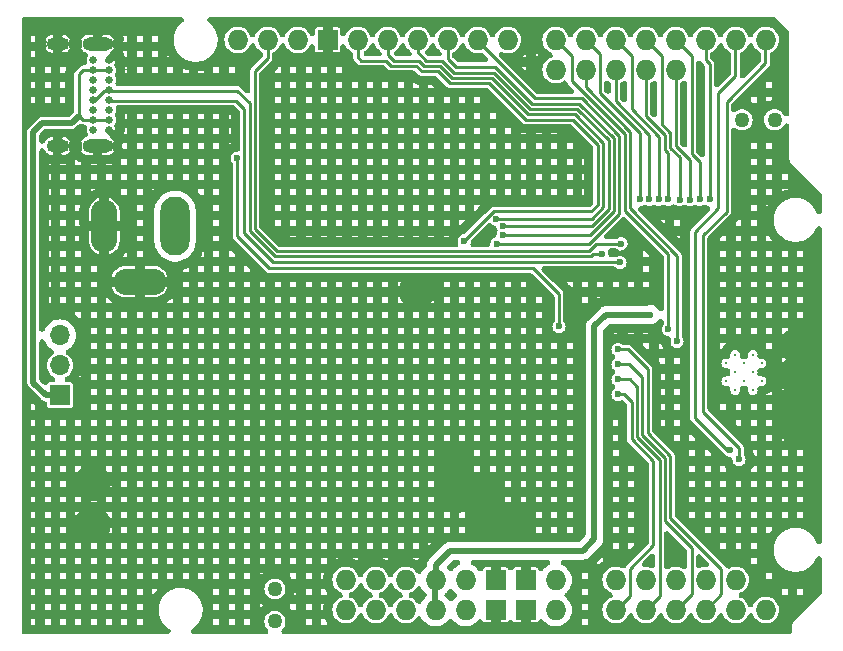
<source format=gbr>
%TF.GenerationSoftware,KiCad,Pcbnew,8.0.6*%
%TF.CreationDate,2024-11-07T12:24:51-05:00*%
%TF.ProjectId,ESP32-Uno-Board-v2,45535033-322d-4556-9e6f-2d426f617264,rev?*%
%TF.SameCoordinates,Original*%
%TF.FileFunction,Copper,L2,Bot*%
%TF.FilePolarity,Positive*%
%FSLAX46Y46*%
G04 Gerber Fmt 4.6, Leading zero omitted, Abs format (unit mm)*
G04 Created by KiCad (PCBNEW 8.0.6) date 2024-11-07 12:24:51*
%MOMM*%
%LPD*%
G01*
G04 APERTURE LIST*
%TA.AperFunction,ComponentPad*%
%ADD10O,1.727200X1.727200*%
%TD*%
%TA.AperFunction,ComponentPad*%
%ADD11R,1.727200X1.727200*%
%TD*%
%TA.AperFunction,ComponentPad*%
%ADD12C,1.270000*%
%TD*%
%TA.AperFunction,ComponentPad*%
%ADD13R,1.700000X1.700000*%
%TD*%
%TA.AperFunction,ComponentPad*%
%ADD14O,1.700000X1.700000*%
%TD*%
%TA.AperFunction,ComponentPad*%
%ADD15C,0.300000*%
%TD*%
%TA.AperFunction,ComponentPad*%
%ADD16O,2.500000X5.000000*%
%TD*%
%TA.AperFunction,ComponentPad*%
%ADD17O,2.250000X4.500000*%
%TD*%
%TA.AperFunction,ComponentPad*%
%ADD18O,4.500000X2.250000*%
%TD*%
%TA.AperFunction,ComponentPad*%
%ADD19C,0.660400*%
%TD*%
%TA.AperFunction,ComponentPad*%
%ADD20O,1.905000X1.117600*%
%TD*%
%TA.AperFunction,ComponentPad*%
%ADD21O,2.616200X1.117600*%
%TD*%
%TA.AperFunction,ViaPad*%
%ADD22C,0.600000*%
%TD*%
%TA.AperFunction,ViaPad*%
%ADD23C,1.500000*%
%TD*%
%TA.AperFunction,Conductor*%
%ADD24C,0.500000*%
%TD*%
%TA.AperFunction,Conductor*%
%ADD25C,0.250000*%
%TD*%
%TA.AperFunction,Conductor*%
%ADD26C,0.200000*%
%TD*%
G04 APERTURE END LIST*
D10*
%TO.P,A2,3V3,3.3V*%
%TO.N,+3V3*%
X145560000Y-147710000D03*
X145560000Y-150250000D03*
%TO.P,A2,5V,5V*%
%TO.N,+5V*%
X148100000Y-147710000D03*
X148100000Y-150250000D03*
%TO.P,A2,A0,A0*%
%TO.N,/A0*%
X160800000Y-150250000D03*
%TO.P,A2,A1,A1*%
%TO.N,/A1*%
X163340000Y-150250000D03*
%TO.P,A2,A2,A2*%
%TO.N,/A2*%
X165880000Y-150250000D03*
%TO.P,A2,A3,A3*%
%TO.N,/A3*%
X168420000Y-150250000D03*
%TO.P,A2,A4,A4*%
%TO.N,/A4*%
X170960000Y-150250000D03*
%TO.P,A2,A5,A5*%
%TO.N,/A5*%
X173500000Y-150250000D03*
%TO.P,A2,AREF,AREF*%
%TO.N,unconnected-(A2-PadAREF)*%
X133876000Y-101990000D03*
%TO.P,A2,BOOT*%
%TO.N,N/C*%
X137940000Y-150250000D03*
%TO.P,A2,D0,D0/RX*%
%TO.N,/RX*%
X173500000Y-101990000D03*
%TO.P,A2,D1,D1/TX*%
%TO.N,/TX*%
X170960000Y-101990000D03*
%TO.P,A2,D2,D2*%
%TO.N,/GPIO4*%
X168420000Y-101990000D03*
%TO.P,A2,D3,D3*%
%TO.N,/GPIO5*%
X165880000Y-101990000D03*
%TO.P,A2,D4,D4*%
%TO.N,/GPIO7*%
X163340000Y-101990000D03*
%TO.P,A2,D5,D5*%
%TO.N,/GPIO16*%
X160800000Y-101990000D03*
%TO.P,A2,D6,D6*%
%TO.N,/GPIO18*%
X158260000Y-101990000D03*
%TO.P,A2,D7,D7*%
%TO.N,/GPIO2*%
X155720000Y-101990000D03*
%TO.P,A2,D8,D8*%
%TO.N,/GPIO46*%
X151656000Y-101990000D03*
%TO.P,A2,D9,D9*%
%TO.N,/GPIO14*%
X149116000Y-101990000D03*
%TO.P,A2,D10,D10*%
%TO.N,/GPIO21*%
X146576000Y-101990000D03*
%TO.P,A2,D11,D11*%
%TO.N,/GPIO47*%
X144036000Y-101990000D03*
%TO.P,A2,D12,D12*%
%TO.N,/GPIO48*%
X141496000Y-101990000D03*
%TO.P,A2,D13,D13*%
%TO.N,/GPIO45*%
X138956000Y-101990000D03*
%TO.P,A2,D14,D14*%
%TO.N,/GPIO6*%
X165880000Y-104530000D03*
%TO.P,A2,D15,D15*%
%TO.N,/GPIO15*%
X163340000Y-104530000D03*
%TO.P,A2,D16,D16*%
%TO.N,/GPIO17*%
X160800000Y-104530000D03*
%TO.P,A2,D17,D17*%
%TO.N,/GPIO1*%
X158260000Y-104530000D03*
%TO.P,A2,D18,D18*%
%TO.N,/GPIO3*%
X155720000Y-104530000D03*
%TO.P,A2,D19,D19*%
%TO.N,/GPIO42*%
X170960000Y-147710000D03*
%TO.P,A2,D20,D20*%
%TO.N,/GPIO41*%
X168420000Y-147710000D03*
%TO.P,A2,D21,D21*%
%TO.N,/GPIO40*%
X165880000Y-147710000D03*
%TO.P,A2,D22,D22*%
%TO.N,/GPIO39*%
X163340000Y-147710000D03*
%TO.P,A2,D23,D23*%
%TO.N,/GPIO38*%
X160800000Y-147710000D03*
D11*
%TO.P,A2,GND1,GNDA*%
%TO.N,GND*%
X136416000Y-101990000D03*
X150640000Y-150250000D03*
X153180000Y-150250000D03*
%TO.P,A2,GND2,GNDB*%
X150640000Y-147710000D03*
X153180000Y-147710000D03*
D10*
%TO.P,A2,IORF,IOREF*%
%TO.N,unconnected-(A2-IOREF-PadIORF)*%
X140480000Y-150250000D03*
%TO.P,A2,PWR1*%
%TO.N,N/C*%
X143020000Y-147710000D03*
%TO.P,A2,PWR2*%
X140480000Y-147710000D03*
%TO.P,A2,PWR3*%
X137940000Y-147710000D03*
%TO.P,A2,RST1,RESET*%
%TO.N,/GPIO0*%
X143020000Y-150250000D03*
%TO.P,A2,SCL,SCL*%
%TO.N,/SCL*%
X128796000Y-101990000D03*
%TO.P,A2,SDA,SDA*%
%TO.N,/SDA*%
X131336000Y-101990000D03*
%TO.P,A2,VIN,VIN*%
%TO.N,VIN*%
X155720000Y-147710000D03*
X155720000Y-150250000D03*
%TD*%
D12*
%TO.P,BTN1,5*%
%TO.N,N/C*%
X131950001Y-148475000D03*
%TO.P,BTN1,6*%
X131950001Y-151225002D03*
%TD*%
D13*
%TO.P,SW1,1,A*%
%TO.N,VUSB*%
X113750000Y-132080000D03*
D14*
%TO.P,SW1,2,B*%
%TO.N,Net-(SW1-B)*%
X113750000Y-129540000D03*
%TO.P,SW1,3,C*%
%TO.N,VDC*%
X113750000Y-127000000D03*
%TD*%
D15*
%TO.P,U1,41_10*%
%TO.N,N/C*%
X172410000Y-130125000D03*
%TO.P,U1,41_11*%
X172410000Y-128625000D03*
%TO.P,U1,41_12*%
X172410000Y-131625000D03*
%TO.P,U1,41_13*%
X170910000Y-128625000D03*
%TO.P,U1,41_14*%
X170910000Y-130125000D03*
%TO.P,U1,41_15*%
X170910000Y-131625000D03*
%TO.P,U1,41_16*%
X173160000Y-129375000D03*
%TO.P,U1,41_17*%
X173160000Y-130875000D03*
%TO.P,U1,41_18*%
X171660000Y-129375000D03*
%TO.P,U1,41_19*%
X171660000Y-130875000D03*
%TO.P,U1,41_20*%
X170160000Y-129375000D03*
%TO.P,U1,41_21*%
X170160000Y-130875000D03*
%TD*%
D16*
%TO.P,J2,1*%
%TO.N,VIN*%
X123500000Y-117750000D03*
D17*
%TO.P,J2,2*%
%TO.N,GND*%
X117500000Y-117750000D03*
D18*
%TO.P,J2,3*%
X120500000Y-122450000D03*
%TD*%
D12*
%TO.P,BTN2,5*%
%TO.N,N/C*%
X171500000Y-108750000D03*
%TO.P,BTN2,6*%
X174250002Y-108750000D03*
%TD*%
D19*
%TO.P,J1,A1,GND*%
%TO.N,GND*%
X117917566Y-103664444D03*
%TO.P,J1,A4,VBUS*%
%TO.N,VUSB*%
X117917566Y-104514445D03*
%TO.P,J1,A5,CC1*%
%TO.N,/CC1*%
X117917566Y-105364443D03*
%TO.P,J1,A6,D+*%
%TO.N,USB_D+*%
X117917566Y-106214444D03*
%TO.P,J1,A7,D-*%
%TO.N,USB_D-*%
X117917566Y-107064445D03*
%TO.P,J1,A8,SBU1*%
%TO.N,unconnected-(J1-SBU1-PadA8)*%
X117917566Y-107914446D03*
%TO.P,J1,A9,VBUS*%
%TO.N,VUSB*%
X117917566Y-108764444D03*
%TO.P,J1,A12,GND*%
%TO.N,GND*%
X117917566Y-109614445D03*
%TO.P,J1,B1,GND*%
X116567566Y-109614445D03*
%TO.P,J1,B4,VBUS*%
%TO.N,VUSB*%
X116567566Y-108764444D03*
%TO.P,J1,B5,CC2*%
%TO.N,/CC2*%
X116567566Y-107914446D03*
%TO.P,J1,B6,D+*%
%TO.N,USB_D+*%
X116567566Y-107064445D03*
%TO.P,J1,B7,D-*%
%TO.N,USB_D-*%
X116567566Y-106214444D03*
%TO.P,J1,B8,SBU2*%
%TO.N,unconnected-(J1-SBU2-PadB8)*%
X116567566Y-105364443D03*
%TO.P,J1,B9,VBUS*%
%TO.N,VUSB*%
X116567566Y-104514445D03*
%TO.P,J1,B12,GND*%
%TO.N,GND*%
X116567566Y-103664444D03*
D20*
%TO.P,J1,S1,SHIELD*%
X113552566Y-102314459D03*
%TO.P,J1,S2,SHIELD*%
X113552566Y-110964429D03*
D21*
%TO.P,J1,S3,SHIELD*%
X116937565Y-102314444D03*
%TO.P,J1,S4,SHIELD*%
X116937566Y-110964429D03*
%TD*%
D22*
%TO.N,+3V3*%
X163750000Y-125250000D03*
%TO.N,/GPIO7*%
X166224101Y-115525899D03*
%TO.N,/GPIO4*%
X168750000Y-115500000D03*
%TO.N,USB_D-*%
X161170000Y-120830000D03*
%TO.N,/GPIO16*%
X164449997Y-115500000D03*
%TO.N,/GPIO21*%
X151249839Y-118541048D03*
%TO.N,/GPIO45*%
X147992220Y-118992220D03*
%TO.N,/A0*%
X160995000Y-131995000D03*
%TO.N,/GPIO17*%
X163649994Y-115500000D03*
%TO.N,/GPIO6*%
X167106801Y-115526040D03*
%TO.N,/GPIO14*%
X150750000Y-119275000D03*
%TO.N,/GPIO48*%
X150681332Y-117181391D03*
%TO.N,/A3*%
X161000000Y-128185000D03*
%TO.N,/GPIO1*%
X166000000Y-127500000D03*
%TO.N,/GPIO18*%
X162849991Y-115500000D03*
%TO.N,/GPIO15*%
X165250000Y-115500000D03*
%TO.N,/GPIO5*%
X167906771Y-115500000D03*
%TO.N,/GPIO47*%
X151252983Y-117741051D03*
%TO.N,/A1*%
X161000000Y-130725000D03*
%TO.N,/GPIO2*%
X165250000Y-126500000D03*
%TO.N,/A2*%
X161000000Y-129455000D03*
D23*
%TO.N,GND*%
X152083333Y-143000000D03*
X149750000Y-143000000D03*
X176250000Y-127833333D03*
X176250000Y-132500000D03*
X144000000Y-123250000D03*
X176250000Y-130166667D03*
X149750000Y-140500000D03*
X147250000Y-140500000D03*
X116500000Y-143000000D03*
X176250000Y-134833333D03*
X147250000Y-138000000D03*
X116500000Y-139500000D03*
D22*
%TO.N,USB_D+*%
X159625000Y-120125000D03*
%TO.N,/TX*%
X170500000Y-136750000D03*
%TO.N,/RX*%
X171250000Y-137500000D03*
%TO.N,/SDA*%
X161250000Y-119250000D03*
%TO.N,/SCL*%
X128750000Y-112000000D03*
X156000000Y-126250000D03*
%TD*%
D24*
%TO.N,+3V3*%
X145560000Y-147710000D02*
X145542000Y-147728000D01*
X163750000Y-125250000D02*
X160000000Y-125250000D01*
X158000000Y-145250000D02*
X146750000Y-145250000D01*
X160000000Y-125250000D02*
X159000000Y-126250000D01*
X145542000Y-147728000D02*
X145542000Y-150368000D01*
X146750000Y-145250000D02*
X145560000Y-146440000D01*
X159000000Y-126250000D02*
X159000000Y-144250000D01*
X159000000Y-144250000D02*
X158000000Y-145250000D01*
X145560000Y-146440000D02*
X145560000Y-147710000D01*
D25*
%TO.N,/GPIO7*%
X163340000Y-101990000D02*
X164691400Y-103341400D01*
X165430000Y-111134416D02*
X166224101Y-111928517D01*
X164691400Y-109145816D02*
X165430000Y-109884416D01*
X166224101Y-115525899D02*
X166250000Y-115500000D01*
X165430000Y-109884416D02*
X165430000Y-111134416D01*
X164691400Y-103341400D02*
X164691400Y-109145816D01*
X166224101Y-111928517D02*
X166224101Y-115525899D01*
D24*
%TO.N,/GPIO4*%
X168365041Y-102144959D02*
X168402000Y-102108000D01*
D25*
X168420000Y-101990000D02*
X168420000Y-103670000D01*
X168750000Y-104000000D02*
X168750000Y-115500000D01*
X168420000Y-103670000D02*
X168750000Y-104000000D01*
%TO.N,USB_D-*%
X129375000Y-107875000D02*
X128624445Y-107124445D01*
X129375000Y-118362437D02*
X129375000Y-107875000D01*
X128624445Y-107124445D02*
X117917566Y-107124445D01*
X131762563Y-120750000D02*
X129375000Y-118362437D01*
X161170000Y-120830000D02*
X161090000Y-120750000D01*
X161090000Y-120750000D02*
X131762563Y-120750000D01*
%TO.N,/GPIO16*%
X162151400Y-107878608D02*
X164449997Y-110177205D01*
X162151400Y-103341400D02*
X162151400Y-107878608D01*
X164449997Y-110177205D02*
X164449997Y-115500000D01*
X160800000Y-101990000D02*
X162151400Y-103341400D01*
D24*
X164449997Y-115500000D02*
X164500000Y-115449997D01*
D25*
%TO.N,/GPIO21*%
X158664035Y-118500000D02*
X160650000Y-116514035D01*
X147250000Y-104250000D02*
X146576000Y-103576000D01*
X160650000Y-116514035D02*
X160650000Y-110309188D01*
X151249839Y-118541048D02*
X151290887Y-118500000D01*
X153750000Y-107386396D02*
X150613604Y-104250000D01*
X151290887Y-118500000D02*
X158664035Y-118500000D01*
X157727208Y-107386396D02*
X153750000Y-107386396D01*
X150613604Y-104250000D02*
X147250000Y-104250000D01*
X146576000Y-103576000D02*
X146576000Y-101990000D01*
X160650000Y-110309188D02*
X157727208Y-107386396D01*
%TO.N,/GPIO45*%
X150104416Y-105650000D02*
X146740812Y-105650000D01*
X143927208Y-104200000D02*
X141813604Y-104200000D01*
X157168020Y-108736396D02*
X153190812Y-108736396D01*
X145740812Y-104650000D02*
X144377208Y-104650000D01*
X141363604Y-103750000D02*
X139250000Y-103750000D01*
X150478839Y-116500000D02*
X158754847Y-116500000D01*
X147992220Y-118992220D02*
X150056332Y-116928108D01*
X158754847Y-116500000D02*
X159300000Y-115954847D01*
X159300000Y-110868376D02*
X157168020Y-108736396D01*
X144377208Y-104650000D02*
X143927208Y-104200000D01*
X159300000Y-115954847D02*
X159300000Y-110868376D01*
X141813604Y-104200000D02*
X141363604Y-103750000D01*
X150056332Y-116922507D02*
X150478839Y-116500000D01*
X153190812Y-108736396D02*
X150104416Y-105650000D01*
X150056332Y-116928108D02*
X150056332Y-116922507D01*
X139250000Y-103750000D02*
X138956000Y-103456000D01*
X146740812Y-105650000D02*
X145740812Y-104650000D01*
X138956000Y-103456000D02*
X138956000Y-101990000D01*
%TO.N,/A0*%
X162150000Y-135809188D02*
X162150000Y-132650000D01*
X162000000Y-146750000D02*
X164000000Y-144750000D01*
X164000000Y-137659188D02*
X162150000Y-135809188D01*
X164000000Y-144750000D02*
X164000000Y-137659188D01*
X162000000Y-149050000D02*
X162000000Y-146750000D01*
X162150000Y-132650000D02*
X161495000Y-131995000D01*
X161495000Y-131995000D02*
X160995000Y-131995000D01*
X160800000Y-150250000D02*
X162000000Y-149050000D01*
%TO.N,/GPIO17*%
X163649994Y-110013598D02*
X163649994Y-115500000D01*
X160800000Y-107163604D02*
X163649994Y-110013598D01*
X160800000Y-104530000D02*
X160800000Y-107163604D01*
%TO.N,/GPIO6*%
X165880000Y-110948020D02*
X167106801Y-112174821D01*
X165880000Y-104530000D02*
X165880000Y-110948020D01*
X167106801Y-115526040D02*
X167000000Y-115419239D01*
X167106801Y-112174821D02*
X167106801Y-115526040D01*
%TO.N,/GPIO14*%
X153936396Y-106936396D02*
X149116000Y-102116000D01*
X158525431Y-119275000D02*
X161100000Y-116700431D01*
X150750000Y-119275000D02*
X158525431Y-119275000D01*
X161100000Y-116700431D02*
X161100000Y-110122792D01*
X161100000Y-110122792D02*
X157913604Y-106936396D01*
X157913604Y-106936396D02*
X153936396Y-106936396D01*
X149116000Y-102116000D02*
X149116000Y-101990000D01*
%TO.N,/GPIO48*%
X159750000Y-116141243D02*
X159750000Y-110681980D01*
X150290812Y-105200000D02*
X146927208Y-105200000D01*
X142000000Y-103750000D02*
X141496000Y-103246000D01*
X144113604Y-103750000D02*
X142000000Y-103750000D01*
X150681332Y-117181391D02*
X150746672Y-117116051D01*
X158775192Y-117116051D02*
X159750000Y-116141243D01*
X150746672Y-117116051D02*
X158775192Y-117116051D01*
X145927208Y-104200000D02*
X144563604Y-104200000D01*
X146927208Y-105200000D02*
X145927208Y-104200000D01*
X144563604Y-104200000D02*
X144113604Y-103750000D01*
X157354416Y-108286396D02*
X153377208Y-108286396D01*
X153377208Y-108286396D02*
X150290812Y-105200000D01*
X141496000Y-103246000D02*
X141496000Y-101990000D01*
X159750000Y-110681980D02*
X157354416Y-108286396D01*
%TO.N,/A3*%
X168420000Y-150250000D02*
X169750000Y-148920000D01*
X161821396Y-128185000D02*
X161000000Y-128185000D01*
X169750000Y-148920000D02*
X169750000Y-146750000D01*
X163500000Y-129863604D02*
X161821396Y-128185000D01*
X169750000Y-146750000D02*
X165428600Y-142428600D01*
X165428600Y-142428600D02*
X165428600Y-137178600D01*
X163500000Y-135250000D02*
X163500000Y-129863604D01*
X165428600Y-137178600D02*
X163500000Y-135250000D01*
%TO.N,/GPIO1*%
X162000000Y-109750000D02*
X158250000Y-106000000D01*
X162000000Y-116250000D02*
X162000000Y-109750000D01*
X158250000Y-106000000D02*
X158250000Y-104540000D01*
X166000000Y-120250000D02*
X162000000Y-116250000D01*
X166000000Y-127500000D02*
X166000000Y-120250000D01*
X158250000Y-104540000D02*
X158260000Y-104530000D01*
%TO.N,/GPIO18*%
X159448600Y-103178600D02*
X159448600Y-106448600D01*
X159448600Y-106448600D02*
X162849991Y-109849991D01*
X158260000Y-101990000D02*
X159448600Y-103178600D01*
X162849991Y-109849991D02*
X162849991Y-115500000D01*
%TO.N,/GPIO15*%
X164980000Y-111320812D02*
X165250000Y-111590812D01*
X163340000Y-104530000D02*
X163340000Y-108430812D01*
X163340000Y-108430812D02*
X164980000Y-110070812D01*
X165250000Y-111590812D02*
X165250000Y-115500000D01*
X164980000Y-110070812D02*
X164980000Y-111320812D01*
%TO.N,/GPIO5*%
X167250000Y-111681624D02*
X167906771Y-112338395D01*
D24*
X165862000Y-102351950D02*
X165862000Y-102108000D01*
D25*
X167906771Y-112338395D02*
X167906771Y-115500000D01*
X167250000Y-103360000D02*
X167250000Y-111681624D01*
X165880000Y-101990000D02*
X167250000Y-103360000D01*
%TO.N,/GPIO47*%
X144750000Y-103750000D02*
X144036000Y-103036000D01*
X146113604Y-103750000D02*
X144750000Y-103750000D01*
X150477208Y-104750000D02*
X147113604Y-104750000D01*
X151252983Y-117741051D02*
X158786588Y-117741051D01*
X160200000Y-116327639D02*
X160200000Y-110495584D01*
X158786588Y-117741051D02*
X160200000Y-116327639D01*
X144036000Y-103036000D02*
X144036000Y-101990000D01*
X147113604Y-104750000D02*
X146113604Y-103750000D01*
X157540812Y-107836396D02*
X153563604Y-107836396D01*
X153563604Y-107836396D02*
X150477208Y-104750000D01*
X160200000Y-110495584D02*
X157540812Y-107836396D01*
%TO.N,/A1*%
X162600000Y-131350000D02*
X161975000Y-130725000D01*
X163340000Y-150250000D02*
X164528600Y-149061400D01*
X164528600Y-137551392D02*
X162600000Y-135622792D01*
X164528600Y-149061400D02*
X164528600Y-137551392D01*
X161975000Y-130725000D02*
X161000000Y-130725000D01*
X162600000Y-135622792D02*
X162600000Y-131350000D01*
%TO.N,/GPIO2*%
X161550000Y-109936396D02*
X161550000Y-116436396D01*
X165250000Y-120136396D02*
X165250000Y-126500000D01*
X155720000Y-101990000D02*
X157071400Y-103341400D01*
X157071400Y-105457796D02*
X161550000Y-109936396D01*
X157071400Y-103341400D02*
X157071400Y-105457796D01*
X161550000Y-116436396D02*
X165250000Y-120136396D01*
%TO.N,/A2*%
X163050000Y-135436396D02*
X163050000Y-130550000D01*
X161955000Y-129455000D02*
X161000000Y-129455000D01*
X164978600Y-142728600D02*
X164978600Y-137364996D01*
X167231400Y-148898600D02*
X167231400Y-144981400D01*
X165880000Y-150250000D02*
X167231400Y-148898600D01*
X163050000Y-130550000D02*
X161955000Y-129455000D01*
X167231400Y-144981400D02*
X164978600Y-142728600D01*
X164978600Y-137364996D02*
X163050000Y-135436396D01*
%TO.N,VUSB*%
X115690000Y-108764444D02*
X115337778Y-108412222D01*
D24*
X111500000Y-131000000D02*
X112580000Y-132080000D01*
D25*
X117857566Y-108764444D02*
X115690000Y-108764444D01*
D24*
X111500000Y-109750000D02*
X111500000Y-131000000D01*
X112580000Y-132080000D02*
X113750000Y-132080000D01*
X112250000Y-109000000D02*
X111500000Y-109750000D01*
X114750000Y-109000000D02*
X112250000Y-109000000D01*
D25*
X115337778Y-104912222D02*
X115337778Y-108412222D01*
X117917566Y-104514445D02*
X115735555Y-104514445D01*
D24*
X115337778Y-108412222D02*
X114750000Y-109000000D01*
D25*
X115735555Y-104514445D02*
X115337778Y-104912222D01*
%TO.N,USB_D+*%
X117494159Y-106274444D02*
X116644158Y-107124445D01*
X128774444Y-106274444D02*
X117494159Y-106274444D01*
X116644158Y-107124445D02*
X116567566Y-107124445D01*
X158700000Y-120300000D02*
X131948959Y-120300000D01*
X131948959Y-120300000D02*
X129825000Y-118176041D01*
X129825000Y-107325000D02*
X128774444Y-106274444D01*
X129825000Y-118176041D02*
X129825000Y-107325000D01*
X159625000Y-120125000D02*
X158875000Y-120125000D01*
X158875000Y-120125000D02*
X158700000Y-120300000D01*
%TO.N,/TX*%
X170250000Y-136750000D02*
X167500000Y-134000000D01*
X167500000Y-118250000D02*
X169500000Y-116250000D01*
X167500000Y-134000000D02*
X167500000Y-118250000D01*
X170942000Y-105058000D02*
X170942000Y-102108000D01*
X170500000Y-136750000D02*
X170250000Y-136750000D01*
X169500000Y-116250000D02*
X169500000Y-106500000D01*
X169500000Y-106500000D02*
X170942000Y-105058000D01*
%TO.N,/RX*%
X171250000Y-136500000D02*
X168200000Y-133450000D01*
X170200000Y-107250000D02*
X173482000Y-103968000D01*
X171250000Y-137500000D02*
X171250000Y-136500000D01*
X168200000Y-118539950D02*
X170200000Y-116539950D01*
X173482000Y-103968000D02*
X173482000Y-102108000D01*
X170200000Y-116539950D02*
X170200000Y-107250000D01*
X168200000Y-133450000D02*
X168200000Y-118539950D01*
%TO.N,/SDA*%
X131336000Y-101990000D02*
X131336000Y-103539000D01*
X158523959Y-119875000D02*
X158698959Y-119700000D01*
X131336000Y-103539000D02*
X130250000Y-104625000D01*
X130250000Y-104625000D02*
X130250000Y-118000000D01*
X132125000Y-119875000D02*
X158523959Y-119875000D01*
X130250000Y-118000000D02*
X132125000Y-119875000D01*
D26*
X158698959Y-119700000D02*
X158701471Y-119700000D01*
D25*
X159151471Y-119250000D02*
X161250000Y-119250000D01*
X158701471Y-119700000D02*
X159151471Y-119250000D01*
%TO.N,/SCL*%
X128750000Y-118625000D02*
X128750000Y-112000000D01*
X156000000Y-123500000D02*
X153825000Y-121325000D01*
X153825000Y-121325000D02*
X131450000Y-121325000D01*
X156000000Y-126250000D02*
X156000000Y-123500000D01*
X131450000Y-121325000D02*
X128750000Y-118625000D01*
%TD*%
%TA.AperFunction,Conductor*%
%TO.N,GND*%
G36*
X147504814Y-146019454D02*
G01*
X147585596Y-146073430D01*
X147639572Y-146154212D01*
X147658526Y-146249500D01*
X147639572Y-146344788D01*
X147585596Y-146425570D01*
X147528037Y-146468489D01*
X147351352Y-146564106D01*
X147172959Y-146702955D01*
X147172952Y-146702962D01*
X147149154Y-146728814D01*
X147024605Y-146864110D01*
X147013195Y-146876504D01*
X146934713Y-146933772D01*
X146840289Y-146956647D01*
X146744299Y-146941647D01*
X146661356Y-146891055D01*
X146646807Y-146876505D01*
X146587200Y-146811756D01*
X146536607Y-146728814D01*
X146521606Y-146632824D01*
X146544480Y-146538400D01*
X146594321Y-146467045D01*
X146987937Y-146073430D01*
X147068718Y-146019454D01*
X147164006Y-146000500D01*
X147409526Y-146000500D01*
X147504814Y-146019454D01*
G37*
%TD.AperFunction*%
%TA.AperFunction,Conductor*%
G36*
X150210375Y-117522482D02*
G01*
X150274699Y-117565461D01*
X150275762Y-117564077D01*
X150403703Y-117662249D01*
X150403710Y-117662254D01*
X150486571Y-117696575D01*
X150537623Y-117717721D01*
X150537634Y-117717722D01*
X150543411Y-117719271D01*
X150630548Y-117762239D01*
X150694609Y-117835282D01*
X150709085Y-117870229D01*
X150710407Y-117869682D01*
X150778367Y-118033754D01*
X150776367Y-118034582D01*
X150800551Y-118105819D01*
X150794199Y-118202766D01*
X150769326Y-118262820D01*
X150768976Y-118263424D01*
X150713510Y-118397333D01*
X150713510Y-118397335D01*
X150713509Y-118397337D01*
X150713509Y-118397339D01*
X150696016Y-118530212D01*
X150692459Y-118557229D01*
X150690365Y-118556953D01*
X150675635Y-118631006D01*
X150621659Y-118711788D01*
X150540878Y-118765764D01*
X150472374Y-118794139D01*
X150472371Y-118794141D01*
X150357383Y-118882374D01*
X150357374Y-118882383D01*
X150269141Y-118997371D01*
X150269136Y-118997378D01*
X150213671Y-119131285D01*
X150213671Y-119131287D01*
X150213670Y-119131289D01*
X150213670Y-119131291D01*
X150194750Y-119275000D01*
X150194750Y-119275001D01*
X150193697Y-119283002D01*
X150162467Y-119375001D01*
X150098408Y-119448046D01*
X150011272Y-119491016D01*
X149946827Y-119499500D01*
X148750609Y-119499500D01*
X148655321Y-119480546D01*
X148574539Y-119426570D01*
X148520563Y-119345788D01*
X148501609Y-119250500D01*
X148520563Y-119155213D01*
X148528548Y-119135934D01*
X148528549Y-119135931D01*
X148528548Y-119135931D01*
X148528550Y-119135929D01*
X148540108Y-119048132D01*
X148571336Y-118956139D01*
X148610903Y-118904572D01*
X149939020Y-117576455D01*
X150019799Y-117522482D01*
X150115087Y-117503528D01*
X150210375Y-117522482D01*
G37*
%TD.AperFunction*%
%TD*%
%TA.AperFunction,NonConductor*%
G36*
X124102617Y-100059454D02*
G01*
X124183399Y-100113430D01*
X124237375Y-100194212D01*
X124256329Y-100289500D01*
X124237375Y-100384788D01*
X124183399Y-100465570D01*
X124158910Y-100487045D01*
X124017268Y-100595729D01*
X124017258Y-100595738D01*
X123845738Y-100767258D01*
X123845729Y-100767268D01*
X123698064Y-100959710D01*
X123698062Y-100959714D01*
X123576778Y-101169782D01*
X123576770Y-101169798D01*
X123483948Y-101393894D01*
X123483940Y-101393917D01*
X123421163Y-101628204D01*
X123421162Y-101628209D01*
X123389500Y-101868712D01*
X123389500Y-102111287D01*
X123421162Y-102351790D01*
X123421163Y-102351795D01*
X123483940Y-102586082D01*
X123483948Y-102586105D01*
X123576770Y-102810201D01*
X123576778Y-102810217D01*
X123698058Y-103020279D01*
X123698064Y-103020289D01*
X123845729Y-103212731D01*
X123845738Y-103212741D01*
X124017258Y-103384261D01*
X124017268Y-103384270D01*
X124079414Y-103431956D01*
X124209711Y-103531936D01*
X124209720Y-103531941D01*
X124419782Y-103653221D01*
X124419798Y-103653229D01*
X124544456Y-103704863D01*
X124643900Y-103746054D01*
X124643911Y-103746057D01*
X124643917Y-103746059D01*
X124768900Y-103779548D01*
X124878211Y-103808838D01*
X125118712Y-103840500D01*
X125361288Y-103840500D01*
X125601789Y-103808838D01*
X125797209Y-103756475D01*
X125836082Y-103746059D01*
X125836084Y-103746058D01*
X125836100Y-103746054D01*
X125987766Y-103683231D01*
X126060201Y-103653229D01*
X126060206Y-103653226D01*
X126060212Y-103653224D01*
X126270289Y-103531936D01*
X126462738Y-103384265D01*
X126634265Y-103212738D01*
X126781936Y-103020289D01*
X126903224Y-102810212D01*
X126908216Y-102798162D01*
X126967340Y-102655421D01*
X126996054Y-102586100D01*
X126997956Y-102579004D01*
X127018055Y-102503991D01*
X127058838Y-102351789D01*
X127090500Y-102111288D01*
X127090500Y-101868712D01*
X127058838Y-101628211D01*
X127018055Y-101476007D01*
X126996059Y-101393917D01*
X126996057Y-101393911D01*
X126996054Y-101393900D01*
X126938589Y-101255166D01*
X126903229Y-101169798D01*
X126903221Y-101169782D01*
X126781938Y-100959714D01*
X126781935Y-100959710D01*
X126781930Y-100959704D01*
X126717626Y-100875900D01*
X126688928Y-100838500D01*
X153182492Y-100838500D01*
X153191818Y-100850849D01*
X153251086Y-100850849D01*
X154049086Y-100850849D01*
X154184182Y-100850849D01*
X154193508Y-100838500D01*
X154049086Y-100838500D01*
X154049086Y-100850849D01*
X153251086Y-100850849D01*
X153251086Y-100838500D01*
X153182492Y-100838500D01*
X126688928Y-100838500D01*
X126634270Y-100767268D01*
X126634261Y-100767258D01*
X126462741Y-100595738D01*
X126462731Y-100595729D01*
X126321090Y-100487045D01*
X126257031Y-100414001D01*
X126225801Y-100322002D01*
X126232155Y-100225055D01*
X126275126Y-100137919D01*
X126348170Y-100073860D01*
X126440169Y-100042630D01*
X126472671Y-100040500D01*
X174189546Y-100040500D01*
X174284834Y-100059454D01*
X174365616Y-100113430D01*
X175426570Y-101174384D01*
X175480546Y-101255166D01*
X175499500Y-101350454D01*
X175499500Y-108213912D01*
X175480546Y-108309200D01*
X175426570Y-108389982D01*
X175345788Y-108443958D01*
X175250500Y-108462912D01*
X175155212Y-108443958D01*
X175074430Y-108389982D01*
X175034860Y-108338412D01*
X174970335Y-108226652D01*
X174970334Y-108226650D01*
X174903873Y-108152838D01*
X174845781Y-108088320D01*
X174695191Y-107978910D01*
X174600855Y-107936908D01*
X174525145Y-107903200D01*
X174525140Y-107903199D01*
X174343072Y-107864500D01*
X174156932Y-107864500D01*
X173974863Y-107903199D01*
X173974858Y-107903200D01*
X173804811Y-107978911D01*
X173654225Y-108088318D01*
X173529669Y-108226650D01*
X173529668Y-108226652D01*
X173436600Y-108387851D01*
X173379081Y-108564877D01*
X173379081Y-108564878D01*
X173359624Y-108750000D01*
X173379081Y-108935121D01*
X173379081Y-108935122D01*
X173436600Y-109112148D01*
X173529668Y-109273347D01*
X173529669Y-109273349D01*
X173547954Y-109293656D01*
X173654223Y-109411680D01*
X173804813Y-109521090D01*
X173974860Y-109596800D01*
X174156932Y-109635500D01*
X174343071Y-109635500D01*
X174343072Y-109635500D01*
X174525144Y-109596800D01*
X174695191Y-109521090D01*
X174845781Y-109411680D01*
X174970333Y-109273351D01*
X175034860Y-109161586D01*
X175098918Y-109088543D01*
X175186053Y-109045572D01*
X175283000Y-109039217D01*
X175374999Y-109070446D01*
X175448044Y-109134505D01*
X175491015Y-109221640D01*
X175499500Y-109286087D01*
X175499500Y-112105892D01*
X175533606Y-112233181D01*
X175533607Y-112233183D01*
X175533608Y-112233186D01*
X175599500Y-112347314D01*
X177103036Y-113850849D01*
X178176570Y-114924383D01*
X178230546Y-115005165D01*
X178249500Y-115100453D01*
X178249500Y-116476808D01*
X178230546Y-116572096D01*
X178176570Y-116652878D01*
X178095788Y-116706854D01*
X178000500Y-116725808D01*
X177905212Y-116706854D01*
X177824430Y-116652878D01*
X177770454Y-116572096D01*
X177770454Y-116572095D01*
X177703229Y-116409798D01*
X177703221Y-116409782D01*
X177581941Y-116199720D01*
X177581935Y-116199710D01*
X177581792Y-116199524D01*
X177517988Y-116116372D01*
X177434270Y-116007268D01*
X177434261Y-116007258D01*
X177262741Y-115835738D01*
X177262731Y-115835729D01*
X177070289Y-115688064D01*
X177070279Y-115688058D01*
X176860217Y-115566778D01*
X176860201Y-115566770D01*
X176636105Y-115473948D01*
X176636103Y-115473947D01*
X176636100Y-115473946D01*
X176636096Y-115473945D01*
X176636082Y-115473940D01*
X176401795Y-115411163D01*
X176401790Y-115411162D01*
X176161288Y-115379500D01*
X175918712Y-115379500D01*
X175678209Y-115411162D01*
X175678204Y-115411163D01*
X175443917Y-115473940D01*
X175443894Y-115473948D01*
X175219798Y-115566770D01*
X175219782Y-115566778D01*
X175009720Y-115688058D01*
X175009710Y-115688064D01*
X174817268Y-115835729D01*
X174817258Y-115835738D01*
X174645738Y-116007258D01*
X174645729Y-116007268D01*
X174498064Y-116199710D01*
X174498058Y-116199720D01*
X174376778Y-116409782D01*
X174376770Y-116409798D01*
X174283948Y-116633894D01*
X174283940Y-116633917D01*
X174221163Y-116868204D01*
X174221162Y-116868209D01*
X174189500Y-117108712D01*
X174189500Y-117351287D01*
X174221162Y-117591790D01*
X174221163Y-117591795D01*
X174283940Y-117826082D01*
X174283948Y-117826105D01*
X174376770Y-118050201D01*
X174376778Y-118050217D01*
X174498058Y-118260279D01*
X174498064Y-118260289D01*
X174645729Y-118452731D01*
X174645738Y-118452741D01*
X174817258Y-118624261D01*
X174817268Y-118624270D01*
X174938491Y-118717287D01*
X175009711Y-118771936D01*
X175009720Y-118771941D01*
X175219782Y-118893221D01*
X175219798Y-118893229D01*
X175339941Y-118942993D01*
X175443900Y-118986054D01*
X175443911Y-118986057D01*
X175443917Y-118986059D01*
X175557491Y-119016491D01*
X175678211Y-119048838D01*
X175918712Y-119080500D01*
X176161288Y-119080500D01*
X176401789Y-119048838D01*
X176602885Y-118994954D01*
X176636082Y-118986059D01*
X176636084Y-118986058D01*
X176636100Y-118986054D01*
X176787766Y-118923231D01*
X176860201Y-118893229D01*
X176860206Y-118893226D01*
X176860212Y-118893224D01*
X177070289Y-118771936D01*
X177262738Y-118624265D01*
X177434265Y-118452738D01*
X177581936Y-118260289D01*
X177703224Y-118050212D01*
X177770455Y-117887902D01*
X177824429Y-117807122D01*
X177905211Y-117753145D01*
X178000499Y-117734191D01*
X178095787Y-117753145D01*
X178176569Y-117807120D01*
X178230546Y-117887902D01*
X178249500Y-117983190D01*
X178249500Y-144416808D01*
X178230546Y-144512096D01*
X178176570Y-144592878D01*
X178095788Y-144646854D01*
X178000500Y-144665808D01*
X177905212Y-144646854D01*
X177824430Y-144592878D01*
X177770454Y-144512096D01*
X177770454Y-144512095D01*
X177703229Y-144349798D01*
X177703221Y-144349782D01*
X177581941Y-144139720D01*
X177581935Y-144139710D01*
X177434270Y-143947268D01*
X177434261Y-143947258D01*
X177262741Y-143775738D01*
X177262731Y-143775729D01*
X177070289Y-143628064D01*
X177070279Y-143628058D01*
X176860217Y-143506778D01*
X176860201Y-143506770D01*
X176636105Y-143413948D01*
X176636103Y-143413947D01*
X176636100Y-143413946D01*
X176636096Y-143413945D01*
X176636082Y-143413940D01*
X176401795Y-143351163D01*
X176401790Y-143351162D01*
X176161288Y-143319500D01*
X175918712Y-143319500D01*
X175678209Y-143351162D01*
X175678204Y-143351163D01*
X175443917Y-143413940D01*
X175443894Y-143413948D01*
X175219798Y-143506770D01*
X175219782Y-143506778D01*
X175009720Y-143628058D01*
X175009710Y-143628064D01*
X174817268Y-143775729D01*
X174817258Y-143775738D01*
X174645738Y-143947258D01*
X174645729Y-143947268D01*
X174498064Y-144139710D01*
X174498058Y-144139720D01*
X174376778Y-144349782D01*
X174376770Y-144349798D01*
X174283948Y-144573894D01*
X174283940Y-144573917D01*
X174221163Y-144808204D01*
X174221162Y-144808209D01*
X174189500Y-145048712D01*
X174189500Y-145291287D01*
X174221162Y-145531790D01*
X174221163Y-145531795D01*
X174283940Y-145766082D01*
X174283948Y-145766105D01*
X174376770Y-145990201D01*
X174376774Y-145990209D01*
X174498058Y-146200279D01*
X174498064Y-146200289D01*
X174645729Y-146392731D01*
X174645738Y-146392741D01*
X174817258Y-146564261D01*
X174817268Y-146564270D01*
X174916371Y-146640314D01*
X175009711Y-146711936D01*
X175012517Y-146713556D01*
X175219782Y-146833221D01*
X175219798Y-146833229D01*
X175358441Y-146890656D01*
X175443900Y-146926054D01*
X175443911Y-146926057D01*
X175443917Y-146926059D01*
X175594248Y-146966340D01*
X175678211Y-146988838D01*
X175918712Y-147020500D01*
X176161288Y-147020500D01*
X176401789Y-146988838D01*
X176595880Y-146936831D01*
X176636082Y-146926059D01*
X176636084Y-146926058D01*
X176636100Y-146926054D01*
X176803567Y-146856687D01*
X176860201Y-146833229D01*
X176860206Y-146833226D01*
X176860212Y-146833224D01*
X177070289Y-146711936D01*
X177262738Y-146564265D01*
X177434265Y-146392738D01*
X177581936Y-146200289D01*
X177692847Y-146008185D01*
X177703226Y-145990209D01*
X177703227Y-145990204D01*
X177770455Y-145827902D01*
X177824429Y-145747122D01*
X177905211Y-145693145D01*
X178000499Y-145674191D01*
X178095787Y-145693145D01*
X178176569Y-145747120D01*
X178230546Y-145827902D01*
X178249500Y-145923190D01*
X178249500Y-148729546D01*
X178230546Y-148824834D01*
X178176570Y-148905616D01*
X175942686Y-151139500D01*
X175942685Y-151139499D01*
X175849502Y-151232683D01*
X175849501Y-151232683D01*
X175783606Y-151346818D01*
X175749500Y-151474107D01*
X175749500Y-152040500D01*
X175730546Y-152135788D01*
X175676570Y-152216570D01*
X175595788Y-152270546D01*
X175500500Y-152289500D01*
X132742344Y-152289500D01*
X132647056Y-152270546D01*
X132566274Y-152216570D01*
X132512298Y-152135788D01*
X132493344Y-152040500D01*
X132512298Y-151945212D01*
X132557299Y-151873888D01*
X132670332Y-151748353D01*
X132763402Y-151587151D01*
X132794481Y-151491500D01*
X133614764Y-151491500D01*
X133751086Y-151491500D01*
X134549086Y-151491500D01*
X135051086Y-151491500D01*
X135849086Y-151491500D01*
X136351086Y-151491500D01*
X136351086Y-151318840D01*
X136340781Y-151305194D01*
X136334062Y-151295854D01*
X136326227Y-151284416D01*
X136319946Y-151274777D01*
X136300529Y-151243416D01*
X136294711Y-151233516D01*
X136287966Y-151221408D01*
X136282595Y-151211220D01*
X136201744Y-151048849D01*
X135849086Y-151048849D01*
X135849086Y-151491500D01*
X135051086Y-151491500D01*
X135051086Y-151048849D01*
X134549086Y-151048849D01*
X134549086Y-151491500D01*
X133751086Y-151491500D01*
X133751086Y-151048849D01*
X133624260Y-151048849D01*
X133636193Y-151162378D01*
X133637216Y-151175379D01*
X133638038Y-151191069D01*
X133638379Y-151204096D01*
X133638379Y-151245908D01*
X133638038Y-151258935D01*
X133637216Y-151274625D01*
X133636193Y-151287626D01*
X133614764Y-151491500D01*
X132794481Y-151491500D01*
X132820922Y-151410122D01*
X132840379Y-151225002D01*
X132820922Y-151039882D01*
X132763402Y-150862853D01*
X132670332Y-150701651D01*
X132545780Y-150563322D01*
X132395190Y-150453912D01*
X132300854Y-150411910D01*
X132225144Y-150378202D01*
X132225139Y-150378201D01*
X132043071Y-150339502D01*
X131856931Y-150339502D01*
X131674862Y-150378201D01*
X131674857Y-150378202D01*
X131504810Y-150453913D01*
X131354224Y-150563320D01*
X131229668Y-150701652D01*
X131229667Y-150701654D01*
X131136599Y-150862853D01*
X131079080Y-151039879D01*
X131079080Y-151039880D01*
X131059623Y-151225002D01*
X131079080Y-151410123D01*
X131079080Y-151410124D01*
X131136599Y-151587150D01*
X131229667Y-151748349D01*
X131229668Y-151748351D01*
X131258902Y-151780818D01*
X131342702Y-151873887D01*
X131392376Y-151957382D01*
X131406317Y-152053531D01*
X131382402Y-152147697D01*
X131324272Y-152225543D01*
X131240776Y-152275218D01*
X131157658Y-152289500D01*
X125067764Y-152289500D01*
X124972476Y-152270546D01*
X124891694Y-152216570D01*
X124837718Y-152135788D01*
X124818764Y-152040500D01*
X124837718Y-151945212D01*
X124891694Y-151864430D01*
X124943264Y-151824860D01*
X125000279Y-151791942D01*
X125000280Y-151791940D01*
X125000289Y-151791936D01*
X125192738Y-151644265D01*
X125345503Y-151491500D01*
X126749086Y-151491500D01*
X127251086Y-151491500D01*
X128049086Y-151491500D01*
X128551086Y-151491500D01*
X129349086Y-151491500D01*
X129851086Y-151491500D01*
X129851086Y-151048849D01*
X129349086Y-151048849D01*
X129349086Y-151491500D01*
X128551086Y-151491500D01*
X128551086Y-151048849D01*
X128049086Y-151048849D01*
X128049086Y-151491500D01*
X127251086Y-151491500D01*
X127251086Y-151048849D01*
X126749086Y-151048849D01*
X126749086Y-151491500D01*
X125345503Y-151491500D01*
X125364265Y-151472738D01*
X125511936Y-151280289D01*
X125633224Y-151070212D01*
X125633585Y-151069342D01*
X125703121Y-150901465D01*
X125726054Y-150846100D01*
X125727956Y-150839004D01*
X125745567Y-150773275D01*
X125788838Y-150611789D01*
X125820500Y-150371288D01*
X125820500Y-150250849D01*
X126749086Y-150250849D01*
X127251086Y-150250849D01*
X128049086Y-150250849D01*
X128551086Y-150250849D01*
X129349086Y-150250849D01*
X129851086Y-150250849D01*
X129851086Y-150153861D01*
X130649086Y-150153861D01*
X130650915Y-150151830D01*
X133249086Y-150151830D01*
X133277349Y-150183219D01*
X133285826Y-150193144D01*
X133295713Y-150205355D01*
X133303639Y-150215686D01*
X133328215Y-150249512D01*
X133329134Y-150250849D01*
X133751086Y-150250849D01*
X134549086Y-150250849D01*
X135051086Y-150250849D01*
X135849086Y-150250849D01*
X136023127Y-150250849D01*
X136023127Y-150231557D01*
X136023392Y-150220061D01*
X136024032Y-150206213D01*
X136024829Y-150194735D01*
X136047283Y-149952412D01*
X136048610Y-149940979D01*
X136050526Y-149927246D01*
X136052378Y-149915890D01*
X136059157Y-149879633D01*
X136061530Y-149868388D01*
X136064703Y-149854897D01*
X136067594Y-149843763D01*
X136094599Y-149748849D01*
X135849086Y-149748849D01*
X135849086Y-150250849D01*
X135051086Y-150250849D01*
X135051086Y-149748849D01*
X134549086Y-149748849D01*
X134549086Y-150250849D01*
X133751086Y-150250849D01*
X133751086Y-149748849D01*
X133249086Y-149748849D01*
X133249086Y-150151830D01*
X130650915Y-150151830D01*
X130775182Y-150013820D01*
X130784146Y-150004373D01*
X130795253Y-149993265D01*
X130804716Y-149984286D01*
X130835787Y-149956309D01*
X130845692Y-149947848D01*
X130857904Y-149937958D01*
X130868255Y-149930015D01*
X130978384Y-149850001D01*
X130868255Y-149769987D01*
X130857904Y-149762044D01*
X130845692Y-149752154D01*
X130841823Y-149748849D01*
X130649086Y-149748849D01*
X130649086Y-150153861D01*
X129851086Y-150153861D01*
X129851086Y-149748849D01*
X129349086Y-149748849D01*
X129349086Y-150250849D01*
X128551086Y-150250849D01*
X128551086Y-149748849D01*
X128049086Y-149748849D01*
X128049086Y-150250849D01*
X127251086Y-150250849D01*
X127251086Y-149748849D01*
X126749086Y-149748849D01*
X126749086Y-150250849D01*
X125820500Y-150250849D01*
X125820500Y-150128712D01*
X125788838Y-149888211D01*
X125756850Y-149768831D01*
X125726059Y-149653917D01*
X125726057Y-149653911D01*
X125726054Y-149653900D01*
X125660741Y-149496220D01*
X125633229Y-149429798D01*
X125633221Y-149429782D01*
X125511941Y-149219720D01*
X125511935Y-149219710D01*
X125501674Y-149206338D01*
X125442456Y-149129163D01*
X125364270Y-149027268D01*
X125364261Y-149027258D01*
X125287852Y-148950849D01*
X126749086Y-148950849D01*
X127251086Y-148950849D01*
X128049086Y-148950849D01*
X128551086Y-148950849D01*
X129349086Y-148950849D01*
X129851086Y-148950849D01*
X129851086Y-148475000D01*
X131059623Y-148475000D01*
X131079080Y-148660121D01*
X131079080Y-148660122D01*
X131136599Y-148837148D01*
X131229667Y-148998347D01*
X131229668Y-148998349D01*
X131240878Y-149010799D01*
X131354222Y-149136680D01*
X131504812Y-149246090D01*
X131674859Y-149321800D01*
X131856931Y-149360500D01*
X132043070Y-149360500D01*
X132043071Y-149360500D01*
X132225143Y-149321800D01*
X132395190Y-149246090D01*
X132545780Y-149136680D01*
X132670332Y-148998351D01*
X132697757Y-148950849D01*
X133565526Y-148950849D01*
X133751086Y-148950849D01*
X134549086Y-148950849D01*
X135051086Y-148950849D01*
X135849086Y-148950849D01*
X136351086Y-148950849D01*
X136351086Y-148778840D01*
X136340781Y-148765194D01*
X136334062Y-148755854D01*
X136326227Y-148744416D01*
X136319946Y-148734777D01*
X136300529Y-148703416D01*
X136294711Y-148693516D01*
X136287966Y-148681408D01*
X136282595Y-148671220D01*
X136174120Y-148453373D01*
X136171996Y-148448849D01*
X135849086Y-148448849D01*
X135849086Y-148950849D01*
X135051086Y-148950849D01*
X135051086Y-148448849D01*
X134549086Y-148448849D01*
X134549086Y-148950849D01*
X133751086Y-148950849D01*
X133751086Y-148448849D01*
X133638242Y-148448849D01*
X133638379Y-148454094D01*
X133638379Y-148495906D01*
X133638038Y-148508933D01*
X133637216Y-148524623D01*
X133636193Y-148537624D01*
X133612365Y-148764325D01*
X133610665Y-148777239D01*
X133608208Y-148792756D01*
X133605830Y-148805586D01*
X133597137Y-148846482D01*
X133594097Y-148859146D01*
X133590031Y-148874323D01*
X133586326Y-148886832D01*
X133565526Y-148950849D01*
X132697757Y-148950849D01*
X132763402Y-148837149D01*
X132820922Y-148660120D01*
X132840379Y-148475000D01*
X132820922Y-148289880D01*
X132763402Y-148112851D01*
X132710903Y-148021920D01*
X132670334Y-147951652D01*
X132670333Y-147951650D01*
X132637866Y-147915592D01*
X132545780Y-147813320D01*
X132395190Y-147703910D01*
X132300854Y-147661908D01*
X132225144Y-147628200D01*
X132225139Y-147628199D01*
X132043071Y-147589500D01*
X131856931Y-147589500D01*
X131674862Y-147628199D01*
X131674857Y-147628200D01*
X131504810Y-147703911D01*
X131354224Y-147813318D01*
X131229668Y-147951650D01*
X131229667Y-147951652D01*
X131136599Y-148112851D01*
X131079080Y-148289877D01*
X131079080Y-148289878D01*
X131059623Y-148475000D01*
X129851086Y-148475000D01*
X129851086Y-148448849D01*
X129349086Y-148448849D01*
X129349086Y-148950849D01*
X128551086Y-148950849D01*
X128551086Y-148448849D01*
X128049086Y-148448849D01*
X128049086Y-148950849D01*
X127251086Y-148950849D01*
X127251086Y-148448849D01*
X126749086Y-148448849D01*
X126749086Y-148950849D01*
X125287852Y-148950849D01*
X125192741Y-148855738D01*
X125192731Y-148855729D01*
X125000289Y-148708064D01*
X125000279Y-148708058D01*
X124790217Y-148586778D01*
X124790201Y-148586770D01*
X124566105Y-148493948D01*
X124566103Y-148493947D01*
X124566100Y-148493946D01*
X124566096Y-148493945D01*
X124566082Y-148493940D01*
X124397800Y-148448849D01*
X125914396Y-148448849D01*
X125937775Y-148472228D01*
X125943446Y-148478089D01*
X125950162Y-148485260D01*
X125951086Y-148486279D01*
X125951086Y-148448849D01*
X125914396Y-148448849D01*
X124397800Y-148448849D01*
X124331795Y-148431163D01*
X124331790Y-148431162D01*
X124091288Y-148399500D01*
X123848712Y-148399500D01*
X123608209Y-148431162D01*
X123608204Y-148431163D01*
X123373917Y-148493940D01*
X123373894Y-148493948D01*
X123149798Y-148586770D01*
X123149782Y-148586778D01*
X122939720Y-148708058D01*
X122939710Y-148708064D01*
X122747268Y-148855729D01*
X122747258Y-148855738D01*
X122575738Y-149027258D01*
X122575729Y-149027268D01*
X122428064Y-149219710D01*
X122428058Y-149219720D01*
X122306778Y-149429782D01*
X122306770Y-149429798D01*
X122213948Y-149653894D01*
X122213940Y-149653917D01*
X122151163Y-149888204D01*
X122151162Y-149888209D01*
X122126703Y-150074000D01*
X122119500Y-150128712D01*
X122119500Y-150371288D01*
X122130378Y-150453913D01*
X122151162Y-150611790D01*
X122151163Y-150611795D01*
X122213940Y-150846082D01*
X122213948Y-150846105D01*
X122306770Y-151070201D01*
X122306778Y-151070217D01*
X122428058Y-151280279D01*
X122428064Y-151280289D01*
X122575729Y-151472731D01*
X122575738Y-151472741D01*
X122747258Y-151644261D01*
X122747268Y-151644270D01*
X122939710Y-151791935D01*
X122939720Y-151791942D01*
X122996736Y-151824860D01*
X123069781Y-151888919D01*
X123112752Y-151976054D01*
X123119106Y-152073001D01*
X123087876Y-152165000D01*
X123023817Y-152238045D01*
X122936682Y-152281016D01*
X122872236Y-152289500D01*
X110749500Y-152289500D01*
X110654212Y-152270546D01*
X110573430Y-152216570D01*
X110519454Y-152135788D01*
X110500500Y-152040500D01*
X110500500Y-151491500D01*
X111298500Y-151491500D01*
X111651086Y-151491500D01*
X112449086Y-151491500D01*
X112951086Y-151491500D01*
X113749086Y-151491500D01*
X114251086Y-151491500D01*
X115049086Y-151491500D01*
X115551086Y-151491500D01*
X116349086Y-151491500D01*
X116851086Y-151491500D01*
X117649086Y-151491500D01*
X118151086Y-151491500D01*
X118949086Y-151491500D01*
X119451086Y-151491500D01*
X120249086Y-151491500D01*
X120751086Y-151491500D01*
X121549086Y-151491500D01*
X121628556Y-151491500D01*
X121609158Y-151457902D01*
X121605197Y-151450775D01*
X121600570Y-151442118D01*
X121596852Y-151434879D01*
X121585298Y-151411451D01*
X121581813Y-151404083D01*
X121577760Y-151395138D01*
X121574517Y-151387659D01*
X121549086Y-151326262D01*
X121549086Y-151491500D01*
X120751086Y-151491500D01*
X120751086Y-151048849D01*
X120249086Y-151048849D01*
X120249086Y-151491500D01*
X119451086Y-151491500D01*
X119451086Y-151048849D01*
X118949086Y-151048849D01*
X118949086Y-151491500D01*
X118151086Y-151491500D01*
X118151086Y-151048849D01*
X117649086Y-151048849D01*
X117649086Y-151491500D01*
X116851086Y-151491500D01*
X116851086Y-151048849D01*
X116349086Y-151048849D01*
X116349086Y-151491500D01*
X115551086Y-151491500D01*
X115551086Y-151048849D01*
X115049086Y-151048849D01*
X115049086Y-151491500D01*
X114251086Y-151491500D01*
X114251086Y-151048849D01*
X113749086Y-151048849D01*
X113749086Y-151491500D01*
X112951086Y-151491500D01*
X112951086Y-151048849D01*
X112449086Y-151048849D01*
X112449086Y-151491500D01*
X111651086Y-151491500D01*
X111651086Y-151048849D01*
X111298500Y-151048849D01*
X111298500Y-151491500D01*
X110500500Y-151491500D01*
X110500500Y-150250849D01*
X111298500Y-150250849D01*
X111651086Y-150250849D01*
X112449086Y-150250849D01*
X112951086Y-150250849D01*
X113749086Y-150250849D01*
X114251086Y-150250849D01*
X115049086Y-150250849D01*
X115551086Y-150250849D01*
X116349086Y-150250849D01*
X116851086Y-150250849D01*
X117649086Y-150250849D01*
X118151086Y-150250849D01*
X118949086Y-150250849D01*
X119451086Y-150250849D01*
X120249086Y-150250849D01*
X120751086Y-150250849D01*
X120751086Y-149748849D01*
X120249086Y-149748849D01*
X120249086Y-150250849D01*
X119451086Y-150250849D01*
X119451086Y-149748849D01*
X118949086Y-149748849D01*
X118949086Y-150250849D01*
X118151086Y-150250849D01*
X118151086Y-149748849D01*
X117649086Y-149748849D01*
X117649086Y-150250849D01*
X116851086Y-150250849D01*
X116851086Y-149748849D01*
X116349086Y-149748849D01*
X116349086Y-150250849D01*
X115551086Y-150250849D01*
X115551086Y-149748849D01*
X115049086Y-149748849D01*
X115049086Y-150250849D01*
X114251086Y-150250849D01*
X114251086Y-149748849D01*
X113749086Y-149748849D01*
X113749086Y-150250849D01*
X112951086Y-150250849D01*
X112951086Y-149748849D01*
X112449086Y-149748849D01*
X112449086Y-150250849D01*
X111651086Y-150250849D01*
X111651086Y-149748849D01*
X111298500Y-149748849D01*
X111298500Y-150250849D01*
X110500500Y-150250849D01*
X110500500Y-148950849D01*
X111298500Y-148950849D01*
X111651086Y-148950849D01*
X112449086Y-148950849D01*
X112951086Y-148950849D01*
X113749086Y-148950849D01*
X114251086Y-148950849D01*
X115049086Y-148950849D01*
X115551086Y-148950849D01*
X116349086Y-148950849D01*
X116851086Y-148950849D01*
X117649086Y-148950849D01*
X118151086Y-148950849D01*
X118949086Y-148950849D01*
X119451086Y-148950849D01*
X120249086Y-148950849D01*
X120751086Y-148950849D01*
X121549086Y-148950849D01*
X121661841Y-148950849D01*
X121743508Y-148809398D01*
X121747697Y-148802409D01*
X121752885Y-148794066D01*
X121757304Y-148787213D01*
X121771817Y-148765494D01*
X121776453Y-148758796D01*
X121782168Y-148750821D01*
X121787019Y-148744280D01*
X121950587Y-148531113D01*
X121955654Y-148524728D01*
X121961879Y-148517143D01*
X121967140Y-148510942D01*
X121984362Y-148491302D01*
X121989838Y-148485260D01*
X121996554Y-148478089D01*
X122002225Y-148472228D01*
X122025604Y-148448849D01*
X121549086Y-148448849D01*
X121549086Y-148950849D01*
X120751086Y-148950849D01*
X120751086Y-148448849D01*
X120249086Y-148448849D01*
X120249086Y-148950849D01*
X119451086Y-148950849D01*
X119451086Y-148448849D01*
X118949086Y-148448849D01*
X118949086Y-148950849D01*
X118151086Y-148950849D01*
X118151086Y-148448849D01*
X117649086Y-148448849D01*
X117649086Y-148950849D01*
X116851086Y-148950849D01*
X116851086Y-148448849D01*
X116349086Y-148448849D01*
X116349086Y-148950849D01*
X115551086Y-148950849D01*
X115551086Y-148448849D01*
X115049086Y-148448849D01*
X115049086Y-148950849D01*
X114251086Y-148950849D01*
X114251086Y-148448849D01*
X113749086Y-148448849D01*
X113749086Y-148950849D01*
X112951086Y-148950849D01*
X112951086Y-148448849D01*
X112449086Y-148448849D01*
X112449086Y-148950849D01*
X111651086Y-148950849D01*
X111651086Y-148448849D01*
X111298500Y-148448849D01*
X111298500Y-148950849D01*
X110500500Y-148950849D01*
X110500500Y-147650849D01*
X111298500Y-147650849D01*
X111651086Y-147650849D01*
X112449086Y-147650849D01*
X112951086Y-147650849D01*
X113749086Y-147650849D01*
X114251086Y-147650849D01*
X115049086Y-147650849D01*
X115551086Y-147650849D01*
X116349086Y-147650849D01*
X116851086Y-147650849D01*
X117649086Y-147650849D01*
X118151086Y-147650849D01*
X118949086Y-147650849D01*
X119451086Y-147650849D01*
X120249086Y-147650849D01*
X120751086Y-147650849D01*
X121549086Y-147650849D01*
X122051086Y-147650849D01*
X122849086Y-147650849D01*
X123351086Y-147650849D01*
X123351086Y-147603575D01*
X124149086Y-147603575D01*
X124156505Y-147604062D01*
X124164640Y-147604729D01*
X124174413Y-147605692D01*
X124182496Y-147606622D01*
X124448897Y-147641693D01*
X124456966Y-147642890D01*
X124466655Y-147644490D01*
X124474670Y-147645949D01*
X124499301Y-147650849D01*
X124651086Y-147650849D01*
X125449086Y-147650849D01*
X125951086Y-147650849D01*
X126749086Y-147650849D01*
X127251086Y-147650849D01*
X128049086Y-147650849D01*
X128551086Y-147650849D01*
X129349086Y-147650849D01*
X129851086Y-147650849D01*
X129851086Y-147403859D01*
X130649086Y-147403859D01*
X130650915Y-147401828D01*
X133249086Y-147401828D01*
X133277349Y-147433217D01*
X133285826Y-147443142D01*
X133295713Y-147455353D01*
X133303639Y-147465684D01*
X133328215Y-147499510D01*
X133335593Y-147510244D01*
X133344151Y-147523421D01*
X133350969Y-147534546D01*
X133418116Y-147650849D01*
X133751086Y-147650849D01*
X134549086Y-147650849D01*
X135051086Y-147650849D01*
X135849086Y-147650849D01*
X136025189Y-147650849D01*
X136047283Y-147412412D01*
X136048610Y-147400979D01*
X136050526Y-147387246D01*
X136052378Y-147375890D01*
X136059157Y-147339633D01*
X136061530Y-147328388D01*
X136064703Y-147314897D01*
X136067594Y-147303763D01*
X136111671Y-147148849D01*
X135849086Y-147148849D01*
X135849086Y-147650849D01*
X135051086Y-147650849D01*
X135051086Y-147148849D01*
X134549086Y-147148849D01*
X134549086Y-147650849D01*
X133751086Y-147650849D01*
X133751086Y-147148849D01*
X133249086Y-147148849D01*
X133249086Y-147401828D01*
X130650915Y-147401828D01*
X130775182Y-147263818D01*
X130784146Y-147254371D01*
X130795253Y-147243263D01*
X130804716Y-147234284D01*
X130835787Y-147206307D01*
X130845692Y-147197846D01*
X130857904Y-147187956D01*
X130868255Y-147180013D01*
X130911149Y-147148849D01*
X130649086Y-147148849D01*
X130649086Y-147403859D01*
X129851086Y-147403859D01*
X129851086Y-147148849D01*
X129349086Y-147148849D01*
X129349086Y-147650849D01*
X128551086Y-147650849D01*
X128551086Y-147148849D01*
X128049086Y-147148849D01*
X128049086Y-147650849D01*
X127251086Y-147650849D01*
X127251086Y-147148849D01*
X126749086Y-147148849D01*
X126749086Y-147650849D01*
X125951086Y-147650849D01*
X125951086Y-147148849D01*
X125449086Y-147148849D01*
X125449086Y-147650849D01*
X124651086Y-147650849D01*
X124651086Y-147148849D01*
X124149086Y-147148849D01*
X124149086Y-147603575D01*
X123351086Y-147603575D01*
X123351086Y-147148849D01*
X122849086Y-147148849D01*
X122849086Y-147650849D01*
X122051086Y-147650849D01*
X122051086Y-147148849D01*
X121549086Y-147148849D01*
X121549086Y-147650849D01*
X120751086Y-147650849D01*
X120751086Y-147148849D01*
X120249086Y-147148849D01*
X120249086Y-147650849D01*
X119451086Y-147650849D01*
X119451086Y-147148849D01*
X118949086Y-147148849D01*
X118949086Y-147650849D01*
X118151086Y-147650849D01*
X118151086Y-147148849D01*
X117649086Y-147148849D01*
X117649086Y-147650849D01*
X116851086Y-147650849D01*
X116851086Y-147148849D01*
X116349086Y-147148849D01*
X116349086Y-147650849D01*
X115551086Y-147650849D01*
X115551086Y-147148849D01*
X115049086Y-147148849D01*
X115049086Y-147650849D01*
X114251086Y-147650849D01*
X114251086Y-147148849D01*
X113749086Y-147148849D01*
X113749086Y-147650849D01*
X112951086Y-147650849D01*
X112951086Y-147148849D01*
X112449086Y-147148849D01*
X112449086Y-147650849D01*
X111651086Y-147650849D01*
X111651086Y-147148849D01*
X111298500Y-147148849D01*
X111298500Y-147650849D01*
X110500500Y-147650849D01*
X110500500Y-146350849D01*
X111298500Y-146350849D01*
X111651086Y-146350849D01*
X112449086Y-146350849D01*
X112951086Y-146350849D01*
X113749086Y-146350849D01*
X114251086Y-146350849D01*
X115049086Y-146350849D01*
X115551086Y-146350849D01*
X116349086Y-146350849D01*
X116851086Y-146350849D01*
X117649086Y-146350849D01*
X118151086Y-146350849D01*
X118949086Y-146350849D01*
X119451086Y-146350849D01*
X120249086Y-146350849D01*
X120751086Y-146350849D01*
X121549086Y-146350849D01*
X122051086Y-146350849D01*
X122849086Y-146350849D01*
X123351086Y-146350849D01*
X124149086Y-146350849D01*
X124651086Y-146350849D01*
X125449086Y-146350849D01*
X125951086Y-146350849D01*
X126749086Y-146350849D01*
X127251086Y-146350849D01*
X128049086Y-146350849D01*
X128551086Y-146350849D01*
X129349086Y-146350849D01*
X129851086Y-146350849D01*
X130649086Y-146350849D01*
X131151086Y-146350849D01*
X131949086Y-146350849D01*
X132451086Y-146350849D01*
X133249086Y-146350849D01*
X133751086Y-146350849D01*
X134549086Y-146350849D01*
X135051086Y-146350849D01*
X135849086Y-146350849D01*
X136351086Y-146350849D01*
X136351086Y-145965831D01*
X137149086Y-145965831D01*
X137362732Y-145883064D01*
X137373559Y-145879155D01*
X137386703Y-145874750D01*
X137397682Y-145871350D01*
X137430915Y-145861894D01*
X138449086Y-145861894D01*
X138482318Y-145871350D01*
X138493297Y-145874750D01*
X138506441Y-145879155D01*
X138517268Y-145883064D01*
X138744196Y-145970977D01*
X138754821Y-145975378D01*
X138767504Y-145980978D01*
X138777921Y-145985868D01*
X138810940Y-146002310D01*
X138821125Y-146007679D01*
X138833233Y-146014424D01*
X138843137Y-146020244D01*
X138951086Y-146087082D01*
X138951086Y-145942587D01*
X139749086Y-145942587D01*
X139902732Y-145883064D01*
X139910917Y-145880109D01*
X141049086Y-145880109D01*
X141057268Y-145883064D01*
X141284196Y-145970977D01*
X141294821Y-145975378D01*
X141307504Y-145980978D01*
X141317921Y-145985868D01*
X141350940Y-146002310D01*
X141361125Y-146007679D01*
X141373233Y-146014424D01*
X141383137Y-146020244D01*
X141551086Y-146124232D01*
X141551086Y-145919342D01*
X142349086Y-145919342D01*
X142390914Y-145903138D01*
X143649086Y-145903138D01*
X143824196Y-145970977D01*
X143834821Y-145975378D01*
X143847504Y-145980978D01*
X143857921Y-145985868D01*
X143890940Y-146002310D01*
X143901125Y-146007679D01*
X143913233Y-146014424D01*
X143923137Y-146020244D01*
X144049140Y-146098260D01*
X144059500Y-146046180D01*
X144062176Y-146034260D01*
X144065755Y-146019971D01*
X144069017Y-146008185D01*
X144080395Y-145970679D01*
X144084226Y-145959083D01*
X144089187Y-145945217D01*
X144093587Y-145933810D01*
X144128779Y-145848849D01*
X143649086Y-145848849D01*
X143649086Y-145903138D01*
X142390914Y-145903138D01*
X142442732Y-145883064D01*
X142453559Y-145879155D01*
X142466703Y-145874750D01*
X142477682Y-145871350D01*
X142513161Y-145861255D01*
X142524309Y-145858360D01*
X142537803Y-145855187D01*
X142549045Y-145852816D01*
X142570266Y-145848849D01*
X142349086Y-145848849D01*
X142349086Y-145919342D01*
X141551086Y-145919342D01*
X141551086Y-145848849D01*
X141049086Y-145848849D01*
X141049086Y-145880109D01*
X139910917Y-145880109D01*
X139913559Y-145879155D01*
X139926703Y-145874750D01*
X139937682Y-145871350D01*
X139973161Y-145861255D01*
X139984309Y-145858360D01*
X139997803Y-145855187D01*
X140009045Y-145852816D01*
X140030266Y-145848849D01*
X139749086Y-145848849D01*
X139749086Y-145942587D01*
X138951086Y-145942587D01*
X138951086Y-145848849D01*
X138449086Y-145848849D01*
X138449086Y-145861894D01*
X137430915Y-145861894D01*
X137433161Y-145861255D01*
X137444309Y-145858360D01*
X137457803Y-145855187D01*
X137469045Y-145852816D01*
X137490266Y-145848849D01*
X137149086Y-145848849D01*
X137149086Y-145965831D01*
X136351086Y-145965831D01*
X136351086Y-145848849D01*
X135849086Y-145848849D01*
X135849086Y-146350849D01*
X135051086Y-146350849D01*
X135051086Y-145848849D01*
X134549086Y-145848849D01*
X134549086Y-146350849D01*
X133751086Y-146350849D01*
X133751086Y-145848849D01*
X133249086Y-145848849D01*
X133249086Y-146350849D01*
X132451086Y-146350849D01*
X132451086Y-145848849D01*
X131949086Y-145848849D01*
X131949086Y-146350849D01*
X131151086Y-146350849D01*
X131151086Y-145848849D01*
X130649086Y-145848849D01*
X130649086Y-146350849D01*
X129851086Y-146350849D01*
X129851086Y-145848849D01*
X129349086Y-145848849D01*
X129349086Y-146350849D01*
X128551086Y-146350849D01*
X128551086Y-145848849D01*
X128049086Y-145848849D01*
X128049086Y-146350849D01*
X127251086Y-146350849D01*
X127251086Y-145848849D01*
X126749086Y-145848849D01*
X126749086Y-146350849D01*
X125951086Y-146350849D01*
X125951086Y-145848849D01*
X125449086Y-145848849D01*
X125449086Y-146350849D01*
X124651086Y-146350849D01*
X124651086Y-145848849D01*
X124149086Y-145848849D01*
X124149086Y-146350849D01*
X123351086Y-146350849D01*
X123351086Y-145848849D01*
X122849086Y-145848849D01*
X122849086Y-146350849D01*
X122051086Y-146350849D01*
X122051086Y-145848849D01*
X121549086Y-145848849D01*
X121549086Y-146350849D01*
X120751086Y-146350849D01*
X120751086Y-145848849D01*
X120249086Y-145848849D01*
X120249086Y-146350849D01*
X119451086Y-146350849D01*
X119451086Y-145848849D01*
X118949086Y-145848849D01*
X118949086Y-146350849D01*
X118151086Y-146350849D01*
X118151086Y-145848849D01*
X117649086Y-145848849D01*
X117649086Y-146350849D01*
X116851086Y-146350849D01*
X116851086Y-145848849D01*
X116349086Y-145848849D01*
X116349086Y-146350849D01*
X115551086Y-146350849D01*
X115551086Y-145848849D01*
X115049086Y-145848849D01*
X115049086Y-146350849D01*
X114251086Y-146350849D01*
X114251086Y-145848849D01*
X113749086Y-145848849D01*
X113749086Y-146350849D01*
X112951086Y-146350849D01*
X112951086Y-145848849D01*
X112449086Y-145848849D01*
X112449086Y-146350849D01*
X111651086Y-146350849D01*
X111651086Y-145848849D01*
X111298500Y-145848849D01*
X111298500Y-146350849D01*
X110500500Y-146350849D01*
X110500500Y-145050849D01*
X111298500Y-145050849D01*
X111651086Y-145050849D01*
X112449086Y-145050849D01*
X112951086Y-145050849D01*
X113749086Y-145050849D01*
X114251086Y-145050849D01*
X115049086Y-145050849D01*
X115551086Y-145050849D01*
X116349086Y-145050849D01*
X116851086Y-145050849D01*
X117649086Y-145050849D01*
X118151086Y-145050849D01*
X118949086Y-145050849D01*
X119451086Y-145050849D01*
X120249086Y-145050849D01*
X120751086Y-145050849D01*
X121549086Y-145050849D01*
X122051086Y-145050849D01*
X122849086Y-145050849D01*
X123351086Y-145050849D01*
X124149086Y-145050849D01*
X124651086Y-145050849D01*
X125449086Y-145050849D01*
X125951086Y-145050849D01*
X126749086Y-145050849D01*
X127251086Y-145050849D01*
X128049086Y-145050849D01*
X128551086Y-145050849D01*
X129349086Y-145050849D01*
X129851086Y-145050849D01*
X130649086Y-145050849D01*
X131151086Y-145050849D01*
X131949086Y-145050849D01*
X132451086Y-145050849D01*
X133249086Y-145050849D01*
X133751086Y-145050849D01*
X134549086Y-145050849D01*
X135051086Y-145050849D01*
X135849086Y-145050849D01*
X136351086Y-145050849D01*
X137149086Y-145050849D01*
X137651086Y-145050849D01*
X138449086Y-145050849D01*
X138951086Y-145050849D01*
X139749086Y-145050849D01*
X140251086Y-145050849D01*
X141049086Y-145050849D01*
X141551086Y-145050849D01*
X142349086Y-145050849D01*
X142851086Y-145050849D01*
X143649086Y-145050849D01*
X144151086Y-145050849D01*
X144151086Y-144861003D01*
X144949086Y-144861003D01*
X145261240Y-144548849D01*
X144949086Y-144548849D01*
X144949086Y-144861003D01*
X144151086Y-144861003D01*
X144151086Y-144548849D01*
X143649086Y-144548849D01*
X143649086Y-145050849D01*
X142851086Y-145050849D01*
X142851086Y-144548849D01*
X142349086Y-144548849D01*
X142349086Y-145050849D01*
X141551086Y-145050849D01*
X141551086Y-144548849D01*
X141049086Y-144548849D01*
X141049086Y-145050849D01*
X140251086Y-145050849D01*
X140251086Y-144548849D01*
X139749086Y-144548849D01*
X139749086Y-145050849D01*
X138951086Y-145050849D01*
X138951086Y-144548849D01*
X138449086Y-144548849D01*
X138449086Y-145050849D01*
X137651086Y-145050849D01*
X137651086Y-144548849D01*
X137149086Y-144548849D01*
X137149086Y-145050849D01*
X136351086Y-145050849D01*
X136351086Y-144548849D01*
X135849086Y-144548849D01*
X135849086Y-145050849D01*
X135051086Y-145050849D01*
X135051086Y-144548849D01*
X134549086Y-144548849D01*
X134549086Y-145050849D01*
X133751086Y-145050849D01*
X133751086Y-144548849D01*
X133249086Y-144548849D01*
X133249086Y-145050849D01*
X132451086Y-145050849D01*
X132451086Y-144548849D01*
X131949086Y-144548849D01*
X131949086Y-145050849D01*
X131151086Y-145050849D01*
X131151086Y-144548849D01*
X130649086Y-144548849D01*
X130649086Y-145050849D01*
X129851086Y-145050849D01*
X129851086Y-144548849D01*
X129349086Y-144548849D01*
X129349086Y-145050849D01*
X128551086Y-145050849D01*
X128551086Y-144548849D01*
X128049086Y-144548849D01*
X128049086Y-145050849D01*
X127251086Y-145050849D01*
X127251086Y-144548849D01*
X126749086Y-144548849D01*
X126749086Y-145050849D01*
X125951086Y-145050849D01*
X125951086Y-144548849D01*
X125449086Y-144548849D01*
X125449086Y-145050849D01*
X124651086Y-145050849D01*
X124651086Y-144548849D01*
X124149086Y-144548849D01*
X124149086Y-145050849D01*
X123351086Y-145050849D01*
X123351086Y-144548849D01*
X122849086Y-144548849D01*
X122849086Y-145050849D01*
X122051086Y-145050849D01*
X122051086Y-144548849D01*
X121549086Y-144548849D01*
X121549086Y-145050849D01*
X120751086Y-145050849D01*
X120751086Y-144548849D01*
X120249086Y-144548849D01*
X120249086Y-145050849D01*
X119451086Y-145050849D01*
X119451086Y-144548849D01*
X118949086Y-144548849D01*
X118949086Y-145050849D01*
X118151086Y-145050849D01*
X118151086Y-144548849D01*
X117649086Y-144548849D01*
X117649086Y-145050849D01*
X116851086Y-145050849D01*
X116851086Y-144548849D01*
X116569365Y-144548849D01*
X116521701Y-144553019D01*
X116478299Y-144553019D01*
X116430635Y-144548849D01*
X116349086Y-144548849D01*
X116349086Y-145050849D01*
X115551086Y-145050849D01*
X115551086Y-144548849D01*
X115049086Y-144548849D01*
X115049086Y-145050849D01*
X114251086Y-145050849D01*
X114251086Y-144548849D01*
X113749086Y-144548849D01*
X113749086Y-145050849D01*
X112951086Y-145050849D01*
X112951086Y-144548849D01*
X112449086Y-144548849D01*
X112449086Y-145050849D01*
X111651086Y-145050849D01*
X111651086Y-144548849D01*
X111298500Y-144548849D01*
X111298500Y-145050849D01*
X110500500Y-145050849D01*
X110500500Y-143750849D01*
X111298500Y-143750849D01*
X111651086Y-143750849D01*
X112449086Y-143750849D01*
X112951086Y-143750849D01*
X113749086Y-143750849D01*
X114251086Y-143750849D01*
X115049086Y-143750849D01*
X115140993Y-143750849D01*
X117859007Y-143750849D01*
X118151086Y-143750849D01*
X118949086Y-143750849D01*
X119451086Y-143750849D01*
X120249086Y-143750849D01*
X120751086Y-143750849D01*
X121549086Y-143750849D01*
X122051086Y-143750849D01*
X122849086Y-143750849D01*
X123351086Y-143750849D01*
X124149086Y-143750849D01*
X124651086Y-143750849D01*
X125449086Y-143750849D01*
X125951086Y-143750849D01*
X126749086Y-143750849D01*
X127251086Y-143750849D01*
X128049086Y-143750849D01*
X128551086Y-143750849D01*
X129349086Y-143750849D01*
X129851086Y-143750849D01*
X130649086Y-143750849D01*
X131151086Y-143750849D01*
X131949086Y-143750849D01*
X132451086Y-143750849D01*
X133249086Y-143750849D01*
X133751086Y-143750849D01*
X134549086Y-143750849D01*
X135051086Y-143750849D01*
X135849086Y-143750849D01*
X136351086Y-143750849D01*
X137149086Y-143750849D01*
X137651086Y-143750849D01*
X138449086Y-143750849D01*
X138951086Y-143750849D01*
X139749086Y-143750849D01*
X140251086Y-143750849D01*
X141049086Y-143750849D01*
X141551086Y-143750849D01*
X142349086Y-143750849D01*
X142851086Y-143750849D01*
X143649086Y-143750849D01*
X144151086Y-143750849D01*
X144949086Y-143750849D01*
X145451086Y-143750849D01*
X146249086Y-143750849D01*
X146350171Y-143750849D01*
X146356180Y-143749500D01*
X146539617Y-143713011D01*
X146551650Y-143710923D01*
X146566221Y-143708761D01*
X146578366Y-143707262D01*
X146617373Y-143703421D01*
X146629551Y-143702523D01*
X146644262Y-143701800D01*
X146656485Y-143701500D01*
X146751086Y-143701500D01*
X147549086Y-143701500D01*
X148051086Y-143701500D01*
X154049086Y-143701500D01*
X154551086Y-143701500D01*
X155349086Y-143701500D01*
X155851086Y-143701500D01*
X156649086Y-143701500D01*
X157151086Y-143701500D01*
X157151086Y-143248849D01*
X156649086Y-143248849D01*
X156649086Y-143701500D01*
X155851086Y-143701500D01*
X155851086Y-143248849D01*
X155349086Y-143248849D01*
X155349086Y-143701500D01*
X154551086Y-143701500D01*
X154551086Y-143248849D01*
X154049086Y-143248849D01*
X154049086Y-143701500D01*
X148051086Y-143701500D01*
X148051086Y-143248849D01*
X147549086Y-143248849D01*
X147549086Y-143701500D01*
X146751086Y-143701500D01*
X146751086Y-143248849D01*
X146249086Y-143248849D01*
X146249086Y-143750849D01*
X145451086Y-143750849D01*
X145451086Y-143248849D01*
X144949086Y-143248849D01*
X144949086Y-143750849D01*
X144151086Y-143750849D01*
X144151086Y-143248849D01*
X143649086Y-143248849D01*
X143649086Y-143750849D01*
X142851086Y-143750849D01*
X142851086Y-143248849D01*
X142349086Y-143248849D01*
X142349086Y-143750849D01*
X141551086Y-143750849D01*
X141551086Y-143248849D01*
X141049086Y-143248849D01*
X141049086Y-143750849D01*
X140251086Y-143750849D01*
X140251086Y-143248849D01*
X139749086Y-143248849D01*
X139749086Y-143750849D01*
X138951086Y-143750849D01*
X138951086Y-143248849D01*
X138449086Y-143248849D01*
X138449086Y-143750849D01*
X137651086Y-143750849D01*
X137651086Y-143248849D01*
X137149086Y-143248849D01*
X137149086Y-143750849D01*
X136351086Y-143750849D01*
X136351086Y-143248849D01*
X135849086Y-143248849D01*
X135849086Y-143750849D01*
X135051086Y-143750849D01*
X135051086Y-143248849D01*
X134549086Y-143248849D01*
X134549086Y-143750849D01*
X133751086Y-143750849D01*
X133751086Y-143248849D01*
X133249086Y-143248849D01*
X133249086Y-143750849D01*
X132451086Y-143750849D01*
X132451086Y-143248849D01*
X131949086Y-143248849D01*
X131949086Y-143750849D01*
X131151086Y-143750849D01*
X131151086Y-143248849D01*
X130649086Y-143248849D01*
X130649086Y-143750849D01*
X129851086Y-143750849D01*
X129851086Y-143248849D01*
X129349086Y-143248849D01*
X129349086Y-143750849D01*
X128551086Y-143750849D01*
X128551086Y-143248849D01*
X128049086Y-143248849D01*
X128049086Y-143750849D01*
X127251086Y-143750849D01*
X127251086Y-143248849D01*
X126749086Y-143248849D01*
X126749086Y-143750849D01*
X125951086Y-143750849D01*
X125951086Y-143248849D01*
X125449086Y-143248849D01*
X125449086Y-143750849D01*
X124651086Y-143750849D01*
X124651086Y-143248849D01*
X124149086Y-143248849D01*
X124149086Y-143750849D01*
X123351086Y-143750849D01*
X123351086Y-143248849D01*
X122849086Y-143248849D01*
X122849086Y-143750849D01*
X122051086Y-143750849D01*
X122051086Y-143248849D01*
X121549086Y-143248849D01*
X121549086Y-143750849D01*
X120751086Y-143750849D01*
X120751086Y-143248849D01*
X120249086Y-143248849D01*
X120249086Y-143750849D01*
X119451086Y-143750849D01*
X119451086Y-143248849D01*
X118949086Y-143248849D01*
X118949086Y-143750849D01*
X118151086Y-143750849D01*
X118151086Y-143248849D01*
X118033098Y-143248849D01*
X118025656Y-143291051D01*
X117966782Y-143510771D01*
X117951938Y-143551557D01*
X117859007Y-143750849D01*
X115140993Y-143750849D01*
X115049086Y-143553752D01*
X115049086Y-143750849D01*
X114251086Y-143750849D01*
X114251086Y-143248849D01*
X113749086Y-143248849D01*
X113749086Y-143750849D01*
X112951086Y-143750849D01*
X112951086Y-143248849D01*
X112449086Y-143248849D01*
X112449086Y-143750849D01*
X111651086Y-143750849D01*
X111651086Y-143248849D01*
X111298500Y-143248849D01*
X111298500Y-143750849D01*
X110500500Y-143750849D01*
X110500500Y-142450849D01*
X111298500Y-142450849D01*
X111651086Y-142450849D01*
X112449086Y-142450849D01*
X112951086Y-142450849D01*
X113749086Y-142450849D01*
X114251086Y-142450849D01*
X114251086Y-142446247D01*
X115049086Y-142446247D01*
X115144195Y-142242285D01*
X115165897Y-142204696D01*
X115296369Y-142018363D01*
X115324268Y-141985114D01*
X115350914Y-141958468D01*
X117649086Y-141958468D01*
X117675732Y-141985114D01*
X117703631Y-142018363D01*
X117834103Y-142204696D01*
X117855805Y-142242285D01*
X117951938Y-142448443D01*
X117952814Y-142450849D01*
X118151086Y-142450849D01*
X118949086Y-142450849D01*
X119451086Y-142450849D01*
X120249086Y-142450849D01*
X120751086Y-142450849D01*
X121549086Y-142450849D01*
X122051086Y-142450849D01*
X122849086Y-142450849D01*
X123351086Y-142450849D01*
X124149086Y-142450849D01*
X124651086Y-142450849D01*
X125449086Y-142450849D01*
X125951086Y-142450849D01*
X126749086Y-142450849D01*
X127251086Y-142450849D01*
X128049086Y-142450849D01*
X128551086Y-142450849D01*
X129349086Y-142450849D01*
X129851086Y-142450849D01*
X130649086Y-142450849D01*
X131151086Y-142450849D01*
X131949086Y-142450849D01*
X132451086Y-142450849D01*
X133249086Y-142450849D01*
X133751086Y-142450849D01*
X134549086Y-142450849D01*
X135051086Y-142450849D01*
X135849086Y-142450849D01*
X136351086Y-142450849D01*
X137149086Y-142450849D01*
X137651086Y-142450849D01*
X138449086Y-142450849D01*
X138951086Y-142450849D01*
X139749086Y-142450849D01*
X140251086Y-142450849D01*
X141049086Y-142450849D01*
X141551086Y-142450849D01*
X142349086Y-142450849D01*
X142851086Y-142450849D01*
X143649086Y-142450849D01*
X144151086Y-142450849D01*
X144949086Y-142450849D01*
X145451086Y-142450849D01*
X146249086Y-142450849D01*
X146751086Y-142450849D01*
X146751086Y-142023503D01*
X147549086Y-142023503D01*
X147549086Y-142450849D01*
X148051086Y-142450849D01*
X154049086Y-142450849D01*
X154551086Y-142450849D01*
X155349086Y-142450849D01*
X155851086Y-142450849D01*
X156649086Y-142450849D01*
X157151086Y-142450849D01*
X157151086Y-141948849D01*
X156649086Y-141948849D01*
X156649086Y-142450849D01*
X155851086Y-142450849D01*
X155851086Y-141948849D01*
X155349086Y-141948849D01*
X155349086Y-142450849D01*
X154551086Y-142450849D01*
X154551086Y-141948849D01*
X154049086Y-141948849D01*
X154049086Y-142450849D01*
X148051086Y-142450849D01*
X148051086Y-141948849D01*
X153222800Y-141948849D01*
X153251086Y-141977135D01*
X153251086Y-141948849D01*
X153222800Y-141948849D01*
X148051086Y-141948849D01*
X147808180Y-141948849D01*
X147801556Y-141951938D01*
X147760771Y-141966782D01*
X147549086Y-142023503D01*
X146751086Y-142023503D01*
X146751086Y-141969960D01*
X146739229Y-141966783D01*
X146698444Y-141951938D01*
X146691820Y-141948849D01*
X146249086Y-141948849D01*
X146249086Y-142450849D01*
X145451086Y-142450849D01*
X145451086Y-141948849D01*
X144949086Y-141948849D01*
X144949086Y-142450849D01*
X144151086Y-142450849D01*
X144151086Y-141948849D01*
X143649086Y-141948849D01*
X143649086Y-142450849D01*
X142851086Y-142450849D01*
X142851086Y-141948849D01*
X142349086Y-141948849D01*
X142349086Y-142450849D01*
X141551086Y-142450849D01*
X141551086Y-141948849D01*
X141049086Y-141948849D01*
X141049086Y-142450849D01*
X140251086Y-142450849D01*
X140251086Y-141948849D01*
X139749086Y-141948849D01*
X139749086Y-142450849D01*
X138951086Y-142450849D01*
X138951086Y-141948849D01*
X138449086Y-141948849D01*
X138449086Y-142450849D01*
X137651086Y-142450849D01*
X137651086Y-141948849D01*
X137149086Y-141948849D01*
X137149086Y-142450849D01*
X136351086Y-142450849D01*
X136351086Y-141948849D01*
X135849086Y-141948849D01*
X135849086Y-142450849D01*
X135051086Y-142450849D01*
X135051086Y-141948849D01*
X134549086Y-141948849D01*
X134549086Y-142450849D01*
X133751086Y-142450849D01*
X133751086Y-141948849D01*
X133249086Y-141948849D01*
X133249086Y-142450849D01*
X132451086Y-142450849D01*
X132451086Y-141948849D01*
X131949086Y-141948849D01*
X131949086Y-142450849D01*
X131151086Y-142450849D01*
X131151086Y-141948849D01*
X130649086Y-141948849D01*
X130649086Y-142450849D01*
X129851086Y-142450849D01*
X129851086Y-141948849D01*
X129349086Y-141948849D01*
X129349086Y-142450849D01*
X128551086Y-142450849D01*
X128551086Y-141948849D01*
X128049086Y-141948849D01*
X128049086Y-142450849D01*
X127251086Y-142450849D01*
X127251086Y-141948849D01*
X126749086Y-141948849D01*
X126749086Y-142450849D01*
X125951086Y-142450849D01*
X125951086Y-141948849D01*
X125449086Y-141948849D01*
X125449086Y-142450849D01*
X124651086Y-142450849D01*
X124651086Y-141948849D01*
X124149086Y-141948849D01*
X124149086Y-142450849D01*
X123351086Y-142450849D01*
X123351086Y-141948849D01*
X122849086Y-141948849D01*
X122849086Y-142450849D01*
X122051086Y-142450849D01*
X122051086Y-141948849D01*
X121549086Y-141948849D01*
X121549086Y-142450849D01*
X120751086Y-142450849D01*
X120751086Y-141948849D01*
X120249086Y-141948849D01*
X120249086Y-142450849D01*
X119451086Y-142450849D01*
X119451086Y-141948849D01*
X118949086Y-141948849D01*
X118949086Y-142450849D01*
X118151086Y-142450849D01*
X118151086Y-141948849D01*
X117649086Y-141948849D01*
X117649086Y-141958468D01*
X115350914Y-141958468D01*
X115360533Y-141948849D01*
X115049086Y-141948849D01*
X115049086Y-142446247D01*
X114251086Y-142446247D01*
X114251086Y-141948849D01*
X113749086Y-141948849D01*
X113749086Y-142450849D01*
X112951086Y-142450849D01*
X112951086Y-141948849D01*
X112449086Y-141948849D01*
X112449086Y-142450849D01*
X111651086Y-142450849D01*
X111651086Y-141948849D01*
X111298500Y-141948849D01*
X111298500Y-142450849D01*
X110500500Y-142450849D01*
X110500500Y-141150849D01*
X111298500Y-141150849D01*
X111651086Y-141150849D01*
X112449086Y-141150849D01*
X112951086Y-141150849D01*
X113749086Y-141150849D01*
X114251086Y-141150849D01*
X115049086Y-141150849D01*
X115551086Y-141150849D01*
X115551086Y-141041714D01*
X116349086Y-141041714D01*
X116349086Y-141150849D01*
X116851086Y-141150849D01*
X117649086Y-141150849D01*
X118151086Y-141150849D01*
X118949086Y-141150849D01*
X119451086Y-141150849D01*
X120249086Y-141150849D01*
X120751086Y-141150849D01*
X121549086Y-141150849D01*
X122051086Y-141150849D01*
X122849086Y-141150849D01*
X123351086Y-141150849D01*
X124149086Y-141150849D01*
X124651086Y-141150849D01*
X125449086Y-141150849D01*
X125951086Y-141150849D01*
X126749086Y-141150849D01*
X127251086Y-141150849D01*
X128049086Y-141150849D01*
X128551086Y-141150849D01*
X129349086Y-141150849D01*
X129851086Y-141150849D01*
X130649086Y-141150849D01*
X131151086Y-141150849D01*
X131949086Y-141150849D01*
X132451086Y-141150849D01*
X133249086Y-141150849D01*
X133751086Y-141150849D01*
X134549086Y-141150849D01*
X135051086Y-141150849D01*
X135849086Y-141150849D01*
X136351086Y-141150849D01*
X137149086Y-141150849D01*
X137651086Y-141150849D01*
X138449086Y-141150849D01*
X138951086Y-141150849D01*
X139749086Y-141150849D01*
X140251086Y-141150849D01*
X141049086Y-141150849D01*
X141551086Y-141150849D01*
X142349086Y-141150849D01*
X142851086Y-141150849D01*
X143649086Y-141150849D01*
X144151086Y-141150849D01*
X144949086Y-141150849D01*
X145451086Y-141150849D01*
X151449086Y-141150849D01*
X151951086Y-141150849D01*
X152749086Y-141150849D01*
X153251086Y-141150849D01*
X154049086Y-141150849D01*
X154551086Y-141150849D01*
X155349086Y-141150849D01*
X155851086Y-141150849D01*
X156649086Y-141150849D01*
X157151086Y-141150849D01*
X157151086Y-140648849D01*
X156649086Y-140648849D01*
X156649086Y-141150849D01*
X155851086Y-141150849D01*
X155851086Y-140648849D01*
X155349086Y-140648849D01*
X155349086Y-141150849D01*
X154551086Y-141150849D01*
X154551086Y-140648849D01*
X154049086Y-140648849D01*
X154049086Y-141150849D01*
X153251086Y-141150849D01*
X153251086Y-140648849D01*
X152749086Y-140648849D01*
X152749086Y-141150849D01*
X151951086Y-141150849D01*
X151951086Y-140648849D01*
X151449086Y-140648849D01*
X151449086Y-141150849D01*
X145451086Y-141150849D01*
X145451086Y-140648849D01*
X144949086Y-140648849D01*
X144949086Y-141150849D01*
X144151086Y-141150849D01*
X144151086Y-140648849D01*
X143649086Y-140648849D01*
X143649086Y-141150849D01*
X142851086Y-141150849D01*
X142851086Y-140648849D01*
X142349086Y-140648849D01*
X142349086Y-141150849D01*
X141551086Y-141150849D01*
X141551086Y-140648849D01*
X141049086Y-140648849D01*
X141049086Y-141150849D01*
X140251086Y-141150849D01*
X140251086Y-140648849D01*
X139749086Y-140648849D01*
X139749086Y-141150849D01*
X138951086Y-141150849D01*
X138951086Y-140648849D01*
X138449086Y-140648849D01*
X138449086Y-141150849D01*
X137651086Y-141150849D01*
X137651086Y-140648849D01*
X137149086Y-140648849D01*
X137149086Y-141150849D01*
X136351086Y-141150849D01*
X136351086Y-140648849D01*
X135849086Y-140648849D01*
X135849086Y-141150849D01*
X135051086Y-141150849D01*
X135051086Y-140648849D01*
X134549086Y-140648849D01*
X134549086Y-141150849D01*
X133751086Y-141150849D01*
X133751086Y-140648849D01*
X133249086Y-140648849D01*
X133249086Y-141150849D01*
X132451086Y-141150849D01*
X132451086Y-140648849D01*
X131949086Y-140648849D01*
X131949086Y-141150849D01*
X131151086Y-141150849D01*
X131151086Y-140648849D01*
X130649086Y-140648849D01*
X130649086Y-141150849D01*
X129851086Y-141150849D01*
X129851086Y-140648849D01*
X129349086Y-140648849D01*
X129349086Y-141150849D01*
X128551086Y-141150849D01*
X128551086Y-140648849D01*
X128049086Y-140648849D01*
X128049086Y-141150849D01*
X127251086Y-141150849D01*
X127251086Y-140648849D01*
X126749086Y-140648849D01*
X126749086Y-141150849D01*
X125951086Y-141150849D01*
X125951086Y-140648849D01*
X125449086Y-140648849D01*
X125449086Y-141150849D01*
X124651086Y-141150849D01*
X124651086Y-140648849D01*
X124149086Y-140648849D01*
X124149086Y-141150849D01*
X123351086Y-141150849D01*
X123351086Y-140648849D01*
X122849086Y-140648849D01*
X122849086Y-141150849D01*
X122051086Y-141150849D01*
X122051086Y-140648849D01*
X121549086Y-140648849D01*
X121549086Y-141150849D01*
X120751086Y-141150849D01*
X120751086Y-140648849D01*
X120249086Y-140648849D01*
X120249086Y-141150849D01*
X119451086Y-141150849D01*
X119451086Y-140648849D01*
X118949086Y-140648849D01*
X118949086Y-141150849D01*
X118151086Y-141150849D01*
X118151086Y-140648849D01*
X117649086Y-140648849D01*
X117649086Y-141150849D01*
X116851086Y-141150849D01*
X116851086Y-141009569D01*
X116791051Y-141025656D01*
X116748306Y-141033194D01*
X116521701Y-141053019D01*
X116478299Y-141053019D01*
X116349086Y-141041714D01*
X115551086Y-141041714D01*
X115551086Y-140726543D01*
X115518364Y-140703631D01*
X115485114Y-140675732D01*
X115458231Y-140648849D01*
X115049086Y-140648849D01*
X115049086Y-141150849D01*
X114251086Y-141150849D01*
X114251086Y-140648849D01*
X113749086Y-140648849D01*
X113749086Y-141150849D01*
X112951086Y-141150849D01*
X112951086Y-140648849D01*
X112449086Y-140648849D01*
X112449086Y-141150849D01*
X111651086Y-141150849D01*
X111651086Y-140648849D01*
X111298500Y-140648849D01*
X111298500Y-141150849D01*
X110500500Y-141150849D01*
X110500500Y-139850849D01*
X111298500Y-139850849D01*
X111651086Y-139850849D01*
X112449086Y-139850849D01*
X112951086Y-139850849D01*
X113749086Y-139850849D01*
X114251086Y-139850849D01*
X118009633Y-139850849D01*
X118151086Y-139850849D01*
X118949086Y-139850849D01*
X119451086Y-139850849D01*
X120249086Y-139850849D01*
X120751086Y-139850849D01*
X121549086Y-139850849D01*
X122051086Y-139850849D01*
X122849086Y-139850849D01*
X123351086Y-139850849D01*
X124149086Y-139850849D01*
X124651086Y-139850849D01*
X125449086Y-139850849D01*
X125951086Y-139850849D01*
X126749086Y-139850849D01*
X127251086Y-139850849D01*
X128049086Y-139850849D01*
X128551086Y-139850849D01*
X129349086Y-139850849D01*
X129851086Y-139850849D01*
X130649086Y-139850849D01*
X131151086Y-139850849D01*
X131949086Y-139850849D01*
X132451086Y-139850849D01*
X133249086Y-139850849D01*
X133751086Y-139850849D01*
X134549086Y-139850849D01*
X135051086Y-139850849D01*
X135849086Y-139850849D01*
X136351086Y-139850849D01*
X137149086Y-139850849D01*
X137651086Y-139850849D01*
X138449086Y-139850849D01*
X138951086Y-139850849D01*
X139749086Y-139850849D01*
X140251086Y-139850849D01*
X141049086Y-139850849D01*
X141551086Y-139850849D01*
X142349086Y-139850849D01*
X142851086Y-139850849D01*
X143649086Y-139850849D01*
X144151086Y-139850849D01*
X144949086Y-139850849D01*
X145451086Y-139850849D01*
X151449086Y-139850849D01*
X151951086Y-139850849D01*
X152749086Y-139850849D01*
X153251086Y-139850849D01*
X154049086Y-139850849D01*
X154551086Y-139850849D01*
X155349086Y-139850849D01*
X155851086Y-139850849D01*
X156649086Y-139850849D01*
X157151086Y-139850849D01*
X157151086Y-139348849D01*
X156649086Y-139348849D01*
X156649086Y-139850849D01*
X155851086Y-139850849D01*
X155851086Y-139348849D01*
X155349086Y-139348849D01*
X155349086Y-139850849D01*
X154551086Y-139850849D01*
X154551086Y-139348849D01*
X154049086Y-139348849D01*
X154049086Y-139850849D01*
X153251086Y-139850849D01*
X153251086Y-139348849D01*
X152749086Y-139348849D01*
X152749086Y-139850849D01*
X151951086Y-139850849D01*
X151951086Y-139348849D01*
X151449086Y-139348849D01*
X151449086Y-139850849D01*
X145451086Y-139850849D01*
X145451086Y-139348849D01*
X144949086Y-139348849D01*
X144949086Y-139850849D01*
X144151086Y-139850849D01*
X144151086Y-139348849D01*
X143649086Y-139348849D01*
X143649086Y-139850849D01*
X142851086Y-139850849D01*
X142851086Y-139348849D01*
X142349086Y-139348849D01*
X142349086Y-139850849D01*
X141551086Y-139850849D01*
X141551086Y-139348849D01*
X141049086Y-139348849D01*
X141049086Y-139850849D01*
X140251086Y-139850849D01*
X140251086Y-139348849D01*
X139749086Y-139348849D01*
X139749086Y-139850849D01*
X138951086Y-139850849D01*
X138951086Y-139348849D01*
X138449086Y-139348849D01*
X138449086Y-139850849D01*
X137651086Y-139850849D01*
X137651086Y-139348849D01*
X137149086Y-139348849D01*
X137149086Y-139850849D01*
X136351086Y-139850849D01*
X136351086Y-139348849D01*
X135849086Y-139348849D01*
X135849086Y-139850849D01*
X135051086Y-139850849D01*
X135051086Y-139348849D01*
X134549086Y-139348849D01*
X134549086Y-139850849D01*
X133751086Y-139850849D01*
X133751086Y-139348849D01*
X133249086Y-139348849D01*
X133249086Y-139850849D01*
X132451086Y-139850849D01*
X132451086Y-139348849D01*
X131949086Y-139348849D01*
X131949086Y-139850849D01*
X131151086Y-139850849D01*
X131151086Y-139348849D01*
X130649086Y-139348849D01*
X130649086Y-139850849D01*
X129851086Y-139850849D01*
X129851086Y-139348849D01*
X129349086Y-139348849D01*
X129349086Y-139850849D01*
X128551086Y-139850849D01*
X128551086Y-139348849D01*
X128049086Y-139348849D01*
X128049086Y-139850849D01*
X127251086Y-139850849D01*
X127251086Y-139348849D01*
X126749086Y-139348849D01*
X126749086Y-139850849D01*
X125951086Y-139850849D01*
X125951086Y-139348849D01*
X125449086Y-139348849D01*
X125449086Y-139850849D01*
X124651086Y-139850849D01*
X124651086Y-139348849D01*
X124149086Y-139348849D01*
X124149086Y-139850849D01*
X123351086Y-139850849D01*
X123351086Y-139348849D01*
X122849086Y-139348849D01*
X122849086Y-139850849D01*
X122051086Y-139850849D01*
X122051086Y-139348849D01*
X121549086Y-139348849D01*
X121549086Y-139850849D01*
X120751086Y-139850849D01*
X120751086Y-139348849D01*
X120249086Y-139348849D01*
X120249086Y-139850849D01*
X119451086Y-139850849D01*
X119451086Y-139348849D01*
X118949086Y-139348849D01*
X118949086Y-139850849D01*
X118151086Y-139850849D01*
X118151086Y-139348849D01*
X118041694Y-139348849D01*
X118053019Y-139478299D01*
X118053019Y-139521701D01*
X118033194Y-139748306D01*
X118025656Y-139791051D01*
X118009633Y-139850849D01*
X114251086Y-139850849D01*
X114251086Y-139348849D01*
X113749086Y-139348849D01*
X113749086Y-139850849D01*
X112951086Y-139850849D01*
X112951086Y-139348849D01*
X112449086Y-139348849D01*
X112449086Y-139850849D01*
X111651086Y-139850849D01*
X111651086Y-139348849D01*
X111298500Y-139348849D01*
X111298500Y-139850849D01*
X110500500Y-139850849D01*
X110500500Y-138550849D01*
X111298500Y-138550849D01*
X111651086Y-138550849D01*
X112449086Y-138550849D01*
X112951086Y-138550849D01*
X113749086Y-138550849D01*
X114251086Y-138550849D01*
X115049086Y-138550849D01*
X115273623Y-138550849D01*
X115296369Y-138518364D01*
X115324268Y-138485114D01*
X115350914Y-138458468D01*
X117649086Y-138458468D01*
X117675732Y-138485114D01*
X117703631Y-138518364D01*
X117726377Y-138550849D01*
X118151086Y-138550849D01*
X118949086Y-138550849D01*
X119451086Y-138550849D01*
X120249086Y-138550849D01*
X120751086Y-138550849D01*
X121549086Y-138550849D01*
X122051086Y-138550849D01*
X122849086Y-138550849D01*
X123351086Y-138550849D01*
X124149086Y-138550849D01*
X124651086Y-138550849D01*
X125449086Y-138550849D01*
X125951086Y-138550849D01*
X126749086Y-138550849D01*
X127251086Y-138550849D01*
X128049086Y-138550849D01*
X128551086Y-138550849D01*
X129349086Y-138550849D01*
X129851086Y-138550849D01*
X130649086Y-138550849D01*
X131151086Y-138550849D01*
X131949086Y-138550849D01*
X132451086Y-138550849D01*
X133249086Y-138550849D01*
X133751086Y-138550849D01*
X134549086Y-138550849D01*
X135051086Y-138550849D01*
X135849086Y-138550849D01*
X136351086Y-138550849D01*
X137149086Y-138550849D01*
X137651086Y-138550849D01*
X138449086Y-138550849D01*
X138951086Y-138550849D01*
X139749086Y-138550849D01*
X140251086Y-138550849D01*
X141049086Y-138550849D01*
X141551086Y-138550849D01*
X142349086Y-138550849D01*
X142851086Y-138550849D01*
X143649086Y-138550849D01*
X144151086Y-138550849D01*
X144949086Y-138550849D01*
X145451086Y-138550849D01*
X148849086Y-138550849D01*
X149351086Y-138550849D01*
X150149086Y-138550849D01*
X150651086Y-138550849D01*
X151449086Y-138550849D01*
X151951086Y-138550849D01*
X152749086Y-138550849D01*
X153251086Y-138550849D01*
X154049086Y-138550849D01*
X154551086Y-138550849D01*
X155349086Y-138550849D01*
X155851086Y-138550849D01*
X156649086Y-138550849D01*
X157151086Y-138550849D01*
X157151086Y-138048849D01*
X156649086Y-138048849D01*
X156649086Y-138550849D01*
X155851086Y-138550849D01*
X155851086Y-138048849D01*
X155349086Y-138048849D01*
X155349086Y-138550849D01*
X154551086Y-138550849D01*
X154551086Y-138048849D01*
X154049086Y-138048849D01*
X154049086Y-138550849D01*
X153251086Y-138550849D01*
X153251086Y-138048849D01*
X152749086Y-138048849D01*
X152749086Y-138550849D01*
X151951086Y-138550849D01*
X151951086Y-138048849D01*
X151449086Y-138048849D01*
X151449086Y-138550849D01*
X150651086Y-138550849D01*
X150651086Y-138048849D01*
X150149086Y-138048849D01*
X150149086Y-138550849D01*
X149351086Y-138550849D01*
X149351086Y-138048849D01*
X148849086Y-138048849D01*
X148849086Y-138550849D01*
X145451086Y-138550849D01*
X145451086Y-138048849D01*
X144949086Y-138048849D01*
X144949086Y-138550849D01*
X144151086Y-138550849D01*
X144151086Y-138048849D01*
X143649086Y-138048849D01*
X143649086Y-138550849D01*
X142851086Y-138550849D01*
X142851086Y-138048849D01*
X142349086Y-138048849D01*
X142349086Y-138550849D01*
X141551086Y-138550849D01*
X141551086Y-138048849D01*
X141049086Y-138048849D01*
X141049086Y-138550849D01*
X140251086Y-138550849D01*
X140251086Y-138048849D01*
X139749086Y-138048849D01*
X139749086Y-138550849D01*
X138951086Y-138550849D01*
X138951086Y-138048849D01*
X138449086Y-138048849D01*
X138449086Y-138550849D01*
X137651086Y-138550849D01*
X137651086Y-138048849D01*
X137149086Y-138048849D01*
X137149086Y-138550849D01*
X136351086Y-138550849D01*
X136351086Y-138048849D01*
X135849086Y-138048849D01*
X135849086Y-138550849D01*
X135051086Y-138550849D01*
X135051086Y-138048849D01*
X134549086Y-138048849D01*
X134549086Y-138550849D01*
X133751086Y-138550849D01*
X133751086Y-138048849D01*
X133249086Y-138048849D01*
X133249086Y-138550849D01*
X132451086Y-138550849D01*
X132451086Y-138048849D01*
X131949086Y-138048849D01*
X131949086Y-138550849D01*
X131151086Y-138550849D01*
X131151086Y-138048849D01*
X130649086Y-138048849D01*
X130649086Y-138550849D01*
X129851086Y-138550849D01*
X129851086Y-138048849D01*
X129349086Y-138048849D01*
X129349086Y-138550849D01*
X128551086Y-138550849D01*
X128551086Y-138048849D01*
X128049086Y-138048849D01*
X128049086Y-138550849D01*
X127251086Y-138550849D01*
X127251086Y-138048849D01*
X126749086Y-138048849D01*
X126749086Y-138550849D01*
X125951086Y-138550849D01*
X125951086Y-138048849D01*
X125449086Y-138048849D01*
X125449086Y-138550849D01*
X124651086Y-138550849D01*
X124651086Y-138048849D01*
X124149086Y-138048849D01*
X124149086Y-138550849D01*
X123351086Y-138550849D01*
X123351086Y-138048849D01*
X122849086Y-138048849D01*
X122849086Y-138550849D01*
X122051086Y-138550849D01*
X122051086Y-138048849D01*
X121549086Y-138048849D01*
X121549086Y-138550849D01*
X120751086Y-138550849D01*
X120751086Y-138048849D01*
X120249086Y-138048849D01*
X120249086Y-138550849D01*
X119451086Y-138550849D01*
X119451086Y-138048849D01*
X118949086Y-138048849D01*
X118949086Y-138550849D01*
X118151086Y-138550849D01*
X118151086Y-138048849D01*
X117649086Y-138048849D01*
X117649086Y-138458468D01*
X115350914Y-138458468D01*
X115485114Y-138324268D01*
X115518363Y-138296370D01*
X115551086Y-138273456D01*
X115551086Y-138048849D01*
X115049086Y-138048849D01*
X115049086Y-138550849D01*
X114251086Y-138550849D01*
X114251086Y-138048849D01*
X113749086Y-138048849D01*
X113749086Y-138550849D01*
X112951086Y-138550849D01*
X112951086Y-138048849D01*
X112449086Y-138048849D01*
X112449086Y-138550849D01*
X111651086Y-138550849D01*
X111651086Y-138048849D01*
X111298500Y-138048849D01*
X111298500Y-138550849D01*
X110500500Y-138550849D01*
X110500500Y-137250849D01*
X111298500Y-137250849D01*
X111651086Y-137250849D01*
X112449086Y-137250849D01*
X112951086Y-137250849D01*
X113749086Y-137250849D01*
X114251086Y-137250849D01*
X115049086Y-137250849D01*
X115551086Y-137250849D01*
X116349086Y-137250849D01*
X116851086Y-137250849D01*
X117649086Y-137250849D01*
X118151086Y-137250849D01*
X118949086Y-137250849D01*
X119451086Y-137250849D01*
X120249086Y-137250849D01*
X120751086Y-137250849D01*
X121549086Y-137250849D01*
X122051086Y-137250849D01*
X122849086Y-137250849D01*
X123351086Y-137250849D01*
X124149086Y-137250849D01*
X124651086Y-137250849D01*
X125449086Y-137250849D01*
X125951086Y-137250849D01*
X126749086Y-137250849D01*
X127251086Y-137250849D01*
X128049086Y-137250849D01*
X128551086Y-137250849D01*
X129349086Y-137250849D01*
X129851086Y-137250849D01*
X130649086Y-137250849D01*
X131151086Y-137250849D01*
X131949086Y-137250849D01*
X132451086Y-137250849D01*
X133249086Y-137250849D01*
X133751086Y-137250849D01*
X134549086Y-137250849D01*
X135051086Y-137250849D01*
X135849086Y-137250849D01*
X136351086Y-137250849D01*
X137149086Y-137250849D01*
X137651086Y-137250849D01*
X138449086Y-137250849D01*
X138951086Y-137250849D01*
X139749086Y-137250849D01*
X140251086Y-137250849D01*
X141049086Y-137250849D01*
X141551086Y-137250849D01*
X142349086Y-137250849D01*
X142851086Y-137250849D01*
X143649086Y-137250849D01*
X144151086Y-137250849D01*
X144949086Y-137250849D01*
X145451086Y-137250849D01*
X148849086Y-137250849D01*
X149351086Y-137250849D01*
X150149086Y-137250849D01*
X150651086Y-137250849D01*
X151449086Y-137250849D01*
X151951086Y-137250849D01*
X152749086Y-137250849D01*
X153251086Y-137250849D01*
X154049086Y-137250849D01*
X154551086Y-137250849D01*
X155349086Y-137250849D01*
X155851086Y-137250849D01*
X156649086Y-137250849D01*
X157151086Y-137250849D01*
X157151086Y-136748849D01*
X156649086Y-136748849D01*
X156649086Y-137250849D01*
X155851086Y-137250849D01*
X155851086Y-136748849D01*
X155349086Y-136748849D01*
X155349086Y-137250849D01*
X154551086Y-137250849D01*
X154551086Y-136748849D01*
X154049086Y-136748849D01*
X154049086Y-137250849D01*
X153251086Y-137250849D01*
X153251086Y-136748849D01*
X152749086Y-136748849D01*
X152749086Y-137250849D01*
X151951086Y-137250849D01*
X151951086Y-136748849D01*
X151449086Y-136748849D01*
X151449086Y-137250849D01*
X150651086Y-137250849D01*
X150651086Y-136748849D01*
X150149086Y-136748849D01*
X150149086Y-137250849D01*
X149351086Y-137250849D01*
X149351086Y-136748849D01*
X148849086Y-136748849D01*
X148849086Y-137250849D01*
X145451086Y-137250849D01*
X145451086Y-136812544D01*
X146249086Y-136812544D01*
X146268363Y-136796369D01*
X146336228Y-136748849D01*
X146249086Y-136748849D01*
X146249086Y-136812544D01*
X145451086Y-136812544D01*
X145451086Y-136748849D01*
X144949086Y-136748849D01*
X144949086Y-137250849D01*
X144151086Y-137250849D01*
X144151086Y-136748849D01*
X143649086Y-136748849D01*
X143649086Y-137250849D01*
X142851086Y-137250849D01*
X142851086Y-136748849D01*
X142349086Y-136748849D01*
X142349086Y-137250849D01*
X141551086Y-137250849D01*
X141551086Y-136748849D01*
X141049086Y-136748849D01*
X141049086Y-137250849D01*
X140251086Y-137250849D01*
X140251086Y-136748849D01*
X139749086Y-136748849D01*
X139749086Y-137250849D01*
X138951086Y-137250849D01*
X138951086Y-136748849D01*
X138449086Y-136748849D01*
X138449086Y-137250849D01*
X137651086Y-137250849D01*
X137651086Y-136748849D01*
X137149086Y-136748849D01*
X137149086Y-137250849D01*
X136351086Y-137250849D01*
X136351086Y-136748849D01*
X135849086Y-136748849D01*
X135849086Y-137250849D01*
X135051086Y-137250849D01*
X135051086Y-136748849D01*
X134549086Y-136748849D01*
X134549086Y-137250849D01*
X133751086Y-137250849D01*
X133751086Y-136748849D01*
X133249086Y-136748849D01*
X133249086Y-137250849D01*
X132451086Y-137250849D01*
X132451086Y-136748849D01*
X131949086Y-136748849D01*
X131949086Y-137250849D01*
X131151086Y-137250849D01*
X131151086Y-136748849D01*
X130649086Y-136748849D01*
X130649086Y-137250849D01*
X129851086Y-137250849D01*
X129851086Y-136748849D01*
X129349086Y-136748849D01*
X129349086Y-137250849D01*
X128551086Y-137250849D01*
X128551086Y-136748849D01*
X128049086Y-136748849D01*
X128049086Y-137250849D01*
X127251086Y-137250849D01*
X127251086Y-136748849D01*
X126749086Y-136748849D01*
X126749086Y-137250849D01*
X125951086Y-137250849D01*
X125951086Y-136748849D01*
X125449086Y-136748849D01*
X125449086Y-137250849D01*
X124651086Y-137250849D01*
X124651086Y-136748849D01*
X124149086Y-136748849D01*
X124149086Y-137250849D01*
X123351086Y-137250849D01*
X123351086Y-136748849D01*
X122849086Y-136748849D01*
X122849086Y-137250849D01*
X122051086Y-137250849D01*
X122051086Y-136748849D01*
X121549086Y-136748849D01*
X121549086Y-137250849D01*
X120751086Y-137250849D01*
X120751086Y-136748849D01*
X120249086Y-136748849D01*
X120249086Y-137250849D01*
X119451086Y-137250849D01*
X119451086Y-136748849D01*
X118949086Y-136748849D01*
X118949086Y-137250849D01*
X118151086Y-137250849D01*
X118151086Y-136748849D01*
X117649086Y-136748849D01*
X117649086Y-137250849D01*
X116851086Y-137250849D01*
X116851086Y-136748849D01*
X116349086Y-136748849D01*
X116349086Y-137250849D01*
X115551086Y-137250849D01*
X115551086Y-136748849D01*
X115049086Y-136748849D01*
X115049086Y-137250849D01*
X114251086Y-137250849D01*
X114251086Y-136748849D01*
X113749086Y-136748849D01*
X113749086Y-137250849D01*
X112951086Y-137250849D01*
X112951086Y-136748849D01*
X112449086Y-136748849D01*
X112449086Y-137250849D01*
X111651086Y-137250849D01*
X111651086Y-136748849D01*
X111298500Y-136748849D01*
X111298500Y-137250849D01*
X110500500Y-137250849D01*
X110500500Y-135950849D01*
X111298500Y-135950849D01*
X111651086Y-135950849D01*
X112449086Y-135950849D01*
X112951086Y-135950849D01*
X113749086Y-135950849D01*
X114251086Y-135950849D01*
X115049086Y-135950849D01*
X115551086Y-135950849D01*
X116349086Y-135950849D01*
X116851086Y-135950849D01*
X117649086Y-135950849D01*
X118151086Y-135950849D01*
X118949086Y-135950849D01*
X119451086Y-135950849D01*
X120249086Y-135950849D01*
X120751086Y-135950849D01*
X121549086Y-135950849D01*
X122051086Y-135950849D01*
X122849086Y-135950849D01*
X123351086Y-135950849D01*
X124149086Y-135950849D01*
X124651086Y-135950849D01*
X125449086Y-135950849D01*
X125951086Y-135950849D01*
X126749086Y-135950849D01*
X127251086Y-135950849D01*
X128049086Y-135950849D01*
X128551086Y-135950849D01*
X129349086Y-135950849D01*
X129851086Y-135950849D01*
X130649086Y-135950849D01*
X131151086Y-135950849D01*
X131949086Y-135950849D01*
X132451086Y-135950849D01*
X133249086Y-135950849D01*
X133751086Y-135950849D01*
X134549086Y-135950849D01*
X135051086Y-135950849D01*
X135849086Y-135950849D01*
X136351086Y-135950849D01*
X137149086Y-135950849D01*
X137651086Y-135950849D01*
X138449086Y-135950849D01*
X138951086Y-135950849D01*
X139749086Y-135950849D01*
X140251086Y-135950849D01*
X141049086Y-135950849D01*
X141551086Y-135950849D01*
X142349086Y-135950849D01*
X142851086Y-135950849D01*
X143649086Y-135950849D01*
X144151086Y-135950849D01*
X144949086Y-135950849D01*
X145451086Y-135950849D01*
X146249086Y-135950849D01*
X146751086Y-135950849D01*
X147549086Y-135950849D01*
X148051086Y-135950849D01*
X148849086Y-135950849D01*
X149351086Y-135950849D01*
X150149086Y-135950849D01*
X150651086Y-135950849D01*
X151449086Y-135950849D01*
X151951086Y-135950849D01*
X152749086Y-135950849D01*
X153251086Y-135950849D01*
X154049086Y-135950849D01*
X154551086Y-135950849D01*
X155349086Y-135950849D01*
X155851086Y-135950849D01*
X156649086Y-135950849D01*
X157151086Y-135950849D01*
X157151086Y-135448849D01*
X156649086Y-135448849D01*
X156649086Y-135950849D01*
X155851086Y-135950849D01*
X155851086Y-135448849D01*
X155349086Y-135448849D01*
X155349086Y-135950849D01*
X154551086Y-135950849D01*
X154551086Y-135448849D01*
X154049086Y-135448849D01*
X154049086Y-135950849D01*
X153251086Y-135950849D01*
X153251086Y-135448849D01*
X152749086Y-135448849D01*
X152749086Y-135950849D01*
X151951086Y-135950849D01*
X151951086Y-135448849D01*
X151449086Y-135448849D01*
X151449086Y-135950849D01*
X150651086Y-135950849D01*
X150651086Y-135448849D01*
X150149086Y-135448849D01*
X150149086Y-135950849D01*
X149351086Y-135950849D01*
X149351086Y-135448849D01*
X148849086Y-135448849D01*
X148849086Y-135950849D01*
X148051086Y-135950849D01*
X148051086Y-135448849D01*
X147549086Y-135448849D01*
X147549086Y-135950849D01*
X146751086Y-135950849D01*
X146751086Y-135448849D01*
X146249086Y-135448849D01*
X146249086Y-135950849D01*
X145451086Y-135950849D01*
X145451086Y-135448849D01*
X144949086Y-135448849D01*
X144949086Y-135950849D01*
X144151086Y-135950849D01*
X144151086Y-135448849D01*
X143649086Y-135448849D01*
X143649086Y-135950849D01*
X142851086Y-135950849D01*
X142851086Y-135448849D01*
X142349086Y-135448849D01*
X142349086Y-135950849D01*
X141551086Y-135950849D01*
X141551086Y-135448849D01*
X141049086Y-135448849D01*
X141049086Y-135950849D01*
X140251086Y-135950849D01*
X140251086Y-135448849D01*
X139749086Y-135448849D01*
X139749086Y-135950849D01*
X138951086Y-135950849D01*
X138951086Y-135448849D01*
X138449086Y-135448849D01*
X138449086Y-135950849D01*
X137651086Y-135950849D01*
X137651086Y-135448849D01*
X137149086Y-135448849D01*
X137149086Y-135950849D01*
X136351086Y-135950849D01*
X136351086Y-135448849D01*
X135849086Y-135448849D01*
X135849086Y-135950849D01*
X135051086Y-135950849D01*
X135051086Y-135448849D01*
X134549086Y-135448849D01*
X134549086Y-135950849D01*
X133751086Y-135950849D01*
X133751086Y-135448849D01*
X133249086Y-135448849D01*
X133249086Y-135950849D01*
X132451086Y-135950849D01*
X132451086Y-135448849D01*
X131949086Y-135448849D01*
X131949086Y-135950849D01*
X131151086Y-135950849D01*
X131151086Y-135448849D01*
X130649086Y-135448849D01*
X130649086Y-135950849D01*
X129851086Y-135950849D01*
X129851086Y-135448849D01*
X129349086Y-135448849D01*
X129349086Y-135950849D01*
X128551086Y-135950849D01*
X128551086Y-135448849D01*
X128049086Y-135448849D01*
X128049086Y-135950849D01*
X127251086Y-135950849D01*
X127251086Y-135448849D01*
X126749086Y-135448849D01*
X126749086Y-135950849D01*
X125951086Y-135950849D01*
X125951086Y-135448849D01*
X125449086Y-135448849D01*
X125449086Y-135950849D01*
X124651086Y-135950849D01*
X124651086Y-135448849D01*
X124149086Y-135448849D01*
X124149086Y-135950849D01*
X123351086Y-135950849D01*
X123351086Y-135448849D01*
X122849086Y-135448849D01*
X122849086Y-135950849D01*
X122051086Y-135950849D01*
X122051086Y-135448849D01*
X121549086Y-135448849D01*
X121549086Y-135950849D01*
X120751086Y-135950849D01*
X120751086Y-135448849D01*
X120249086Y-135448849D01*
X120249086Y-135950849D01*
X119451086Y-135950849D01*
X119451086Y-135448849D01*
X118949086Y-135448849D01*
X118949086Y-135950849D01*
X118151086Y-135950849D01*
X118151086Y-135448849D01*
X117649086Y-135448849D01*
X117649086Y-135950849D01*
X116851086Y-135950849D01*
X116851086Y-135448849D01*
X116349086Y-135448849D01*
X116349086Y-135950849D01*
X115551086Y-135950849D01*
X115551086Y-135448849D01*
X115049086Y-135448849D01*
X115049086Y-135950849D01*
X114251086Y-135950849D01*
X114251086Y-135448849D01*
X113749086Y-135448849D01*
X113749086Y-135950849D01*
X112951086Y-135950849D01*
X112951086Y-135448849D01*
X112449086Y-135448849D01*
X112449086Y-135950849D01*
X111651086Y-135950849D01*
X111651086Y-135448849D01*
X111298500Y-135448849D01*
X111298500Y-135950849D01*
X110500500Y-135950849D01*
X110500500Y-134650849D01*
X111298500Y-134650849D01*
X111651086Y-134650849D01*
X112449086Y-134650849D01*
X112951086Y-134650849D01*
X113749086Y-134650849D01*
X114251086Y-134650849D01*
X115049086Y-134650849D01*
X115551086Y-134650849D01*
X116349086Y-134650849D01*
X116851086Y-134650849D01*
X117649086Y-134650849D01*
X118151086Y-134650849D01*
X118949086Y-134650849D01*
X119451086Y-134650849D01*
X120249086Y-134650849D01*
X120751086Y-134650849D01*
X121549086Y-134650849D01*
X122051086Y-134650849D01*
X122849086Y-134650849D01*
X123351086Y-134650849D01*
X124149086Y-134650849D01*
X124651086Y-134650849D01*
X125449086Y-134650849D01*
X125951086Y-134650849D01*
X126749086Y-134650849D01*
X127251086Y-134650849D01*
X128049086Y-134650849D01*
X128551086Y-134650849D01*
X129349086Y-134650849D01*
X129851086Y-134650849D01*
X130649086Y-134650849D01*
X131151086Y-134650849D01*
X131949086Y-134650849D01*
X132451086Y-134650849D01*
X133249086Y-134650849D01*
X133751086Y-134650849D01*
X134549086Y-134650849D01*
X135051086Y-134650849D01*
X135849086Y-134650849D01*
X136351086Y-134650849D01*
X137149086Y-134650849D01*
X137651086Y-134650849D01*
X138449086Y-134650849D01*
X138951086Y-134650849D01*
X139749086Y-134650849D01*
X140251086Y-134650849D01*
X141049086Y-134650849D01*
X141551086Y-134650849D01*
X142349086Y-134650849D01*
X142851086Y-134650849D01*
X143649086Y-134650849D01*
X144151086Y-134650849D01*
X144949086Y-134650849D01*
X145451086Y-134650849D01*
X146249086Y-134650849D01*
X146751086Y-134650849D01*
X147549086Y-134650849D01*
X148051086Y-134650849D01*
X148849086Y-134650849D01*
X149351086Y-134650849D01*
X150149086Y-134650849D01*
X150651086Y-134650849D01*
X151449086Y-134650849D01*
X151951086Y-134650849D01*
X152749086Y-134650849D01*
X153251086Y-134650849D01*
X154049086Y-134650849D01*
X154551086Y-134650849D01*
X155349086Y-134650849D01*
X155851086Y-134650849D01*
X156649086Y-134650849D01*
X157151086Y-134650849D01*
X157151086Y-134148849D01*
X156649086Y-134148849D01*
X156649086Y-134650849D01*
X155851086Y-134650849D01*
X155851086Y-134148849D01*
X155349086Y-134148849D01*
X155349086Y-134650849D01*
X154551086Y-134650849D01*
X154551086Y-134148849D01*
X154049086Y-134148849D01*
X154049086Y-134650849D01*
X153251086Y-134650849D01*
X153251086Y-134148849D01*
X152749086Y-134148849D01*
X152749086Y-134650849D01*
X151951086Y-134650849D01*
X151951086Y-134148849D01*
X151449086Y-134148849D01*
X151449086Y-134650849D01*
X150651086Y-134650849D01*
X150651086Y-134148849D01*
X150149086Y-134148849D01*
X150149086Y-134650849D01*
X149351086Y-134650849D01*
X149351086Y-134148849D01*
X148849086Y-134148849D01*
X148849086Y-134650849D01*
X148051086Y-134650849D01*
X148051086Y-134148849D01*
X147549086Y-134148849D01*
X147549086Y-134650849D01*
X146751086Y-134650849D01*
X146751086Y-134148849D01*
X146249086Y-134148849D01*
X146249086Y-134650849D01*
X145451086Y-134650849D01*
X145451086Y-134148849D01*
X144949086Y-134148849D01*
X144949086Y-134650849D01*
X144151086Y-134650849D01*
X144151086Y-134148849D01*
X143649086Y-134148849D01*
X143649086Y-134650849D01*
X142851086Y-134650849D01*
X142851086Y-134148849D01*
X142349086Y-134148849D01*
X142349086Y-134650849D01*
X141551086Y-134650849D01*
X141551086Y-134148849D01*
X141049086Y-134148849D01*
X141049086Y-134650849D01*
X140251086Y-134650849D01*
X140251086Y-134148849D01*
X139749086Y-134148849D01*
X139749086Y-134650849D01*
X138951086Y-134650849D01*
X138951086Y-134148849D01*
X138449086Y-134148849D01*
X138449086Y-134650849D01*
X137651086Y-134650849D01*
X137651086Y-134148849D01*
X137149086Y-134148849D01*
X137149086Y-134650849D01*
X136351086Y-134650849D01*
X136351086Y-134148849D01*
X135849086Y-134148849D01*
X135849086Y-134650849D01*
X135051086Y-134650849D01*
X135051086Y-134148849D01*
X134549086Y-134148849D01*
X134549086Y-134650849D01*
X133751086Y-134650849D01*
X133751086Y-134148849D01*
X133249086Y-134148849D01*
X133249086Y-134650849D01*
X132451086Y-134650849D01*
X132451086Y-134148849D01*
X131949086Y-134148849D01*
X131949086Y-134650849D01*
X131151086Y-134650849D01*
X131151086Y-134148849D01*
X130649086Y-134148849D01*
X130649086Y-134650849D01*
X129851086Y-134650849D01*
X129851086Y-134148849D01*
X129349086Y-134148849D01*
X129349086Y-134650849D01*
X128551086Y-134650849D01*
X128551086Y-134148849D01*
X128049086Y-134148849D01*
X128049086Y-134650849D01*
X127251086Y-134650849D01*
X127251086Y-134148849D01*
X126749086Y-134148849D01*
X126749086Y-134650849D01*
X125951086Y-134650849D01*
X125951086Y-134148849D01*
X125449086Y-134148849D01*
X125449086Y-134650849D01*
X124651086Y-134650849D01*
X124651086Y-134148849D01*
X124149086Y-134148849D01*
X124149086Y-134650849D01*
X123351086Y-134650849D01*
X123351086Y-134148849D01*
X122849086Y-134148849D01*
X122849086Y-134650849D01*
X122051086Y-134650849D01*
X122051086Y-134148849D01*
X121549086Y-134148849D01*
X121549086Y-134650849D01*
X120751086Y-134650849D01*
X120751086Y-134148849D01*
X120249086Y-134148849D01*
X120249086Y-134650849D01*
X119451086Y-134650849D01*
X119451086Y-134148849D01*
X118949086Y-134148849D01*
X118949086Y-134650849D01*
X118151086Y-134650849D01*
X118151086Y-134148849D01*
X117649086Y-134148849D01*
X117649086Y-134650849D01*
X116851086Y-134650849D01*
X116851086Y-134148849D01*
X116349086Y-134148849D01*
X116349086Y-134650849D01*
X115551086Y-134650849D01*
X115551086Y-134148849D01*
X115049086Y-134148849D01*
X115049086Y-134650849D01*
X114251086Y-134650849D01*
X114251086Y-134148849D01*
X113749086Y-134148849D01*
X113749086Y-134650849D01*
X112951086Y-134650849D01*
X112951086Y-134148849D01*
X112449086Y-134148849D01*
X112449086Y-134650849D01*
X111651086Y-134650849D01*
X111651086Y-134148849D01*
X111298500Y-134148849D01*
X111298500Y-134650849D01*
X110500500Y-134650849D01*
X110500500Y-133350849D01*
X111298500Y-133350849D01*
X111651086Y-133350849D01*
X116349086Y-133350849D01*
X116851086Y-133350849D01*
X117649086Y-133350849D01*
X118151086Y-133350849D01*
X118949086Y-133350849D01*
X119451086Y-133350849D01*
X120249086Y-133350849D01*
X120751086Y-133350849D01*
X121549086Y-133350849D01*
X122051086Y-133350849D01*
X122849086Y-133350849D01*
X123351086Y-133350849D01*
X124149086Y-133350849D01*
X124651086Y-133350849D01*
X125449086Y-133350849D01*
X125951086Y-133350849D01*
X126749086Y-133350849D01*
X127251086Y-133350849D01*
X128049086Y-133350849D01*
X128551086Y-133350849D01*
X129349086Y-133350849D01*
X129851086Y-133350849D01*
X130649086Y-133350849D01*
X131151086Y-133350849D01*
X131949086Y-133350849D01*
X132451086Y-133350849D01*
X133249086Y-133350849D01*
X133751086Y-133350849D01*
X134549086Y-133350849D01*
X135051086Y-133350849D01*
X135849086Y-133350849D01*
X136351086Y-133350849D01*
X137149086Y-133350849D01*
X137651086Y-133350849D01*
X138449086Y-133350849D01*
X138951086Y-133350849D01*
X139749086Y-133350849D01*
X140251086Y-133350849D01*
X141049086Y-133350849D01*
X141551086Y-133350849D01*
X142349086Y-133350849D01*
X142851086Y-133350849D01*
X143649086Y-133350849D01*
X144151086Y-133350849D01*
X144949086Y-133350849D01*
X145451086Y-133350849D01*
X146249086Y-133350849D01*
X146751086Y-133350849D01*
X147549086Y-133350849D01*
X148051086Y-133350849D01*
X148849086Y-133350849D01*
X149351086Y-133350849D01*
X150149086Y-133350849D01*
X150651086Y-133350849D01*
X151449086Y-133350849D01*
X151951086Y-133350849D01*
X152749086Y-133350849D01*
X153251086Y-133350849D01*
X154049086Y-133350849D01*
X154551086Y-133350849D01*
X155349086Y-133350849D01*
X155851086Y-133350849D01*
X156649086Y-133350849D01*
X157151086Y-133350849D01*
X157151086Y-132848849D01*
X156649086Y-132848849D01*
X156649086Y-133350849D01*
X155851086Y-133350849D01*
X155851086Y-132848849D01*
X155349086Y-132848849D01*
X155349086Y-133350849D01*
X154551086Y-133350849D01*
X154551086Y-132848849D01*
X154049086Y-132848849D01*
X154049086Y-133350849D01*
X153251086Y-133350849D01*
X153251086Y-132848849D01*
X152749086Y-132848849D01*
X152749086Y-133350849D01*
X151951086Y-133350849D01*
X151951086Y-132848849D01*
X151449086Y-132848849D01*
X151449086Y-133350849D01*
X150651086Y-133350849D01*
X150651086Y-132848849D01*
X150149086Y-132848849D01*
X150149086Y-133350849D01*
X149351086Y-133350849D01*
X149351086Y-132848849D01*
X148849086Y-132848849D01*
X148849086Y-133350849D01*
X148051086Y-133350849D01*
X148051086Y-132848849D01*
X147549086Y-132848849D01*
X147549086Y-133350849D01*
X146751086Y-133350849D01*
X146751086Y-132848849D01*
X146249086Y-132848849D01*
X146249086Y-133350849D01*
X145451086Y-133350849D01*
X145451086Y-132848849D01*
X144949086Y-132848849D01*
X144949086Y-133350849D01*
X144151086Y-133350849D01*
X144151086Y-132848849D01*
X143649086Y-132848849D01*
X143649086Y-133350849D01*
X142851086Y-133350849D01*
X142851086Y-132848849D01*
X142349086Y-132848849D01*
X142349086Y-133350849D01*
X141551086Y-133350849D01*
X141551086Y-132848849D01*
X141049086Y-132848849D01*
X141049086Y-133350849D01*
X140251086Y-133350849D01*
X140251086Y-132848849D01*
X139749086Y-132848849D01*
X139749086Y-133350849D01*
X138951086Y-133350849D01*
X138951086Y-132848849D01*
X138449086Y-132848849D01*
X138449086Y-133350849D01*
X137651086Y-133350849D01*
X137651086Y-132848849D01*
X137149086Y-132848849D01*
X137149086Y-133350849D01*
X136351086Y-133350849D01*
X136351086Y-132848849D01*
X135849086Y-132848849D01*
X135849086Y-133350849D01*
X135051086Y-133350849D01*
X135051086Y-132848849D01*
X134549086Y-132848849D01*
X134549086Y-133350849D01*
X133751086Y-133350849D01*
X133751086Y-132848849D01*
X133249086Y-132848849D01*
X133249086Y-133350849D01*
X132451086Y-133350849D01*
X132451086Y-132848849D01*
X131949086Y-132848849D01*
X131949086Y-133350849D01*
X131151086Y-133350849D01*
X131151086Y-132848849D01*
X130649086Y-132848849D01*
X130649086Y-133350849D01*
X129851086Y-133350849D01*
X129851086Y-132848849D01*
X129349086Y-132848849D01*
X129349086Y-133350849D01*
X128551086Y-133350849D01*
X128551086Y-132848849D01*
X128049086Y-132848849D01*
X128049086Y-133350849D01*
X127251086Y-133350849D01*
X127251086Y-132848849D01*
X126749086Y-132848849D01*
X126749086Y-133350849D01*
X125951086Y-133350849D01*
X125951086Y-132848849D01*
X125449086Y-132848849D01*
X125449086Y-133350849D01*
X124651086Y-133350849D01*
X124651086Y-132848849D01*
X124149086Y-132848849D01*
X124149086Y-133350849D01*
X123351086Y-133350849D01*
X123351086Y-132848849D01*
X122849086Y-132848849D01*
X122849086Y-133350849D01*
X122051086Y-133350849D01*
X122051086Y-132848849D01*
X121549086Y-132848849D01*
X121549086Y-133350849D01*
X120751086Y-133350849D01*
X120751086Y-132848849D01*
X120249086Y-132848849D01*
X120249086Y-133350849D01*
X119451086Y-133350849D01*
X119451086Y-132848849D01*
X118949086Y-132848849D01*
X118949086Y-133350849D01*
X118151086Y-133350849D01*
X118151086Y-132848849D01*
X117649086Y-132848849D01*
X117649086Y-133350849D01*
X116851086Y-133350849D01*
X116851086Y-132848849D01*
X116349086Y-132848849D01*
X116349086Y-133350849D01*
X111651086Y-133350849D01*
X111651086Y-132987442D01*
X111615229Y-132951586D01*
X111615228Y-132951586D01*
X111512491Y-132848849D01*
X111298500Y-132848849D01*
X111298500Y-133350849D01*
X110500500Y-133350849D01*
X110500500Y-109684107D01*
X110999500Y-109684107D01*
X110999500Y-131065892D01*
X111033606Y-131193181D01*
X111033607Y-131193183D01*
X111033608Y-131193186D01*
X111099500Y-131307314D01*
X112179500Y-132387314D01*
X112179499Y-132387314D01*
X112272683Y-132480497D01*
X112272683Y-132480498D01*
X112272685Y-132480499D01*
X112272686Y-132480500D01*
X112386814Y-132546392D01*
X112429112Y-132557725D01*
X112464945Y-132567327D01*
X112552081Y-132610297D01*
X112616140Y-132683342D01*
X112647370Y-132775341D01*
X112649500Y-132807843D01*
X112649500Y-132954676D01*
X112664033Y-133027739D01*
X112719397Y-133110599D01*
X112719399Y-133110601D01*
X112802260Y-133165966D01*
X112875324Y-133180499D01*
X112875325Y-133180500D01*
X112875326Y-133180500D01*
X114624675Y-133180500D01*
X114624675Y-133180499D01*
X114697740Y-133165966D01*
X114780601Y-133110601D01*
X114835966Y-133027740D01*
X114850500Y-132954674D01*
X114850500Y-132050849D01*
X116349086Y-132050849D01*
X116851086Y-132050849D01*
X117649086Y-132050849D01*
X118151086Y-132050849D01*
X118949086Y-132050849D01*
X119451086Y-132050849D01*
X120249086Y-132050849D01*
X120751086Y-132050849D01*
X121549086Y-132050849D01*
X122051086Y-132050849D01*
X122849086Y-132050849D01*
X123351086Y-132050849D01*
X124149086Y-132050849D01*
X124651086Y-132050849D01*
X125449086Y-132050849D01*
X125951086Y-132050849D01*
X126749086Y-132050849D01*
X127251086Y-132050849D01*
X128049086Y-132050849D01*
X128551086Y-132050849D01*
X129349086Y-132050849D01*
X129851086Y-132050849D01*
X130649086Y-132050849D01*
X131151086Y-132050849D01*
X131949086Y-132050849D01*
X132451086Y-132050849D01*
X133249086Y-132050849D01*
X133751086Y-132050849D01*
X134549086Y-132050849D01*
X135051086Y-132050849D01*
X135849086Y-132050849D01*
X136351086Y-132050849D01*
X137149086Y-132050849D01*
X137651086Y-132050849D01*
X138449086Y-132050849D01*
X138951086Y-132050849D01*
X139749086Y-132050849D01*
X140251086Y-132050849D01*
X141049086Y-132050849D01*
X141551086Y-132050849D01*
X142349086Y-132050849D01*
X142851086Y-132050849D01*
X143649086Y-132050849D01*
X144151086Y-132050849D01*
X144949086Y-132050849D01*
X145451086Y-132050849D01*
X146249086Y-132050849D01*
X146751086Y-132050849D01*
X147549086Y-132050849D01*
X148051086Y-132050849D01*
X148849086Y-132050849D01*
X149351086Y-132050849D01*
X150149086Y-132050849D01*
X150651086Y-132050849D01*
X151449086Y-132050849D01*
X151951086Y-132050849D01*
X152749086Y-132050849D01*
X153251086Y-132050849D01*
X154049086Y-132050849D01*
X154551086Y-132050849D01*
X155349086Y-132050849D01*
X155851086Y-132050849D01*
X156649086Y-132050849D01*
X157151086Y-132050849D01*
X157151086Y-131548849D01*
X156649086Y-131548849D01*
X156649086Y-132050849D01*
X155851086Y-132050849D01*
X155851086Y-131548849D01*
X155349086Y-131548849D01*
X155349086Y-132050849D01*
X154551086Y-132050849D01*
X154551086Y-131548849D01*
X154049086Y-131548849D01*
X154049086Y-132050849D01*
X153251086Y-132050849D01*
X153251086Y-131548849D01*
X152749086Y-131548849D01*
X152749086Y-132050849D01*
X151951086Y-132050849D01*
X151951086Y-131548849D01*
X151449086Y-131548849D01*
X151449086Y-132050849D01*
X150651086Y-132050849D01*
X150651086Y-131548849D01*
X150149086Y-131548849D01*
X150149086Y-132050849D01*
X149351086Y-132050849D01*
X149351086Y-131548849D01*
X148849086Y-131548849D01*
X148849086Y-132050849D01*
X148051086Y-132050849D01*
X148051086Y-131548849D01*
X147549086Y-131548849D01*
X147549086Y-132050849D01*
X146751086Y-132050849D01*
X146751086Y-131548849D01*
X146249086Y-131548849D01*
X146249086Y-132050849D01*
X145451086Y-132050849D01*
X145451086Y-131548849D01*
X144949086Y-131548849D01*
X144949086Y-132050849D01*
X144151086Y-132050849D01*
X144151086Y-131548849D01*
X143649086Y-131548849D01*
X143649086Y-132050849D01*
X142851086Y-132050849D01*
X142851086Y-131548849D01*
X142349086Y-131548849D01*
X142349086Y-132050849D01*
X141551086Y-132050849D01*
X141551086Y-131548849D01*
X141049086Y-131548849D01*
X141049086Y-132050849D01*
X140251086Y-132050849D01*
X140251086Y-131548849D01*
X139749086Y-131548849D01*
X139749086Y-132050849D01*
X138951086Y-132050849D01*
X138951086Y-131548849D01*
X138449086Y-131548849D01*
X138449086Y-132050849D01*
X137651086Y-132050849D01*
X137651086Y-131548849D01*
X137149086Y-131548849D01*
X137149086Y-132050849D01*
X136351086Y-132050849D01*
X136351086Y-131548849D01*
X135849086Y-131548849D01*
X135849086Y-132050849D01*
X135051086Y-132050849D01*
X135051086Y-131548849D01*
X134549086Y-131548849D01*
X134549086Y-132050849D01*
X133751086Y-132050849D01*
X133751086Y-131548849D01*
X133249086Y-131548849D01*
X133249086Y-132050849D01*
X132451086Y-132050849D01*
X132451086Y-131548849D01*
X131949086Y-131548849D01*
X131949086Y-132050849D01*
X131151086Y-132050849D01*
X131151086Y-131548849D01*
X130649086Y-131548849D01*
X130649086Y-132050849D01*
X129851086Y-132050849D01*
X129851086Y-131548849D01*
X129349086Y-131548849D01*
X129349086Y-132050849D01*
X128551086Y-132050849D01*
X128551086Y-131548849D01*
X128049086Y-131548849D01*
X128049086Y-132050849D01*
X127251086Y-132050849D01*
X127251086Y-131548849D01*
X126749086Y-131548849D01*
X126749086Y-132050849D01*
X125951086Y-132050849D01*
X125951086Y-131548849D01*
X125449086Y-131548849D01*
X125449086Y-132050849D01*
X124651086Y-132050849D01*
X124651086Y-131548849D01*
X124149086Y-131548849D01*
X124149086Y-132050849D01*
X123351086Y-132050849D01*
X123351086Y-131548849D01*
X122849086Y-131548849D01*
X122849086Y-132050849D01*
X122051086Y-132050849D01*
X122051086Y-131548849D01*
X121549086Y-131548849D01*
X121549086Y-132050849D01*
X120751086Y-132050849D01*
X120751086Y-131548849D01*
X120249086Y-131548849D01*
X120249086Y-132050849D01*
X119451086Y-132050849D01*
X119451086Y-131548849D01*
X118949086Y-131548849D01*
X118949086Y-132050849D01*
X118151086Y-132050849D01*
X118151086Y-131548849D01*
X117649086Y-131548849D01*
X117649086Y-132050849D01*
X116851086Y-132050849D01*
X116851086Y-131548849D01*
X116349086Y-131548849D01*
X116349086Y-132050849D01*
X114850500Y-132050849D01*
X114850500Y-131205326D01*
X114835966Y-131132260D01*
X114823324Y-131113339D01*
X114780602Y-131049400D01*
X114780599Y-131049397D01*
X114710602Y-131002628D01*
X114697740Y-130994034D01*
X114697739Y-130994033D01*
X114624676Y-130979500D01*
X114624674Y-130979500D01*
X114390760Y-130979500D01*
X114295472Y-130960546D01*
X114214690Y-130906570D01*
X114160714Y-130825788D01*
X114141760Y-130730500D01*
X114160714Y-130635212D01*
X114214690Y-130554430D01*
X114256098Y-130521632D01*
X115380559Y-130521632D01*
X115389046Y-130530996D01*
X115407747Y-130553783D01*
X115422306Y-130573414D01*
X115521295Y-130721566D01*
X115533854Y-130742519D01*
X115538307Y-130750849D01*
X115551086Y-130750849D01*
X116349086Y-130750849D01*
X116851086Y-130750849D01*
X117649086Y-130750849D01*
X118151086Y-130750849D01*
X118949086Y-130750849D01*
X119451086Y-130750849D01*
X120249086Y-130750849D01*
X120751086Y-130750849D01*
X121549086Y-130750849D01*
X122051086Y-130750849D01*
X122849086Y-130750849D01*
X123351086Y-130750849D01*
X124149086Y-130750849D01*
X124651086Y-130750849D01*
X125449086Y-130750849D01*
X125951086Y-130750849D01*
X126749086Y-130750849D01*
X127251086Y-130750849D01*
X128049086Y-130750849D01*
X128551086Y-130750849D01*
X129349086Y-130750849D01*
X129851086Y-130750849D01*
X130649086Y-130750849D01*
X131151086Y-130750849D01*
X131949086Y-130750849D01*
X132451086Y-130750849D01*
X133249086Y-130750849D01*
X133751086Y-130750849D01*
X134549086Y-130750849D01*
X135051086Y-130750849D01*
X135849086Y-130750849D01*
X136351086Y-130750849D01*
X137149086Y-130750849D01*
X137651086Y-130750849D01*
X138449086Y-130750849D01*
X138951086Y-130750849D01*
X139749086Y-130750849D01*
X140251086Y-130750849D01*
X141049086Y-130750849D01*
X141551086Y-130750849D01*
X142349086Y-130750849D01*
X142851086Y-130750849D01*
X143649086Y-130750849D01*
X144151086Y-130750849D01*
X144949086Y-130750849D01*
X145451086Y-130750849D01*
X146249086Y-130750849D01*
X146751086Y-130750849D01*
X147549086Y-130750849D01*
X148051086Y-130750849D01*
X148849086Y-130750849D01*
X149351086Y-130750849D01*
X150149086Y-130750849D01*
X150651086Y-130750849D01*
X151449086Y-130750849D01*
X151951086Y-130750849D01*
X152749086Y-130750849D01*
X153251086Y-130750849D01*
X154049086Y-130750849D01*
X154551086Y-130750849D01*
X155349086Y-130750849D01*
X155851086Y-130750849D01*
X156649086Y-130750849D01*
X157151086Y-130750849D01*
X157151086Y-130248849D01*
X156649086Y-130248849D01*
X156649086Y-130750849D01*
X155851086Y-130750849D01*
X155851086Y-130248849D01*
X155349086Y-130248849D01*
X155349086Y-130750849D01*
X154551086Y-130750849D01*
X154551086Y-130248849D01*
X154049086Y-130248849D01*
X154049086Y-130750849D01*
X153251086Y-130750849D01*
X153251086Y-130248849D01*
X152749086Y-130248849D01*
X152749086Y-130750849D01*
X151951086Y-130750849D01*
X151951086Y-130248849D01*
X151449086Y-130248849D01*
X151449086Y-130750849D01*
X150651086Y-130750849D01*
X150651086Y-130248849D01*
X150149086Y-130248849D01*
X150149086Y-130750849D01*
X149351086Y-130750849D01*
X149351086Y-130248849D01*
X148849086Y-130248849D01*
X148849086Y-130750849D01*
X148051086Y-130750849D01*
X148051086Y-130248849D01*
X147549086Y-130248849D01*
X147549086Y-130750849D01*
X146751086Y-130750849D01*
X146751086Y-130248849D01*
X146249086Y-130248849D01*
X146249086Y-130750849D01*
X145451086Y-130750849D01*
X145451086Y-130248849D01*
X144949086Y-130248849D01*
X144949086Y-130750849D01*
X144151086Y-130750849D01*
X144151086Y-130248849D01*
X143649086Y-130248849D01*
X143649086Y-130750849D01*
X142851086Y-130750849D01*
X142851086Y-130248849D01*
X142349086Y-130248849D01*
X142349086Y-130750849D01*
X141551086Y-130750849D01*
X141551086Y-130248849D01*
X141049086Y-130248849D01*
X141049086Y-130750849D01*
X140251086Y-130750849D01*
X140251086Y-130248849D01*
X139749086Y-130248849D01*
X139749086Y-130750849D01*
X138951086Y-130750849D01*
X138951086Y-130248849D01*
X138449086Y-130248849D01*
X138449086Y-130750849D01*
X137651086Y-130750849D01*
X137651086Y-130248849D01*
X137149086Y-130248849D01*
X137149086Y-130750849D01*
X136351086Y-130750849D01*
X136351086Y-130248849D01*
X135849086Y-130248849D01*
X135849086Y-130750849D01*
X135051086Y-130750849D01*
X135051086Y-130248849D01*
X134549086Y-130248849D01*
X134549086Y-130750849D01*
X133751086Y-130750849D01*
X133751086Y-130248849D01*
X133249086Y-130248849D01*
X133249086Y-130750849D01*
X132451086Y-130750849D01*
X132451086Y-130248849D01*
X131949086Y-130248849D01*
X131949086Y-130750849D01*
X131151086Y-130750849D01*
X131151086Y-130248849D01*
X130649086Y-130248849D01*
X130649086Y-130750849D01*
X129851086Y-130750849D01*
X129851086Y-130248849D01*
X129349086Y-130248849D01*
X129349086Y-130750849D01*
X128551086Y-130750849D01*
X128551086Y-130248849D01*
X128049086Y-130248849D01*
X128049086Y-130750849D01*
X127251086Y-130750849D01*
X127251086Y-130248849D01*
X126749086Y-130248849D01*
X126749086Y-130750849D01*
X125951086Y-130750849D01*
X125951086Y-130248849D01*
X125449086Y-130248849D01*
X125449086Y-130750849D01*
X124651086Y-130750849D01*
X124651086Y-130248849D01*
X124149086Y-130248849D01*
X124149086Y-130750849D01*
X123351086Y-130750849D01*
X123351086Y-130248849D01*
X122849086Y-130248849D01*
X122849086Y-130750849D01*
X122051086Y-130750849D01*
X122051086Y-130248849D01*
X121549086Y-130248849D01*
X121549086Y-130750849D01*
X120751086Y-130750849D01*
X120751086Y-130248849D01*
X120249086Y-130248849D01*
X120249086Y-130750849D01*
X119451086Y-130750849D01*
X119451086Y-130248849D01*
X118949086Y-130248849D01*
X118949086Y-130750849D01*
X118151086Y-130750849D01*
X118151086Y-130248849D01*
X117649086Y-130248849D01*
X117649086Y-130750849D01*
X116851086Y-130750849D01*
X116851086Y-130248849D01*
X116349086Y-130248849D01*
X116349086Y-130750849D01*
X115551086Y-130750849D01*
X115551086Y-130248849D01*
X115516321Y-130248849D01*
X115513635Y-130255335D01*
X115508036Y-130268017D01*
X115503144Y-130278438D01*
X115395793Y-130494030D01*
X115390425Y-130504214D01*
X115383677Y-130516328D01*
X115380559Y-130521632D01*
X114256098Y-130521632D01*
X114259679Y-130518796D01*
X114283230Y-130504214D01*
X114416041Y-130421981D01*
X114495549Y-130349500D01*
X114566760Y-130284583D01*
X114566760Y-130284581D01*
X114566764Y-130284579D01*
X114689673Y-130121821D01*
X114780582Y-129939250D01*
X114828622Y-129770405D01*
X114836396Y-129743087D01*
X114836396Y-129743086D01*
X114836397Y-129743083D01*
X114855215Y-129540000D01*
X114846954Y-129450849D01*
X116349086Y-129450849D01*
X116851086Y-129450849D01*
X117649086Y-129450849D01*
X118151086Y-129450849D01*
X118949086Y-129450849D01*
X119451086Y-129450849D01*
X120249086Y-129450849D01*
X120751086Y-129450849D01*
X121549086Y-129450849D01*
X122051086Y-129450849D01*
X122849086Y-129450849D01*
X123351086Y-129450849D01*
X124149086Y-129450849D01*
X124651086Y-129450849D01*
X125449086Y-129450849D01*
X125951086Y-129450849D01*
X126749086Y-129450849D01*
X127251086Y-129450849D01*
X128049086Y-129450849D01*
X128551086Y-129450849D01*
X129349086Y-129450849D01*
X129851086Y-129450849D01*
X130649086Y-129450849D01*
X131151086Y-129450849D01*
X131949086Y-129450849D01*
X132451086Y-129450849D01*
X133249086Y-129450849D01*
X133751086Y-129450849D01*
X134549086Y-129450849D01*
X135051086Y-129450849D01*
X135849086Y-129450849D01*
X136351086Y-129450849D01*
X137149086Y-129450849D01*
X137651086Y-129450849D01*
X138449086Y-129450849D01*
X138951086Y-129450849D01*
X139749086Y-129450849D01*
X140251086Y-129450849D01*
X141049086Y-129450849D01*
X141551086Y-129450849D01*
X142349086Y-129450849D01*
X142851086Y-129450849D01*
X143649086Y-129450849D01*
X144151086Y-129450849D01*
X144949086Y-129450849D01*
X145451086Y-129450849D01*
X146249086Y-129450849D01*
X146751086Y-129450849D01*
X147549086Y-129450849D01*
X148051086Y-129450849D01*
X148849086Y-129450849D01*
X149351086Y-129450849D01*
X150149086Y-129450849D01*
X150651086Y-129450849D01*
X151449086Y-129450849D01*
X151951086Y-129450849D01*
X152749086Y-129450849D01*
X153251086Y-129450849D01*
X154049086Y-129450849D01*
X154551086Y-129450849D01*
X155349086Y-129450849D01*
X155851086Y-129450849D01*
X156649086Y-129450849D01*
X157151086Y-129450849D01*
X157151086Y-128948849D01*
X156649086Y-128948849D01*
X156649086Y-129450849D01*
X155851086Y-129450849D01*
X155851086Y-128948849D01*
X155349086Y-128948849D01*
X155349086Y-129450849D01*
X154551086Y-129450849D01*
X154551086Y-128948849D01*
X154049086Y-128948849D01*
X154049086Y-129450849D01*
X153251086Y-129450849D01*
X153251086Y-128948849D01*
X152749086Y-128948849D01*
X152749086Y-129450849D01*
X151951086Y-129450849D01*
X151951086Y-128948849D01*
X151449086Y-128948849D01*
X151449086Y-129450849D01*
X150651086Y-129450849D01*
X150651086Y-128948849D01*
X150149086Y-128948849D01*
X150149086Y-129450849D01*
X149351086Y-129450849D01*
X149351086Y-128948849D01*
X148849086Y-128948849D01*
X148849086Y-129450849D01*
X148051086Y-129450849D01*
X148051086Y-128948849D01*
X147549086Y-128948849D01*
X147549086Y-129450849D01*
X146751086Y-129450849D01*
X146751086Y-128948849D01*
X146249086Y-128948849D01*
X146249086Y-129450849D01*
X145451086Y-129450849D01*
X145451086Y-128948849D01*
X144949086Y-128948849D01*
X144949086Y-129450849D01*
X144151086Y-129450849D01*
X144151086Y-128948849D01*
X143649086Y-128948849D01*
X143649086Y-129450849D01*
X142851086Y-129450849D01*
X142851086Y-128948849D01*
X142349086Y-128948849D01*
X142349086Y-129450849D01*
X141551086Y-129450849D01*
X141551086Y-128948849D01*
X141049086Y-128948849D01*
X141049086Y-129450849D01*
X140251086Y-129450849D01*
X140251086Y-128948849D01*
X139749086Y-128948849D01*
X139749086Y-129450849D01*
X138951086Y-129450849D01*
X138951086Y-128948849D01*
X138449086Y-128948849D01*
X138449086Y-129450849D01*
X137651086Y-129450849D01*
X137651086Y-128948849D01*
X137149086Y-128948849D01*
X137149086Y-129450849D01*
X136351086Y-129450849D01*
X136351086Y-128948849D01*
X135849086Y-128948849D01*
X135849086Y-129450849D01*
X135051086Y-129450849D01*
X135051086Y-128948849D01*
X134549086Y-128948849D01*
X134549086Y-129450849D01*
X133751086Y-129450849D01*
X133751086Y-128948849D01*
X133249086Y-128948849D01*
X133249086Y-129450849D01*
X132451086Y-129450849D01*
X132451086Y-128948849D01*
X131949086Y-128948849D01*
X131949086Y-129450849D01*
X131151086Y-129450849D01*
X131151086Y-128948849D01*
X130649086Y-128948849D01*
X130649086Y-129450849D01*
X129851086Y-129450849D01*
X129851086Y-128948849D01*
X129349086Y-128948849D01*
X129349086Y-129450849D01*
X128551086Y-129450849D01*
X128551086Y-128948849D01*
X128049086Y-128948849D01*
X128049086Y-129450849D01*
X127251086Y-129450849D01*
X127251086Y-128948849D01*
X126749086Y-128948849D01*
X126749086Y-129450849D01*
X125951086Y-129450849D01*
X125951086Y-128948849D01*
X125449086Y-128948849D01*
X125449086Y-129450849D01*
X124651086Y-129450849D01*
X124651086Y-128948849D01*
X124149086Y-128948849D01*
X124149086Y-129450849D01*
X123351086Y-129450849D01*
X123351086Y-128948849D01*
X122849086Y-128948849D01*
X122849086Y-129450849D01*
X122051086Y-129450849D01*
X122051086Y-128948849D01*
X121549086Y-128948849D01*
X121549086Y-129450849D01*
X120751086Y-129450849D01*
X120751086Y-128948849D01*
X120249086Y-128948849D01*
X120249086Y-129450849D01*
X119451086Y-129450849D01*
X119451086Y-128948849D01*
X118949086Y-128948849D01*
X118949086Y-129450849D01*
X118151086Y-129450849D01*
X118151086Y-128948849D01*
X117649086Y-128948849D01*
X117649086Y-129450849D01*
X116851086Y-129450849D01*
X116851086Y-128948849D01*
X116349086Y-128948849D01*
X116349086Y-129450849D01*
X114846954Y-129450849D01*
X114836397Y-129336917D01*
X114780582Y-129140750D01*
X114762826Y-129105090D01*
X114689676Y-128958184D01*
X114689674Y-128958182D01*
X114689673Y-128958179D01*
X114566764Y-128795421D01*
X114566763Y-128795420D01*
X114566760Y-128795416D01*
X114416044Y-128658021D01*
X114367061Y-128627692D01*
X114296024Y-128561414D01*
X114255757Y-128472997D01*
X114252391Y-128375900D01*
X114286439Y-128284906D01*
X114352717Y-128213869D01*
X114392903Y-128190321D01*
X114427830Y-128174035D01*
X114460943Y-128150849D01*
X116349086Y-128150849D01*
X116851086Y-128150849D01*
X117649086Y-128150849D01*
X118151086Y-128150849D01*
X118949086Y-128150849D01*
X119451086Y-128150849D01*
X120249086Y-128150849D01*
X120751086Y-128150849D01*
X121549086Y-128150849D01*
X122051086Y-128150849D01*
X122849086Y-128150849D01*
X123351086Y-128150849D01*
X124149086Y-128150849D01*
X124651086Y-128150849D01*
X125449086Y-128150849D01*
X125951086Y-128150849D01*
X126749086Y-128150849D01*
X127251086Y-128150849D01*
X128049086Y-128150849D01*
X128551086Y-128150849D01*
X129349086Y-128150849D01*
X129851086Y-128150849D01*
X130649086Y-128150849D01*
X131151086Y-128150849D01*
X131949086Y-128150849D01*
X132451086Y-128150849D01*
X133249086Y-128150849D01*
X133751086Y-128150849D01*
X134549086Y-128150849D01*
X135051086Y-128150849D01*
X135849086Y-128150849D01*
X136351086Y-128150849D01*
X137149086Y-128150849D01*
X137651086Y-128150849D01*
X138449086Y-128150849D01*
X138951086Y-128150849D01*
X139749086Y-128150849D01*
X140251086Y-128150849D01*
X141049086Y-128150849D01*
X141551086Y-128150849D01*
X142349086Y-128150849D01*
X142851086Y-128150849D01*
X143649086Y-128150849D01*
X144151086Y-128150849D01*
X144949086Y-128150849D01*
X145451086Y-128150849D01*
X146249086Y-128150849D01*
X146751086Y-128150849D01*
X147549086Y-128150849D01*
X148051086Y-128150849D01*
X148849086Y-128150849D01*
X149351086Y-128150849D01*
X150149086Y-128150849D01*
X150651086Y-128150849D01*
X151449086Y-128150849D01*
X151951086Y-128150849D01*
X152749086Y-128150849D01*
X153251086Y-128150849D01*
X154049086Y-128150849D01*
X154551086Y-128150849D01*
X155349086Y-128150849D01*
X155851086Y-128150849D01*
X156649086Y-128150849D01*
X157151086Y-128150849D01*
X157151086Y-127648849D01*
X156649086Y-127648849D01*
X156649086Y-128150849D01*
X155851086Y-128150849D01*
X155851086Y-127648849D01*
X155349086Y-127648849D01*
X155349086Y-128150849D01*
X154551086Y-128150849D01*
X154551086Y-127648849D01*
X154049086Y-127648849D01*
X154049086Y-128150849D01*
X153251086Y-128150849D01*
X153251086Y-127648849D01*
X152749086Y-127648849D01*
X152749086Y-128150849D01*
X151951086Y-128150849D01*
X151951086Y-127648849D01*
X151449086Y-127648849D01*
X151449086Y-128150849D01*
X150651086Y-128150849D01*
X150651086Y-127648849D01*
X150149086Y-127648849D01*
X150149086Y-128150849D01*
X149351086Y-128150849D01*
X149351086Y-127648849D01*
X148849086Y-127648849D01*
X148849086Y-128150849D01*
X148051086Y-128150849D01*
X148051086Y-127648849D01*
X147549086Y-127648849D01*
X147549086Y-128150849D01*
X146751086Y-128150849D01*
X146751086Y-127648849D01*
X146249086Y-127648849D01*
X146249086Y-128150849D01*
X145451086Y-128150849D01*
X145451086Y-127648849D01*
X144949086Y-127648849D01*
X144949086Y-128150849D01*
X144151086Y-128150849D01*
X144151086Y-127648849D01*
X143649086Y-127648849D01*
X143649086Y-128150849D01*
X142851086Y-128150849D01*
X142851086Y-127648849D01*
X142349086Y-127648849D01*
X142349086Y-128150849D01*
X141551086Y-128150849D01*
X141551086Y-127648849D01*
X141049086Y-127648849D01*
X141049086Y-128150849D01*
X140251086Y-128150849D01*
X140251086Y-127648849D01*
X139749086Y-127648849D01*
X139749086Y-128150849D01*
X138951086Y-128150849D01*
X138951086Y-127648849D01*
X138449086Y-127648849D01*
X138449086Y-128150849D01*
X137651086Y-128150849D01*
X137651086Y-127648849D01*
X137149086Y-127648849D01*
X137149086Y-128150849D01*
X136351086Y-128150849D01*
X136351086Y-127648849D01*
X135849086Y-127648849D01*
X135849086Y-128150849D01*
X135051086Y-128150849D01*
X135051086Y-127648849D01*
X134549086Y-127648849D01*
X134549086Y-128150849D01*
X133751086Y-128150849D01*
X133751086Y-127648849D01*
X133249086Y-127648849D01*
X133249086Y-128150849D01*
X132451086Y-128150849D01*
X132451086Y-127648849D01*
X131949086Y-127648849D01*
X131949086Y-128150849D01*
X131151086Y-128150849D01*
X131151086Y-127648849D01*
X130649086Y-127648849D01*
X130649086Y-128150849D01*
X129851086Y-128150849D01*
X129851086Y-127648849D01*
X129349086Y-127648849D01*
X129349086Y-128150849D01*
X128551086Y-128150849D01*
X128551086Y-127648849D01*
X128049086Y-127648849D01*
X128049086Y-128150849D01*
X127251086Y-128150849D01*
X127251086Y-127648849D01*
X126749086Y-127648849D01*
X126749086Y-128150849D01*
X125951086Y-128150849D01*
X125951086Y-127648849D01*
X125449086Y-127648849D01*
X125449086Y-128150849D01*
X124651086Y-128150849D01*
X124651086Y-127648849D01*
X124149086Y-127648849D01*
X124149086Y-128150849D01*
X123351086Y-128150849D01*
X123351086Y-127648849D01*
X122849086Y-127648849D01*
X122849086Y-128150849D01*
X122051086Y-128150849D01*
X122051086Y-127648849D01*
X121549086Y-127648849D01*
X121549086Y-128150849D01*
X120751086Y-128150849D01*
X120751086Y-127648849D01*
X120249086Y-127648849D01*
X120249086Y-128150849D01*
X119451086Y-128150849D01*
X119451086Y-127648849D01*
X118949086Y-127648849D01*
X118949086Y-128150849D01*
X118151086Y-128150849D01*
X118151086Y-127648849D01*
X117649086Y-127648849D01*
X117649086Y-128150849D01*
X116851086Y-128150849D01*
X116851086Y-127648849D01*
X116349086Y-127648849D01*
X116349086Y-128150849D01*
X114460943Y-128150849D01*
X114621401Y-128038495D01*
X114788495Y-127871401D01*
X114924035Y-127677830D01*
X115023903Y-127463663D01*
X115085063Y-127235408D01*
X115086203Y-127222378D01*
X115105659Y-127000005D01*
X115105659Y-126999994D01*
X115092610Y-126850849D01*
X116349086Y-126850849D01*
X116851086Y-126850849D01*
X117649086Y-126850849D01*
X118151086Y-126850849D01*
X118949086Y-126850849D01*
X119451086Y-126850849D01*
X120249086Y-126850849D01*
X120751086Y-126850849D01*
X121549086Y-126850849D01*
X122051086Y-126850849D01*
X122849086Y-126850849D01*
X123351086Y-126850849D01*
X124149086Y-126850849D01*
X124651086Y-126850849D01*
X125449086Y-126850849D01*
X125951086Y-126850849D01*
X126749086Y-126850849D01*
X127251086Y-126850849D01*
X128049086Y-126850849D01*
X128551086Y-126850849D01*
X129349086Y-126850849D01*
X129851086Y-126850849D01*
X130649086Y-126850849D01*
X131151086Y-126850849D01*
X131949086Y-126850849D01*
X132451086Y-126850849D01*
X133249086Y-126850849D01*
X133751086Y-126850849D01*
X134549086Y-126850849D01*
X135051086Y-126850849D01*
X135849086Y-126850849D01*
X136351086Y-126850849D01*
X137149086Y-126850849D01*
X137651086Y-126850849D01*
X138449086Y-126850849D01*
X138951086Y-126850849D01*
X139749086Y-126850849D01*
X140251086Y-126850849D01*
X141049086Y-126850849D01*
X141551086Y-126850849D01*
X142349086Y-126850849D01*
X142851086Y-126850849D01*
X143649086Y-126850849D01*
X144151086Y-126850849D01*
X144949086Y-126850849D01*
X145451086Y-126850849D01*
X146249086Y-126850849D01*
X146751086Y-126850849D01*
X147549086Y-126850849D01*
X148051086Y-126850849D01*
X148849086Y-126850849D01*
X149351086Y-126850849D01*
X150149086Y-126850849D01*
X150651086Y-126850849D01*
X151449086Y-126850849D01*
X151951086Y-126850849D01*
X152749086Y-126850849D01*
X153251086Y-126850849D01*
X154049086Y-126850849D01*
X154551086Y-126850849D01*
X154551086Y-126348849D01*
X154049086Y-126348849D01*
X154049086Y-126850849D01*
X153251086Y-126850849D01*
X153251086Y-126348849D01*
X152749086Y-126348849D01*
X152749086Y-126850849D01*
X151951086Y-126850849D01*
X151951086Y-126348849D01*
X151449086Y-126348849D01*
X151449086Y-126850849D01*
X150651086Y-126850849D01*
X150651086Y-126348849D01*
X150149086Y-126348849D01*
X150149086Y-126850849D01*
X149351086Y-126850849D01*
X149351086Y-126348849D01*
X148849086Y-126348849D01*
X148849086Y-126850849D01*
X148051086Y-126850849D01*
X148051086Y-126348849D01*
X147549086Y-126348849D01*
X147549086Y-126850849D01*
X146751086Y-126850849D01*
X146751086Y-126348849D01*
X146249086Y-126348849D01*
X146249086Y-126850849D01*
X145451086Y-126850849D01*
X145451086Y-126348849D01*
X144949086Y-126348849D01*
X144949086Y-126850849D01*
X144151086Y-126850849D01*
X144151086Y-126348849D01*
X143649086Y-126348849D01*
X143649086Y-126850849D01*
X142851086Y-126850849D01*
X142851086Y-126348849D01*
X142349086Y-126348849D01*
X142349086Y-126850849D01*
X141551086Y-126850849D01*
X141551086Y-126348849D01*
X141049086Y-126348849D01*
X141049086Y-126850849D01*
X140251086Y-126850849D01*
X140251086Y-126348849D01*
X139749086Y-126348849D01*
X139749086Y-126850849D01*
X138951086Y-126850849D01*
X138951086Y-126348849D01*
X138449086Y-126348849D01*
X138449086Y-126850849D01*
X137651086Y-126850849D01*
X137651086Y-126348849D01*
X137149086Y-126348849D01*
X137149086Y-126850849D01*
X136351086Y-126850849D01*
X136351086Y-126348849D01*
X135849086Y-126348849D01*
X135849086Y-126850849D01*
X135051086Y-126850849D01*
X135051086Y-126348849D01*
X134549086Y-126348849D01*
X134549086Y-126850849D01*
X133751086Y-126850849D01*
X133751086Y-126348849D01*
X133249086Y-126348849D01*
X133249086Y-126850849D01*
X132451086Y-126850849D01*
X132451086Y-126348849D01*
X131949086Y-126348849D01*
X131949086Y-126850849D01*
X131151086Y-126850849D01*
X131151086Y-126348849D01*
X130649086Y-126348849D01*
X130649086Y-126850849D01*
X129851086Y-126850849D01*
X129851086Y-126348849D01*
X129349086Y-126348849D01*
X129349086Y-126850849D01*
X128551086Y-126850849D01*
X128551086Y-126348849D01*
X128049086Y-126348849D01*
X128049086Y-126850849D01*
X127251086Y-126850849D01*
X127251086Y-126348849D01*
X126749086Y-126348849D01*
X126749086Y-126850849D01*
X125951086Y-126850849D01*
X125951086Y-126348849D01*
X125449086Y-126348849D01*
X125449086Y-126850849D01*
X124651086Y-126850849D01*
X124651086Y-126348849D01*
X124149086Y-126348849D01*
X124149086Y-126850849D01*
X123351086Y-126850849D01*
X123351086Y-126348849D01*
X122849086Y-126348849D01*
X122849086Y-126850849D01*
X122051086Y-126850849D01*
X122051086Y-126348849D01*
X121549086Y-126348849D01*
X121549086Y-126850849D01*
X120751086Y-126850849D01*
X120751086Y-126348849D01*
X120249086Y-126348849D01*
X120249086Y-126850849D01*
X119451086Y-126850849D01*
X119451086Y-126348849D01*
X118949086Y-126348849D01*
X118949086Y-126850849D01*
X118151086Y-126850849D01*
X118151086Y-126348849D01*
X117649086Y-126348849D01*
X117649086Y-126850849D01*
X116851086Y-126850849D01*
X116851086Y-126348849D01*
X116349086Y-126348849D01*
X116349086Y-126850849D01*
X115092610Y-126850849D01*
X115085064Y-126764598D01*
X115085063Y-126764595D01*
X115085063Y-126764592D01*
X115023903Y-126536337D01*
X114924035Y-126322171D01*
X114788495Y-126128599D01*
X114621401Y-125961505D01*
X114427830Y-125825965D01*
X114213663Y-125726097D01*
X114213660Y-125726096D01*
X113985401Y-125664935D01*
X113750005Y-125644341D01*
X113749995Y-125644341D01*
X113514598Y-125664935D01*
X113286335Y-125726097D01*
X113286333Y-125726098D01*
X113072177Y-125825961D01*
X113072169Y-125825965D01*
X112878600Y-125961504D01*
X112711504Y-126128600D01*
X112575965Y-126322169D01*
X112575963Y-126322173D01*
X112475170Y-126538324D01*
X112417721Y-126616674D01*
X112334662Y-126667075D01*
X112238638Y-126681854D01*
X112144267Y-126658761D01*
X112065917Y-126601312D01*
X112015516Y-126518253D01*
X112000500Y-126433091D01*
X112000500Y-125286795D01*
X115049086Y-125286795D01*
X115093383Y-125317813D01*
X115102150Y-125324241D01*
X115112536Y-125332211D01*
X115120997Y-125339002D01*
X115147683Y-125361393D01*
X115155862Y-125368565D01*
X115165514Y-125377410D01*
X115173356Y-125384917D01*
X115339288Y-125550849D01*
X115551086Y-125550849D01*
X116349086Y-125550849D01*
X116851086Y-125550849D01*
X117649086Y-125550849D01*
X118151086Y-125550849D01*
X118949086Y-125550849D01*
X119451086Y-125550849D01*
X120249086Y-125550849D01*
X120751086Y-125550849D01*
X121549086Y-125550849D01*
X122051086Y-125550849D01*
X122849086Y-125550849D01*
X123351086Y-125550849D01*
X124149086Y-125550849D01*
X124651086Y-125550849D01*
X125449086Y-125550849D01*
X125951086Y-125550849D01*
X126749086Y-125550849D01*
X127251086Y-125550849D01*
X128049086Y-125550849D01*
X128551086Y-125550849D01*
X129349086Y-125550849D01*
X129851086Y-125550849D01*
X130649086Y-125550849D01*
X131151086Y-125550849D01*
X131949086Y-125550849D01*
X132451086Y-125550849D01*
X133249086Y-125550849D01*
X133751086Y-125550849D01*
X134549086Y-125550849D01*
X135051086Y-125550849D01*
X135849086Y-125550849D01*
X136351086Y-125550849D01*
X137149086Y-125550849D01*
X137651086Y-125550849D01*
X138449086Y-125550849D01*
X138951086Y-125550849D01*
X139749086Y-125550849D01*
X140251086Y-125550849D01*
X141049086Y-125550849D01*
X141551086Y-125550849D01*
X142349086Y-125550849D01*
X142851086Y-125550849D01*
X143649086Y-125550849D01*
X144151086Y-125550849D01*
X144949086Y-125550849D01*
X145451086Y-125550849D01*
X146249086Y-125550849D01*
X146751086Y-125550849D01*
X147549086Y-125550849D01*
X148051086Y-125550849D01*
X148849086Y-125550849D01*
X149351086Y-125550849D01*
X150149086Y-125550849D01*
X150651086Y-125550849D01*
X151449086Y-125550849D01*
X151951086Y-125550849D01*
X152749086Y-125550849D01*
X153251086Y-125550849D01*
X154049086Y-125550849D01*
X154551086Y-125550849D01*
X154551086Y-125048849D01*
X154049086Y-125048849D01*
X154049086Y-125550849D01*
X153251086Y-125550849D01*
X153251086Y-125048849D01*
X152749086Y-125048849D01*
X152749086Y-125550849D01*
X151951086Y-125550849D01*
X151951086Y-125048849D01*
X151449086Y-125048849D01*
X151449086Y-125550849D01*
X150651086Y-125550849D01*
X150651086Y-125048849D01*
X150149086Y-125048849D01*
X150149086Y-125550849D01*
X149351086Y-125550849D01*
X149351086Y-125048849D01*
X148849086Y-125048849D01*
X148849086Y-125550849D01*
X148051086Y-125550849D01*
X148051086Y-125048849D01*
X147549086Y-125048849D01*
X147549086Y-125550849D01*
X146751086Y-125550849D01*
X146751086Y-125048849D01*
X146249086Y-125048849D01*
X146249086Y-125550849D01*
X145451086Y-125550849D01*
X145451086Y-125048849D01*
X144949086Y-125048849D01*
X144949086Y-125550849D01*
X144151086Y-125550849D01*
X144151086Y-125048849D01*
X143649086Y-125048849D01*
X143649086Y-125550849D01*
X142851086Y-125550849D01*
X142851086Y-125048849D01*
X142349086Y-125048849D01*
X142349086Y-125550849D01*
X141551086Y-125550849D01*
X141551086Y-125048849D01*
X141049086Y-125048849D01*
X141049086Y-125550849D01*
X140251086Y-125550849D01*
X140251086Y-125048849D01*
X139749086Y-125048849D01*
X139749086Y-125550849D01*
X138951086Y-125550849D01*
X138951086Y-125048849D01*
X138449086Y-125048849D01*
X138449086Y-125550849D01*
X137651086Y-125550849D01*
X137651086Y-125048849D01*
X137149086Y-125048849D01*
X137149086Y-125550849D01*
X136351086Y-125550849D01*
X136351086Y-125048849D01*
X135849086Y-125048849D01*
X135849086Y-125550849D01*
X135051086Y-125550849D01*
X135051086Y-125048849D01*
X134549086Y-125048849D01*
X134549086Y-125550849D01*
X133751086Y-125550849D01*
X133751086Y-125048849D01*
X133249086Y-125048849D01*
X133249086Y-125550849D01*
X132451086Y-125550849D01*
X132451086Y-125048849D01*
X131949086Y-125048849D01*
X131949086Y-125550849D01*
X131151086Y-125550849D01*
X131151086Y-125048849D01*
X130649086Y-125048849D01*
X130649086Y-125550849D01*
X129851086Y-125550849D01*
X129851086Y-125048849D01*
X129349086Y-125048849D01*
X129349086Y-125550849D01*
X128551086Y-125550849D01*
X128551086Y-125048849D01*
X128049086Y-125048849D01*
X128049086Y-125550849D01*
X127251086Y-125550849D01*
X127251086Y-125048849D01*
X126749086Y-125048849D01*
X126749086Y-125550849D01*
X125951086Y-125550849D01*
X125951086Y-125048849D01*
X125449086Y-125048849D01*
X125449086Y-125550849D01*
X124651086Y-125550849D01*
X124651086Y-125048849D01*
X124149086Y-125048849D01*
X124149086Y-125550849D01*
X123351086Y-125550849D01*
X123351086Y-125048849D01*
X122849086Y-125048849D01*
X122849086Y-125550849D01*
X122051086Y-125550849D01*
X122051086Y-125048849D01*
X121549086Y-125048849D01*
X121549086Y-125550849D01*
X120751086Y-125550849D01*
X120751086Y-125048849D01*
X120249086Y-125048849D01*
X120249086Y-125550849D01*
X119451086Y-125550849D01*
X119451086Y-125048849D01*
X118949086Y-125048849D01*
X118949086Y-125550849D01*
X118151086Y-125550849D01*
X118151086Y-125048849D01*
X117649086Y-125048849D01*
X117649086Y-125550849D01*
X116851086Y-125550849D01*
X116851086Y-125048849D01*
X116349086Y-125048849D01*
X116349086Y-125550849D01*
X115551086Y-125550849D01*
X115551086Y-125048849D01*
X115049086Y-125048849D01*
X115049086Y-125286795D01*
X112000500Y-125286795D01*
X112000500Y-125073084D01*
X112798500Y-125073084D01*
X112850473Y-125048849D01*
X112798500Y-125048849D01*
X112798500Y-125073084D01*
X112000500Y-125073084D01*
X112000500Y-124250849D01*
X112798500Y-124250849D01*
X112951086Y-124250849D01*
X113749086Y-124250849D01*
X114251086Y-124250849D01*
X115049086Y-124250849D01*
X115551086Y-124250849D01*
X116349086Y-124250849D01*
X116851086Y-124250849D01*
X117649086Y-124250849D01*
X118151086Y-124250849D01*
X118151086Y-124184946D01*
X118150914Y-124184821D01*
X122849086Y-124184821D01*
X122849086Y-124250849D01*
X123351086Y-124250849D01*
X124149086Y-124250849D01*
X124651086Y-124250849D01*
X125449086Y-124250849D01*
X125951086Y-124250849D01*
X126749086Y-124250849D01*
X127251086Y-124250849D01*
X128049086Y-124250849D01*
X128551086Y-124250849D01*
X129349086Y-124250849D01*
X129851086Y-124250849D01*
X130649086Y-124250849D01*
X131151086Y-124250849D01*
X131949086Y-124250849D01*
X132451086Y-124250849D01*
X133249086Y-124250849D01*
X133751086Y-124250849D01*
X134549086Y-124250849D01*
X135051086Y-124250849D01*
X135849086Y-124250849D01*
X136351086Y-124250849D01*
X137149086Y-124250849D01*
X137651086Y-124250849D01*
X138449086Y-124250849D01*
X138951086Y-124250849D01*
X139749086Y-124250849D01*
X140251086Y-124250849D01*
X141049086Y-124250849D01*
X141551086Y-124250849D01*
X142349086Y-124250849D01*
X142812490Y-124250849D01*
X145187510Y-124250849D01*
X145451086Y-124250849D01*
X146249086Y-124250849D01*
X146751086Y-124250849D01*
X147549086Y-124250849D01*
X148051086Y-124250849D01*
X148849086Y-124250849D01*
X149351086Y-124250849D01*
X150149086Y-124250849D01*
X150651086Y-124250849D01*
X151449086Y-124250849D01*
X151951086Y-124250849D01*
X152749086Y-124250849D01*
X153251086Y-124250849D01*
X154049086Y-124250849D01*
X154551086Y-124250849D01*
X154551086Y-123748849D01*
X154049086Y-123748849D01*
X154049086Y-124250849D01*
X153251086Y-124250849D01*
X153251086Y-123748849D01*
X152749086Y-123748849D01*
X152749086Y-124250849D01*
X151951086Y-124250849D01*
X151951086Y-123748849D01*
X151449086Y-123748849D01*
X151449086Y-124250849D01*
X150651086Y-124250849D01*
X150651086Y-123748849D01*
X150149086Y-123748849D01*
X150149086Y-124250849D01*
X149351086Y-124250849D01*
X149351086Y-123748849D01*
X148849086Y-123748849D01*
X148849086Y-124250849D01*
X148051086Y-124250849D01*
X148051086Y-123748849D01*
X147549086Y-123748849D01*
X147549086Y-124250849D01*
X146751086Y-124250849D01*
X146751086Y-123748849D01*
X146249086Y-123748849D01*
X146249086Y-124250849D01*
X145451086Y-124250849D01*
X145451086Y-123803384D01*
X145355805Y-124007715D01*
X145334103Y-124045304D01*
X145203631Y-124231637D01*
X145187510Y-124250849D01*
X142812490Y-124250849D01*
X142796369Y-124231637D01*
X142665897Y-124045304D01*
X142644195Y-124007715D01*
X142548062Y-123801557D01*
X142533218Y-123760771D01*
X142530023Y-123748849D01*
X142349086Y-123748849D01*
X142349086Y-124250849D01*
X141551086Y-124250849D01*
X141551086Y-123748849D01*
X141049086Y-123748849D01*
X141049086Y-124250849D01*
X140251086Y-124250849D01*
X140251086Y-123748849D01*
X139749086Y-123748849D01*
X139749086Y-124250849D01*
X138951086Y-124250849D01*
X138951086Y-123748849D01*
X138449086Y-123748849D01*
X138449086Y-124250849D01*
X137651086Y-124250849D01*
X137651086Y-123748849D01*
X137149086Y-123748849D01*
X137149086Y-124250849D01*
X136351086Y-124250849D01*
X136351086Y-123748849D01*
X135849086Y-123748849D01*
X135849086Y-124250849D01*
X135051086Y-124250849D01*
X135051086Y-123748849D01*
X134549086Y-123748849D01*
X134549086Y-124250849D01*
X133751086Y-124250849D01*
X133751086Y-123748849D01*
X133249086Y-123748849D01*
X133249086Y-124250849D01*
X132451086Y-124250849D01*
X132451086Y-123748849D01*
X131949086Y-123748849D01*
X131949086Y-124250849D01*
X131151086Y-124250849D01*
X131151086Y-123748849D01*
X130649086Y-123748849D01*
X130649086Y-124250849D01*
X129851086Y-124250849D01*
X129851086Y-123748849D01*
X129349086Y-123748849D01*
X129349086Y-124250849D01*
X128551086Y-124250849D01*
X128551086Y-123748849D01*
X128049086Y-123748849D01*
X128049086Y-124250849D01*
X127251086Y-124250849D01*
X127251086Y-123748849D01*
X126749086Y-123748849D01*
X126749086Y-124250849D01*
X125951086Y-124250849D01*
X125951086Y-123748849D01*
X125449086Y-123748849D01*
X125449086Y-124250849D01*
X124651086Y-124250849D01*
X124651086Y-123748849D01*
X124149086Y-123748849D01*
X124149086Y-124250849D01*
X123351086Y-124250849D01*
X123351086Y-123748849D01*
X123305503Y-123748849D01*
X123272035Y-123794913D01*
X123266137Y-123802705D01*
X123258842Y-123811959D01*
X123252634Y-123819523D01*
X123232274Y-123843361D01*
X123225779Y-123850669D01*
X123217781Y-123859321D01*
X123211007Y-123866368D01*
X123041368Y-124036007D01*
X123034321Y-124042781D01*
X123025669Y-124050779D01*
X123018361Y-124057274D01*
X122994523Y-124077634D01*
X122986959Y-124083842D01*
X122977705Y-124091137D01*
X122969913Y-124097035D01*
X122849086Y-124184821D01*
X118150914Y-124184821D01*
X118030087Y-124097035D01*
X118022295Y-124091137D01*
X118013041Y-124083842D01*
X118005477Y-124077634D01*
X117981639Y-124057274D01*
X117974331Y-124050779D01*
X117965679Y-124042781D01*
X117958632Y-124036007D01*
X117788993Y-123866368D01*
X117782219Y-123859321D01*
X117774221Y-123850669D01*
X117767726Y-123843361D01*
X117747366Y-123819523D01*
X117741158Y-123811959D01*
X117733863Y-123802705D01*
X117727965Y-123794913D01*
X117694497Y-123748849D01*
X117649086Y-123748849D01*
X117649086Y-124250849D01*
X116851086Y-124250849D01*
X116851086Y-123748849D01*
X116349086Y-123748849D01*
X116349086Y-124250849D01*
X115551086Y-124250849D01*
X115551086Y-123748849D01*
X115049086Y-123748849D01*
X115049086Y-124250849D01*
X114251086Y-124250849D01*
X114251086Y-123748849D01*
X113749086Y-123748849D01*
X113749086Y-124250849D01*
X112951086Y-124250849D01*
X112951086Y-123748849D01*
X112798500Y-123748849D01*
X112798500Y-124250849D01*
X112000500Y-124250849D01*
X112000500Y-122950849D01*
X112798500Y-122950849D01*
X112951086Y-122950849D01*
X113749086Y-122950849D01*
X114251086Y-122950849D01*
X115049086Y-122950849D01*
X115551086Y-122950849D01*
X116349086Y-122950849D01*
X116851086Y-122950849D01*
X116851086Y-122448849D01*
X116349086Y-122448849D01*
X116349086Y-122950849D01*
X115551086Y-122950849D01*
X115551086Y-122448849D01*
X115049086Y-122448849D01*
X115049086Y-122950849D01*
X114251086Y-122950849D01*
X114251086Y-122448849D01*
X113749086Y-122448849D01*
X113749086Y-122950849D01*
X112951086Y-122950849D01*
X112951086Y-122448849D01*
X112798500Y-122448849D01*
X112798500Y-122950849D01*
X112000500Y-122950849D01*
X112000500Y-122025000D01*
X118119902Y-122025000D01*
X119236123Y-122025000D01*
X119192993Y-122049901D01*
X119099901Y-122142993D01*
X119034075Y-122257007D01*
X119000000Y-122384174D01*
X119000000Y-122515826D01*
X119034075Y-122642993D01*
X119099901Y-122757007D01*
X119192993Y-122850099D01*
X119236123Y-122875000D01*
X118119903Y-122875000D01*
X118147073Y-122958620D01*
X118147076Y-122958629D01*
X118241759Y-123144452D01*
X118364344Y-123313175D01*
X118511824Y-123460655D01*
X118680549Y-123583241D01*
X118866372Y-123677923D01*
X118866381Y-123677927D01*
X119064731Y-123742374D01*
X119270709Y-123774998D01*
X119270724Y-123775000D01*
X120074999Y-123775000D01*
X120075000Y-123774999D01*
X120075000Y-122950000D01*
X120925000Y-122950000D01*
X120925000Y-123774999D01*
X120925001Y-123775000D01*
X121729276Y-123775000D01*
X121729290Y-123774998D01*
X121935268Y-123742374D01*
X122133618Y-123677927D01*
X122133627Y-123677923D01*
X122319450Y-123583241D01*
X122488175Y-123460655D01*
X122635655Y-123313175D01*
X122758240Y-123144452D01*
X122852923Y-122958629D01*
X122852926Y-122958620D01*
X122855451Y-122950849D01*
X124149086Y-122950849D01*
X124651086Y-122950849D01*
X125449086Y-122950849D01*
X125951086Y-122950849D01*
X126749086Y-122950849D01*
X127251086Y-122950849D01*
X128049086Y-122950849D01*
X128551086Y-122950849D01*
X129349086Y-122950849D01*
X129851086Y-122950849D01*
X130649086Y-122950849D01*
X131151086Y-122950849D01*
X131949086Y-122950849D01*
X132451086Y-122950849D01*
X133249086Y-122950849D01*
X133751086Y-122950849D01*
X134549086Y-122950849D01*
X135051086Y-122950849D01*
X135849086Y-122950849D01*
X136351086Y-122950849D01*
X137149086Y-122950849D01*
X137651086Y-122950849D01*
X138449086Y-122950849D01*
X138951086Y-122950849D01*
X139749086Y-122950849D01*
X140251086Y-122950849D01*
X141049086Y-122950849D01*
X141551086Y-122950849D01*
X142349086Y-122950849D01*
X142476514Y-122950849D01*
X146249086Y-122950849D01*
X146751086Y-122950849D01*
X147549086Y-122950849D01*
X148051086Y-122950849D01*
X148849086Y-122950849D01*
X149351086Y-122950849D01*
X150149086Y-122950849D01*
X150651086Y-122950849D01*
X151449086Y-122950849D01*
X151951086Y-122950849D01*
X152749086Y-122950849D01*
X153251086Y-122950849D01*
X153251086Y-122498500D01*
X152749086Y-122498500D01*
X152749086Y-122950849D01*
X151951086Y-122950849D01*
X151951086Y-122498500D01*
X151449086Y-122498500D01*
X151449086Y-122950849D01*
X150651086Y-122950849D01*
X150651086Y-122498500D01*
X150149086Y-122498500D01*
X150149086Y-122950849D01*
X149351086Y-122950849D01*
X149351086Y-122498500D01*
X148849086Y-122498500D01*
X148849086Y-122950849D01*
X148051086Y-122950849D01*
X148051086Y-122498500D01*
X147549086Y-122498500D01*
X147549086Y-122950849D01*
X146751086Y-122950849D01*
X146751086Y-122498500D01*
X146249086Y-122498500D01*
X146249086Y-122950849D01*
X142476514Y-122950849D01*
X142533218Y-122739229D01*
X142548062Y-122698443D01*
X142641297Y-122498500D01*
X145358703Y-122498500D01*
X145451086Y-122696615D01*
X145451086Y-122498500D01*
X145358703Y-122498500D01*
X142641297Y-122498500D01*
X142349086Y-122498500D01*
X142349086Y-122950849D01*
X141551086Y-122950849D01*
X141551086Y-122498500D01*
X141049086Y-122498500D01*
X141049086Y-122950849D01*
X140251086Y-122950849D01*
X140251086Y-122498500D01*
X139749086Y-122498500D01*
X139749086Y-122950849D01*
X138951086Y-122950849D01*
X138951086Y-122498500D01*
X138449086Y-122498500D01*
X138449086Y-122950849D01*
X137651086Y-122950849D01*
X137651086Y-122498500D01*
X137149086Y-122498500D01*
X137149086Y-122950849D01*
X136351086Y-122950849D01*
X136351086Y-122498500D01*
X135849086Y-122498500D01*
X135849086Y-122950849D01*
X135051086Y-122950849D01*
X135051086Y-122498500D01*
X134549086Y-122498500D01*
X134549086Y-122950849D01*
X133751086Y-122950849D01*
X133751086Y-122498500D01*
X133249086Y-122498500D01*
X133249086Y-122950849D01*
X132451086Y-122950849D01*
X132451086Y-122498500D01*
X131949086Y-122498500D01*
X131949086Y-122950849D01*
X131151086Y-122950849D01*
X131151086Y-122459803D01*
X131110202Y-122448849D01*
X130649086Y-122448849D01*
X130649086Y-122950849D01*
X129851086Y-122950849D01*
X129851086Y-122448849D01*
X129349086Y-122448849D01*
X129349086Y-122950849D01*
X128551086Y-122950849D01*
X128551086Y-122448849D01*
X128049086Y-122448849D01*
X128049086Y-122950849D01*
X127251086Y-122950849D01*
X127251086Y-122448849D01*
X126749086Y-122448849D01*
X126749086Y-122950849D01*
X125951086Y-122950849D01*
X125951086Y-122448849D01*
X125449086Y-122448849D01*
X125449086Y-122950849D01*
X124651086Y-122950849D01*
X124651086Y-122448849D01*
X124149086Y-122448849D01*
X124149086Y-122950849D01*
X122855451Y-122950849D01*
X122880097Y-122875000D01*
X121763877Y-122875000D01*
X121807007Y-122850099D01*
X121900099Y-122757007D01*
X121965925Y-122642993D01*
X122000000Y-122515826D01*
X122000000Y-122384174D01*
X121965925Y-122257007D01*
X121900099Y-122142993D01*
X121807007Y-122049901D01*
X121763877Y-122025000D01*
X122880097Y-122025000D01*
X122852926Y-121941379D01*
X122852923Y-121941370D01*
X122758240Y-121755547D01*
X122635655Y-121586824D01*
X122513310Y-121464479D01*
X124149086Y-121464479D01*
X124149086Y-121650849D01*
X124651086Y-121650849D01*
X125449086Y-121650849D01*
X125951086Y-121650849D01*
X126749086Y-121650849D01*
X127251086Y-121650849D01*
X128049086Y-121650849D01*
X128551086Y-121650849D01*
X129349086Y-121650849D01*
X129851086Y-121650849D01*
X129851086Y-121385665D01*
X129614269Y-121148849D01*
X129349086Y-121148849D01*
X129349086Y-121650849D01*
X128551086Y-121650849D01*
X128551086Y-121148849D01*
X128049086Y-121148849D01*
X128049086Y-121650849D01*
X127251086Y-121650849D01*
X127251086Y-121148849D01*
X126749086Y-121148849D01*
X126749086Y-121650849D01*
X125951086Y-121650849D01*
X125951086Y-121148849D01*
X125449086Y-121148849D01*
X125449086Y-121650849D01*
X124651086Y-121650849D01*
X124651086Y-121277790D01*
X124647794Y-121279550D01*
X124640555Y-121283268D01*
X124617127Y-121294822D01*
X124609759Y-121298307D01*
X124600814Y-121302360D01*
X124593336Y-121305602D01*
X124357203Y-121403411D01*
X124349634Y-121406402D01*
X124340450Y-121409859D01*
X124332772Y-121412607D01*
X124308036Y-121421004D01*
X124300288Y-121423493D01*
X124290888Y-121426345D01*
X124283040Y-121428587D01*
X124149086Y-121464479D01*
X122513310Y-121464479D01*
X122488175Y-121439344D01*
X122319450Y-121316758D01*
X122133627Y-121222076D01*
X122133618Y-121222072D01*
X121935268Y-121157625D01*
X121729290Y-121125001D01*
X121729276Y-121125000D01*
X120925001Y-121125000D01*
X120925000Y-121125001D01*
X120925000Y-121950000D01*
X120075000Y-121950000D01*
X120075000Y-121125001D01*
X120074999Y-121125000D01*
X119270724Y-121125000D01*
X119270709Y-121125001D01*
X119064731Y-121157625D01*
X118866381Y-121222072D01*
X118866372Y-121222076D01*
X118680549Y-121316758D01*
X118511824Y-121439344D01*
X118364344Y-121586824D01*
X118241759Y-121755547D01*
X118147076Y-121941370D01*
X118147073Y-121941379D01*
X118119902Y-122025000D01*
X112000500Y-122025000D01*
X112000500Y-121650849D01*
X112798500Y-121650849D01*
X112951086Y-121650849D01*
X113749086Y-121650849D01*
X114251086Y-121650849D01*
X115049086Y-121650849D01*
X115551086Y-121650849D01*
X116349086Y-121650849D01*
X116851086Y-121650849D01*
X116851086Y-121213654D01*
X117649086Y-121213654D01*
X117696170Y-121148849D01*
X117649086Y-121148849D01*
X117649086Y-121213654D01*
X116851086Y-121213654D01*
X116851086Y-121148849D01*
X116349086Y-121148849D01*
X116349086Y-121650849D01*
X115551086Y-121650849D01*
X115551086Y-121148849D01*
X115049086Y-121148849D01*
X115049086Y-121650849D01*
X114251086Y-121650849D01*
X114251086Y-121148849D01*
X113749086Y-121148849D01*
X113749086Y-121650849D01*
X112951086Y-121650849D01*
X112951086Y-121148849D01*
X112798500Y-121148849D01*
X112798500Y-121650849D01*
X112000500Y-121650849D01*
X112000500Y-120350849D01*
X112798500Y-120350849D01*
X112951086Y-120350849D01*
X113749086Y-120350849D01*
X114251086Y-120350849D01*
X115049086Y-120350849D01*
X115551086Y-120350849D01*
X119026526Y-120350849D01*
X119057342Y-120350849D01*
X119161368Y-120334373D01*
X119171054Y-120333033D01*
X119182756Y-120331648D01*
X119192482Y-120330690D01*
X119210877Y-120329242D01*
X120249086Y-120329242D01*
X120333101Y-120345954D01*
X120344919Y-120350849D01*
X120655081Y-120350849D01*
X120666899Y-120345954D01*
X120751086Y-120329208D01*
X120751086Y-119848849D01*
X120249086Y-119848849D01*
X120249086Y-120329242D01*
X119210877Y-120329242D01*
X119223734Y-120328230D01*
X119233509Y-120327654D01*
X119245281Y-120327192D01*
X119255046Y-120327000D01*
X119451086Y-120327000D01*
X119451086Y-119848849D01*
X119386497Y-119848849D01*
X119337148Y-119945702D01*
X119332539Y-119954325D01*
X119326783Y-119964603D01*
X119321841Y-119973035D01*
X119305462Y-119999764D01*
X119300184Y-120008010D01*
X119293636Y-120017809D01*
X119288050Y-120025823D01*
X119147035Y-120219913D01*
X119141137Y-120227705D01*
X119133842Y-120236959D01*
X119127634Y-120244523D01*
X119107274Y-120268361D01*
X119100779Y-120275669D01*
X119092781Y-120284321D01*
X119086007Y-120291368D01*
X119026526Y-120350849D01*
X115551086Y-120350849D01*
X115551086Y-119848849D01*
X115049086Y-119848849D01*
X115049086Y-120350849D01*
X114251086Y-120350849D01*
X114251086Y-119848849D01*
X113749086Y-119848849D01*
X113749086Y-120350849D01*
X112951086Y-120350849D01*
X112951086Y-119848849D01*
X112798500Y-119848849D01*
X112798500Y-120350849D01*
X112000500Y-120350849D01*
X112000500Y-119050849D01*
X112798500Y-119050849D01*
X112951086Y-119050849D01*
X113749086Y-119050849D01*
X114251086Y-119050849D01*
X115049086Y-119050849D01*
X115380165Y-119050849D01*
X115378230Y-119026266D01*
X115377654Y-119016491D01*
X115377192Y-119004719D01*
X115377000Y-118994954D01*
X115377000Y-118548849D01*
X115049086Y-118548849D01*
X115049086Y-119050849D01*
X114251086Y-119050849D01*
X114251086Y-118548849D01*
X113749086Y-118548849D01*
X113749086Y-119050849D01*
X112951086Y-119050849D01*
X112951086Y-118548849D01*
X112798500Y-118548849D01*
X112798500Y-119050849D01*
X112000500Y-119050849D01*
X112000500Y-117750849D01*
X112798500Y-117750849D01*
X112951086Y-117750849D01*
X113749086Y-117750849D01*
X114251086Y-117750849D01*
X115049086Y-117750849D01*
X115478902Y-117750849D01*
X115479469Y-117750000D01*
X115441626Y-117693363D01*
X115395954Y-117583101D01*
X115377000Y-117487813D01*
X115377000Y-117248849D01*
X115049086Y-117248849D01*
X115049086Y-117750849D01*
X114251086Y-117750849D01*
X114251086Y-117248849D01*
X113749086Y-117248849D01*
X113749086Y-117750849D01*
X112951086Y-117750849D01*
X112951086Y-117248849D01*
X112798500Y-117248849D01*
X112798500Y-117750849D01*
X112000500Y-117750849D01*
X112000500Y-116520724D01*
X116175000Y-116520724D01*
X116175000Y-117324999D01*
X116175001Y-117325000D01*
X117000000Y-117325000D01*
X117000000Y-118175000D01*
X116175001Y-118175000D01*
X116175000Y-118175001D01*
X116175000Y-118979275D01*
X116175001Y-118979290D01*
X116207625Y-119185268D01*
X116272072Y-119383618D01*
X116272076Y-119383627D01*
X116366758Y-119569450D01*
X116489344Y-119738175D01*
X116636824Y-119885655D01*
X116805549Y-120008241D01*
X116991364Y-120102920D01*
X116991373Y-120102923D01*
X117075000Y-120130095D01*
X117075000Y-119013877D01*
X117099901Y-119057007D01*
X117192993Y-119150099D01*
X117307007Y-119215925D01*
X117434174Y-119250000D01*
X117565826Y-119250000D01*
X117692993Y-119215925D01*
X117807007Y-119150099D01*
X117900099Y-119057007D01*
X117925000Y-119013877D01*
X117925000Y-120130095D01*
X118008626Y-120102923D01*
X118008635Y-120102920D01*
X118194450Y-120008241D01*
X118363175Y-119885655D01*
X118510655Y-119738175D01*
X118633241Y-119569450D01*
X118727923Y-119383627D01*
X118727927Y-119383618D01*
X118792374Y-119185268D01*
X118813664Y-119050849D01*
X120249086Y-119050849D01*
X120751086Y-119050849D01*
X120751086Y-118548849D01*
X120249086Y-118548849D01*
X120249086Y-119050849D01*
X118813664Y-119050849D01*
X118824998Y-118979290D01*
X118825000Y-118979275D01*
X118825000Y-118175001D01*
X118824999Y-118175000D01*
X118000000Y-118175000D01*
X118000000Y-117750849D01*
X120249086Y-117750849D01*
X120751086Y-117750849D01*
X120751086Y-117248849D01*
X120249086Y-117248849D01*
X120249086Y-117750849D01*
X118000000Y-117750849D01*
X118000000Y-117325000D01*
X118824999Y-117325000D01*
X118825000Y-117324999D01*
X118825000Y-116520724D01*
X118824998Y-116520709D01*
X118813933Y-116450849D01*
X120249086Y-116450849D01*
X120751086Y-116450849D01*
X120751086Y-116385266D01*
X121749500Y-116385266D01*
X121749500Y-119114733D01*
X121770599Y-119275000D01*
X121779452Y-119342238D01*
X121787406Y-119371924D01*
X121838841Y-119563885D01*
X121926653Y-119775882D01*
X121926658Y-119775893D01*
X122041383Y-119974602D01*
X122041389Y-119974612D01*
X122041396Y-119974621D01*
X122180919Y-120156451D01*
X122181081Y-120156661D01*
X122343339Y-120318919D01*
X122343343Y-120318922D01*
X122343344Y-120318923D01*
X122363479Y-120334373D01*
X122525388Y-120458611D01*
X122525397Y-120458616D01*
X122724106Y-120573341D01*
X122724109Y-120573342D01*
X122724112Y-120573344D01*
X122936113Y-120661158D01*
X123157762Y-120720548D01*
X123385266Y-120750500D01*
X123614734Y-120750500D01*
X123842238Y-120720548D01*
X124063887Y-120661158D01*
X124275888Y-120573344D01*
X124474612Y-120458611D01*
X124615049Y-120350849D01*
X125662843Y-120350849D01*
X125951086Y-120350849D01*
X126749086Y-120350849D01*
X127251086Y-120350849D01*
X128049086Y-120350849D01*
X128551086Y-120350849D01*
X128551086Y-120085666D01*
X128314269Y-119848849D01*
X128049086Y-119848849D01*
X128049086Y-120350849D01*
X127251086Y-120350849D01*
X127251086Y-119848849D01*
X126749086Y-119848849D01*
X126749086Y-120350849D01*
X125951086Y-120350849D01*
X125951086Y-119848849D01*
X125906697Y-119848849D01*
X125906402Y-119849634D01*
X125903411Y-119857203D01*
X125805602Y-120093336D01*
X125802360Y-120100814D01*
X125798307Y-120109759D01*
X125794822Y-120117127D01*
X125783268Y-120140555D01*
X125779550Y-120147794D01*
X125774923Y-120156451D01*
X125770963Y-120163578D01*
X125662843Y-120350849D01*
X124615049Y-120350849D01*
X124656661Y-120318919D01*
X124818919Y-120156661D01*
X124958611Y-119974612D01*
X125073344Y-119775888D01*
X125161158Y-119563887D01*
X125220548Y-119342238D01*
X125250500Y-119114734D01*
X125250500Y-119050849D01*
X126749086Y-119050849D01*
X127251086Y-119050849D01*
X127251086Y-118548849D01*
X126749086Y-118548849D01*
X126749086Y-119050849D01*
X125250500Y-119050849D01*
X125250500Y-117750849D01*
X126749086Y-117750849D01*
X127251086Y-117750849D01*
X127251086Y-117248849D01*
X126749086Y-117248849D01*
X126749086Y-117750849D01*
X125250500Y-117750849D01*
X125250500Y-116450849D01*
X126749086Y-116450849D01*
X127251086Y-116450849D01*
X127251086Y-115948849D01*
X126749086Y-115948849D01*
X126749086Y-116450849D01*
X125250500Y-116450849D01*
X125250500Y-116385266D01*
X125220548Y-116157762D01*
X125161158Y-115936113D01*
X125073344Y-115724112D01*
X125052528Y-115688058D01*
X124958616Y-115525397D01*
X124958611Y-115525388D01*
X124860151Y-115397073D01*
X124818923Y-115343344D01*
X124818922Y-115343343D01*
X124818919Y-115343339D01*
X124656661Y-115181081D01*
X124656656Y-115181077D01*
X124656655Y-115181076D01*
X124474621Y-115041396D01*
X124474622Y-115041396D01*
X124474612Y-115041389D01*
X124474602Y-115041383D01*
X124275893Y-114926658D01*
X124275882Y-114926653D01*
X124099830Y-114853730D01*
X125449086Y-114853730D01*
X125599656Y-115049955D01*
X125604515Y-115056508D01*
X125610233Y-115064488D01*
X125614865Y-115071180D01*
X125629378Y-115092900D01*
X125633789Y-115099740D01*
X125638975Y-115108079D01*
X125643169Y-115115077D01*
X125663822Y-115150849D01*
X125951086Y-115150849D01*
X126749086Y-115150849D01*
X127251086Y-115150849D01*
X127251086Y-114648849D01*
X126749086Y-114648849D01*
X126749086Y-115150849D01*
X125951086Y-115150849D01*
X125951086Y-114648849D01*
X125449086Y-114648849D01*
X125449086Y-114853730D01*
X124099830Y-114853730D01*
X124063885Y-114838841D01*
X123897107Y-114794154D01*
X123842238Y-114779452D01*
X123842235Y-114779451D01*
X123842236Y-114779451D01*
X123614734Y-114749500D01*
X123385266Y-114749500D01*
X123157765Y-114779451D01*
X122936114Y-114838841D01*
X122724117Y-114926653D01*
X122724106Y-114926658D01*
X122525397Y-115041383D01*
X122525378Y-115041396D01*
X122343344Y-115181076D01*
X122181076Y-115343344D01*
X122041396Y-115525378D01*
X122041383Y-115525397D01*
X121926658Y-115724106D01*
X121926653Y-115724117D01*
X121838841Y-115936114D01*
X121779451Y-116157765D01*
X121749500Y-116385266D01*
X120751086Y-116385266D01*
X120751086Y-115948849D01*
X120249086Y-115948849D01*
X120249086Y-116450849D01*
X118813933Y-116450849D01*
X118792374Y-116314731D01*
X118727927Y-116116381D01*
X118727923Y-116116372D01*
X118633241Y-115930549D01*
X118510655Y-115761824D01*
X118363175Y-115614344D01*
X118194452Y-115491759D01*
X118008629Y-115397076D01*
X118008620Y-115397073D01*
X117925000Y-115369903D01*
X117925000Y-116486122D01*
X117900099Y-116442993D01*
X117807007Y-116349901D01*
X117692993Y-116284075D01*
X117565826Y-116250000D01*
X117434174Y-116250000D01*
X117307007Y-116284075D01*
X117192993Y-116349901D01*
X117099901Y-116442993D01*
X117075000Y-116486122D01*
X117075000Y-115369903D01*
X116991379Y-115397073D01*
X116991370Y-115397076D01*
X116805547Y-115491759D01*
X116636824Y-115614344D01*
X116489344Y-115761824D01*
X116366758Y-115930549D01*
X116272076Y-116116372D01*
X116272072Y-116116381D01*
X116207625Y-116314731D01*
X116175001Y-116520709D01*
X116175000Y-116520724D01*
X112000500Y-116520724D01*
X112000500Y-116450849D01*
X112798500Y-116450849D01*
X112951086Y-116450849D01*
X113749086Y-116450849D01*
X114251086Y-116450849D01*
X115049086Y-116450849D01*
X115380031Y-116450849D01*
X115380690Y-116442482D01*
X115381648Y-116432756D01*
X115383033Y-116421054D01*
X115384373Y-116411368D01*
X115421903Y-116174411D01*
X115423621Y-116164786D01*
X115425920Y-116153228D01*
X115428017Y-116143672D01*
X115435336Y-116113189D01*
X115437806Y-116103726D01*
X115441004Y-116092388D01*
X115443840Y-116083039D01*
X115487441Y-115948849D01*
X115049086Y-115948849D01*
X115049086Y-116450849D01*
X114251086Y-116450849D01*
X114251086Y-115948849D01*
X113749086Y-115948849D01*
X113749086Y-116450849D01*
X112951086Y-116450849D01*
X112951086Y-115948849D01*
X112798500Y-115948849D01*
X112798500Y-116450849D01*
X112000500Y-116450849D01*
X112000500Y-115150849D01*
X112798500Y-115150849D01*
X112951086Y-115150849D01*
X113749086Y-115150849D01*
X114251086Y-115150849D01*
X115049086Y-115150849D01*
X115551086Y-115150849D01*
X115551086Y-115071711D01*
X118949086Y-115071711D01*
X119028224Y-115150849D01*
X119451086Y-115150849D01*
X120249086Y-115150849D01*
X120751086Y-115150849D01*
X120751086Y-114856112D01*
X121549086Y-114856112D01*
X121555938Y-114847183D01*
X121561011Y-114840792D01*
X121567239Y-114833204D01*
X121572497Y-114827006D01*
X121589719Y-114807367D01*
X121595200Y-114801320D01*
X121601912Y-114794154D01*
X121607574Y-114788303D01*
X121747028Y-114648849D01*
X121549086Y-114648849D01*
X121549086Y-114856112D01*
X120751086Y-114856112D01*
X120751086Y-114648849D01*
X120249086Y-114648849D01*
X120249086Y-115150849D01*
X119451086Y-115150849D01*
X119451086Y-114648849D01*
X118949086Y-114648849D01*
X118949086Y-115071711D01*
X115551086Y-115071711D01*
X115551086Y-114837016D01*
X116349086Y-114837016D01*
X116349177Y-114836950D01*
X116357191Y-114831364D01*
X116366990Y-114824816D01*
X116375236Y-114819538D01*
X116401965Y-114803159D01*
X116410413Y-114798208D01*
X116420691Y-114792453D01*
X116429297Y-114787853D01*
X116643055Y-114678936D01*
X116651848Y-114674671D01*
X116662550Y-114669737D01*
X116671516Y-114665815D01*
X116700480Y-114653818D01*
X116709595Y-114650251D01*
X116713396Y-114648849D01*
X116349086Y-114648849D01*
X116349086Y-114837016D01*
X115551086Y-114837016D01*
X115551086Y-114648849D01*
X115049086Y-114648849D01*
X115049086Y-115150849D01*
X114251086Y-115150849D01*
X114251086Y-114648849D01*
X113749086Y-114648849D01*
X113749086Y-115150849D01*
X112951086Y-115150849D01*
X112951086Y-114648849D01*
X112798500Y-114648849D01*
X112798500Y-115150849D01*
X112000500Y-115150849D01*
X112000500Y-113850849D01*
X112798500Y-113850849D01*
X112951086Y-113850849D01*
X113749086Y-113850849D01*
X114251086Y-113850849D01*
X115049086Y-113850849D01*
X115551086Y-113850849D01*
X116349086Y-113850849D01*
X116851086Y-113850849D01*
X117649086Y-113850849D01*
X118151086Y-113850849D01*
X118949086Y-113850849D01*
X119451086Y-113850849D01*
X120249086Y-113850849D01*
X120751086Y-113850849D01*
X121549086Y-113850849D01*
X122051086Y-113850849D01*
X122849086Y-113850849D01*
X123351086Y-113850849D01*
X124149086Y-113850849D01*
X124651086Y-113850849D01*
X125449086Y-113850849D01*
X125951086Y-113850849D01*
X126749086Y-113850849D01*
X127251086Y-113850849D01*
X127251086Y-113348849D01*
X126749086Y-113348849D01*
X126749086Y-113850849D01*
X125951086Y-113850849D01*
X125951086Y-113348849D01*
X125449086Y-113348849D01*
X125449086Y-113850849D01*
X124651086Y-113850849D01*
X124651086Y-113348849D01*
X124149086Y-113348849D01*
X124149086Y-113850849D01*
X123351086Y-113850849D01*
X123351086Y-113348849D01*
X122849086Y-113348849D01*
X122849086Y-113850849D01*
X122051086Y-113850849D01*
X122051086Y-113348849D01*
X121549086Y-113348849D01*
X121549086Y-113850849D01*
X120751086Y-113850849D01*
X120751086Y-113348849D01*
X120249086Y-113348849D01*
X120249086Y-113850849D01*
X119451086Y-113850849D01*
X119451086Y-113348849D01*
X118949086Y-113348849D01*
X118949086Y-113850849D01*
X118151086Y-113850849D01*
X118151086Y-113348849D01*
X117649086Y-113348849D01*
X117649086Y-113850849D01*
X116851086Y-113850849D01*
X116851086Y-113348849D01*
X116349086Y-113348849D01*
X116349086Y-113850849D01*
X115551086Y-113850849D01*
X115551086Y-113348849D01*
X115049086Y-113348849D01*
X115049086Y-113850849D01*
X114251086Y-113850849D01*
X114251086Y-113348849D01*
X113749086Y-113348849D01*
X113749086Y-113850849D01*
X112951086Y-113850849D01*
X112951086Y-113348849D01*
X112798500Y-113348849D01*
X112798500Y-113850849D01*
X112000500Y-113850849D01*
X112000500Y-112550849D01*
X112798500Y-112550849D01*
X112951086Y-112550849D01*
X112951086Y-112510311D01*
X112947672Y-112509719D01*
X112939865Y-112508166D01*
X113749086Y-112508166D01*
X113749086Y-112550849D01*
X114251086Y-112550849D01*
X114251086Y-112491096D01*
X114157460Y-112509719D01*
X114145435Y-112511806D01*
X114130866Y-112513968D01*
X114118716Y-112515467D01*
X114079709Y-112519308D01*
X114067531Y-112520206D01*
X114052820Y-112520929D01*
X114040597Y-112521229D01*
X113814753Y-112521229D01*
X113749086Y-112508166D01*
X112939865Y-112508166D01*
X112798500Y-112480047D01*
X112798500Y-112550849D01*
X112000500Y-112550849D01*
X112000500Y-112063258D01*
X115049086Y-112063258D01*
X115049086Y-112550849D01*
X115551086Y-112550849D01*
X115551086Y-112521229D01*
X116349086Y-112521229D01*
X116349086Y-112550849D01*
X116851086Y-112550849D01*
X116851086Y-112521229D01*
X117649086Y-112521229D01*
X117649086Y-112550849D01*
X118151086Y-112550849D01*
X118949086Y-112550849D01*
X119451086Y-112550849D01*
X120249086Y-112550849D01*
X120751086Y-112550849D01*
X121549086Y-112550849D01*
X122051086Y-112550849D01*
X122849086Y-112550849D01*
X123351086Y-112550849D01*
X124149086Y-112550849D01*
X124651086Y-112550849D01*
X125449086Y-112550849D01*
X125951086Y-112550849D01*
X126749086Y-112550849D01*
X127251086Y-112550849D01*
X127251086Y-112048849D01*
X126749086Y-112048849D01*
X126749086Y-112550849D01*
X125951086Y-112550849D01*
X125951086Y-112048849D01*
X125449086Y-112048849D01*
X125449086Y-112550849D01*
X124651086Y-112550849D01*
X124651086Y-112048849D01*
X124149086Y-112048849D01*
X124149086Y-112550849D01*
X123351086Y-112550849D01*
X123351086Y-112048849D01*
X122849086Y-112048849D01*
X122849086Y-112550849D01*
X122051086Y-112550849D01*
X122051086Y-112048849D01*
X121549086Y-112048849D01*
X121549086Y-112550849D01*
X120751086Y-112550849D01*
X120751086Y-112048849D01*
X120249086Y-112048849D01*
X120249086Y-112550849D01*
X119451086Y-112550849D01*
X119451086Y-112048849D01*
X118949086Y-112048849D01*
X118949086Y-112550849D01*
X118151086Y-112550849D01*
X118151086Y-112454297D01*
X118121096Y-112463395D01*
X118109316Y-112466656D01*
X118095028Y-112470235D01*
X118083101Y-112472913D01*
X117898060Y-112509719D01*
X117886035Y-112511806D01*
X117871466Y-112513968D01*
X117859316Y-112515467D01*
X117820309Y-112519308D01*
X117808131Y-112520206D01*
X117793420Y-112520929D01*
X117781197Y-112521229D01*
X117649086Y-112521229D01*
X116851086Y-112521229D01*
X116851086Y-112468964D01*
X116770667Y-112502275D01*
X116675379Y-112521229D01*
X116349086Y-112521229D01*
X115551086Y-112521229D01*
X115551086Y-112385568D01*
X115505352Y-112366625D01*
X115494192Y-112361679D01*
X115480874Y-112355381D01*
X115469939Y-112349877D01*
X115435373Y-112331400D01*
X115424741Y-112325376D01*
X115412110Y-112317805D01*
X115401788Y-112311269D01*
X115244919Y-112206453D01*
X115234929Y-112199417D01*
X115223097Y-112190642D01*
X115213460Y-112183121D01*
X115183162Y-112158256D01*
X115173899Y-112150266D01*
X115162987Y-112140375D01*
X115154144Y-112131956D01*
X115071037Y-112048849D01*
X115063495Y-112048849D01*
X115049086Y-112063258D01*
X112000500Y-112063258D01*
X112000500Y-111402535D01*
X112019454Y-111307247D01*
X112073430Y-111226465D01*
X112154212Y-111172489D01*
X112249500Y-111153535D01*
X112344788Y-111172489D01*
X112425570Y-111226465D01*
X112479546Y-111307247D01*
X112479546Y-111307248D01*
X112486422Y-111323848D01*
X112486426Y-111323856D01*
X112569464Y-111448132D01*
X112675162Y-111553830D01*
X112799438Y-111636868D01*
X112799443Y-111636871D01*
X112937529Y-111694068D01*
X113084133Y-111723229D01*
X113127565Y-111723229D01*
X113131424Y-111719369D01*
X113146520Y-111643481D01*
X113200496Y-111562699D01*
X113281278Y-111508723D01*
X113312118Y-111498254D01*
X113365755Y-111483883D01*
X113388970Y-111477663D01*
X113389510Y-111479680D01*
X113463674Y-111464929D01*
X113641458Y-111464929D01*
X113715621Y-111479680D01*
X113716162Y-111477663D01*
X113739377Y-111483883D01*
X113793010Y-111498253D01*
X113880145Y-111541222D01*
X113944205Y-111614266D01*
X113975435Y-111706265D01*
X113976475Y-111722137D01*
X113977567Y-111723229D01*
X114020999Y-111723229D01*
X114167602Y-111694068D01*
X114305688Y-111636871D01*
X114305693Y-111636868D01*
X114429969Y-111553830D01*
X114535667Y-111448132D01*
X114574891Y-111389429D01*
X114509629Y-111267330D01*
X114481427Y-111174359D01*
X114488712Y-111085507D01*
X114500802Y-111040389D01*
X114501566Y-111037536D01*
X114501566Y-110891322D01*
X114501565Y-110891320D01*
X114488712Y-110843349D01*
X114482358Y-110746402D01*
X114509630Y-110661526D01*
X114574892Y-110539429D01*
X114535667Y-110480725D01*
X114429969Y-110375027D01*
X114305693Y-110291989D01*
X114305688Y-110291986D01*
X114167602Y-110234789D01*
X114020999Y-110205629D01*
X113977567Y-110205629D01*
X113973706Y-110209489D01*
X113958612Y-110285376D01*
X113904636Y-110366158D01*
X113823854Y-110420134D01*
X113793013Y-110430603D01*
X113731928Y-110446971D01*
X113731926Y-110446971D01*
X113716165Y-110451195D01*
X113715624Y-110449177D01*
X113641458Y-110463929D01*
X113463674Y-110463929D01*
X113389507Y-110449177D01*
X113388967Y-110451195D01*
X113373205Y-110446971D01*
X113373204Y-110446971D01*
X113312119Y-110430603D01*
X113224985Y-110387633D01*
X113160926Y-110314588D01*
X113129696Y-110222589D01*
X113128656Y-110206720D01*
X113127565Y-110205629D01*
X113084133Y-110205629D01*
X112937529Y-110234789D01*
X112799443Y-110291986D01*
X112799438Y-110291989D01*
X112675162Y-110375027D01*
X112569464Y-110480725D01*
X112486426Y-110605001D01*
X112486422Y-110605008D01*
X112479545Y-110621612D01*
X112425568Y-110702393D01*
X112344786Y-110756369D01*
X112249498Y-110775322D01*
X112154210Y-110756367D01*
X112073429Y-110702390D01*
X112019453Y-110621608D01*
X112000500Y-110526322D01*
X112000500Y-110060454D01*
X112019454Y-109965166D01*
X112073430Y-109884384D01*
X112384384Y-109573430D01*
X112465166Y-109519454D01*
X112560454Y-109500500D01*
X114815892Y-109500500D01*
X114943186Y-109466392D01*
X115057314Y-109400500D01*
X115284862Y-109172951D01*
X115365642Y-109118975D01*
X115460930Y-109100021D01*
X115528410Y-109113443D01*
X115529298Y-109110130D01*
X115545061Y-109114353D01*
X115545062Y-109114354D01*
X115592813Y-109127149D01*
X115640564Y-109139944D01*
X115640565Y-109139944D01*
X115817571Y-109139944D01*
X115912859Y-109158898D01*
X115993641Y-109212874D01*
X116047617Y-109293656D01*
X116066571Y-109388944D01*
X116052527Y-109459546D01*
X116055236Y-109460272D01*
X116051013Y-109476032D01*
X116032791Y-109614444D01*
X116051012Y-109752855D01*
X116110682Y-109896911D01*
X116108265Y-109897911D01*
X116131713Y-109966989D01*
X116125358Y-110063936D01*
X116082386Y-110151071D01*
X116009340Y-110215128D01*
X115977708Y-110228842D01*
X115978233Y-110230108D01*
X115828843Y-110291986D01*
X115828838Y-110291989D01*
X115704562Y-110375027D01*
X115598864Y-110480725D01*
X115559639Y-110539429D01*
X115624902Y-110661527D01*
X115653104Y-110754499D01*
X115645820Y-110843345D01*
X115632966Y-110891320D01*
X115632966Y-111037541D01*
X115645819Y-111085511D01*
X115652172Y-111182458D01*
X115624902Y-111267330D01*
X115559639Y-111389428D01*
X115598864Y-111448132D01*
X115704562Y-111553830D01*
X115828838Y-111636868D01*
X115828843Y-111636871D01*
X115966929Y-111694068D01*
X116113533Y-111723229D01*
X116512565Y-111723229D01*
X116512566Y-111723228D01*
X116512566Y-111713929D01*
X116531520Y-111618641D01*
X116585496Y-111537859D01*
X116666278Y-111483883D01*
X116761566Y-111464929D01*
X117113566Y-111464929D01*
X117208854Y-111483883D01*
X117289636Y-111537859D01*
X117343612Y-111618641D01*
X117362566Y-111713929D01*
X117362566Y-111723228D01*
X117362567Y-111723229D01*
X117761599Y-111723229D01*
X117908202Y-111694068D01*
X118046288Y-111636871D01*
X118046293Y-111636868D01*
X118170569Y-111553830D01*
X118276267Y-111448132D01*
X118315491Y-111389429D01*
X118250229Y-111267330D01*
X118222027Y-111174359D01*
X118229312Y-111085507D01*
X118241402Y-111040389D01*
X118242166Y-111037536D01*
X118242166Y-110891322D01*
X118242165Y-110891320D01*
X118238194Y-110876499D01*
X119040166Y-110876499D01*
X119040166Y-111052356D01*
X119128755Y-111218097D01*
X119138690Y-111250849D01*
X119451086Y-111250849D01*
X120249086Y-111250849D01*
X120751086Y-111250849D01*
X121549086Y-111250849D01*
X122051086Y-111250849D01*
X122849086Y-111250849D01*
X123351086Y-111250849D01*
X124149086Y-111250849D01*
X124651086Y-111250849D01*
X125449086Y-111250849D01*
X125951086Y-111250849D01*
X126749086Y-111250849D01*
X127251086Y-111250849D01*
X127251086Y-110842147D01*
X128049086Y-110842147D01*
X128050738Y-110841120D01*
X128096018Y-110814978D01*
X128110394Y-110807294D01*
X128128011Y-110798607D01*
X128142846Y-110791886D01*
X128201500Y-110767591D01*
X128201500Y-110748849D01*
X128049086Y-110748849D01*
X128049086Y-110842147D01*
X127251086Y-110842147D01*
X127251086Y-110748849D01*
X126749086Y-110748849D01*
X126749086Y-111250849D01*
X125951086Y-111250849D01*
X125951086Y-110748849D01*
X125449086Y-110748849D01*
X125449086Y-111250849D01*
X124651086Y-111250849D01*
X124651086Y-110748849D01*
X124149086Y-110748849D01*
X124149086Y-111250849D01*
X123351086Y-111250849D01*
X123351086Y-110748849D01*
X122849086Y-110748849D01*
X122849086Y-111250849D01*
X122051086Y-111250849D01*
X122051086Y-110748849D01*
X121549086Y-110748849D01*
X121549086Y-111250849D01*
X120751086Y-111250849D01*
X120751086Y-110748849D01*
X120249086Y-110748849D01*
X120249086Y-111250849D01*
X119451086Y-111250849D01*
X119451086Y-110748849D01*
X119108397Y-110748849D01*
X119040166Y-110876499D01*
X118238194Y-110876499D01*
X118229312Y-110843349D01*
X118222958Y-110746402D01*
X118250230Y-110661526D01*
X118315492Y-110539429D01*
X118276267Y-110480725D01*
X118170567Y-110375025D01*
X118107381Y-110332806D01*
X118038681Y-110264107D01*
X118001502Y-110174348D01*
X118001501Y-110165353D01*
X117786997Y-109950849D01*
X119212938Y-109950849D01*
X119451086Y-109950849D01*
X120249086Y-109950849D01*
X120751086Y-109950849D01*
X121549086Y-109950849D01*
X122051086Y-109950849D01*
X122849086Y-109950849D01*
X123351086Y-109950849D01*
X124149086Y-109950849D01*
X124651086Y-109950849D01*
X125449086Y-109950849D01*
X125951086Y-109950849D01*
X126749086Y-109950849D01*
X127251086Y-109950849D01*
X128049086Y-109950849D01*
X128201500Y-109950849D01*
X128201500Y-109448849D01*
X128049086Y-109448849D01*
X128049086Y-109950849D01*
X127251086Y-109950849D01*
X127251086Y-109448849D01*
X126749086Y-109448849D01*
X126749086Y-109950849D01*
X125951086Y-109950849D01*
X125951086Y-109448849D01*
X125449086Y-109448849D01*
X125449086Y-109950849D01*
X124651086Y-109950849D01*
X124651086Y-109448849D01*
X124149086Y-109448849D01*
X124149086Y-109950849D01*
X123351086Y-109950849D01*
X123351086Y-109448849D01*
X122849086Y-109448849D01*
X122849086Y-109950849D01*
X122051086Y-109950849D01*
X122051086Y-109448849D01*
X121549086Y-109448849D01*
X121549086Y-109950849D01*
X120751086Y-109950849D01*
X120751086Y-109448849D01*
X120249086Y-109448849D01*
X120249086Y-109950849D01*
X119451086Y-109950849D01*
X119451086Y-109448849D01*
X119235426Y-109448849D01*
X119246926Y-109536206D01*
X119248523Y-109552414D01*
X119249808Y-109572013D01*
X119250341Y-109588304D01*
X119250341Y-109640587D01*
X119249808Y-109656877D01*
X119248523Y-109676477D01*
X119246926Y-109692688D01*
X119212938Y-109950849D01*
X117786997Y-109950849D01*
X117626662Y-109790514D01*
X117572686Y-109709732D01*
X117553732Y-109614444D01*
X117561772Y-109574026D01*
X117714366Y-109574026D01*
X117714366Y-109654864D01*
X117745301Y-109729549D01*
X117802462Y-109786710D01*
X117877147Y-109817645D01*
X117957985Y-109817645D01*
X118032670Y-109786710D01*
X118089831Y-109729549D01*
X118120766Y-109654864D01*
X118120766Y-109574026D01*
X118089831Y-109499341D01*
X118032670Y-109442180D01*
X117957985Y-109411245D01*
X117877147Y-109411245D01*
X117802462Y-109442180D01*
X117745301Y-109499341D01*
X117714366Y-109574026D01*
X117561772Y-109574026D01*
X117572686Y-109519156D01*
X117626659Y-109438378D01*
X117651630Y-109413406D01*
X117732410Y-109359428D01*
X117827698Y-109340472D01*
X117860201Y-109342602D01*
X117894514Y-109347120D01*
X117917564Y-109350155D01*
X117917565Y-109350155D01*
X117917565Y-109350154D01*
X117917566Y-109350155D01*
X117974925Y-109342603D01*
X118071867Y-109348955D01*
X118159004Y-109391924D01*
X118183496Y-109413402D01*
X118444452Y-109674358D01*
X118452340Y-109614444D01*
X118434119Y-109476034D01*
X118374450Y-109331980D01*
X118377846Y-109330573D01*
X118356131Y-109266608D01*
X118362483Y-109169661D01*
X118405449Y-109082526D01*
X118424807Y-109057300D01*
X118483319Y-108916037D01*
X118503277Y-108764444D01*
X118483319Y-108612851D01*
X118483317Y-108612847D01*
X118483317Y-108612844D01*
X118424808Y-108471590D01*
X118420396Y-108463948D01*
X118389165Y-108371950D01*
X118391295Y-108339443D01*
X119233523Y-108339443D01*
X119236319Y-108346872D01*
X119242634Y-108365475D01*
X119247366Y-108381075D01*
X119260896Y-108431575D01*
X119264595Y-108447438D01*
X119268426Y-108466698D01*
X119271080Y-108482773D01*
X119293208Y-108650849D01*
X119451086Y-108650849D01*
X120249086Y-108650849D01*
X120751086Y-108650849D01*
X121549086Y-108650849D01*
X122051086Y-108650849D01*
X122849086Y-108650849D01*
X123351086Y-108650849D01*
X124149086Y-108650849D01*
X124651086Y-108650849D01*
X125449086Y-108650849D01*
X125951086Y-108650849D01*
X126749086Y-108650849D01*
X127251086Y-108650849D01*
X128049086Y-108650849D01*
X128201500Y-108650849D01*
X128201500Y-108361081D01*
X128138364Y-108297945D01*
X128049086Y-108297945D01*
X128049086Y-108650849D01*
X127251086Y-108650849D01*
X127251086Y-108297945D01*
X126749086Y-108297945D01*
X126749086Y-108650849D01*
X125951086Y-108650849D01*
X125951086Y-108297945D01*
X125449086Y-108297945D01*
X125449086Y-108650849D01*
X124651086Y-108650849D01*
X124651086Y-108297945D01*
X124149086Y-108297945D01*
X124149086Y-108650849D01*
X123351086Y-108650849D01*
X123351086Y-108297945D01*
X122849086Y-108297945D01*
X122849086Y-108650849D01*
X122051086Y-108650849D01*
X122051086Y-108297945D01*
X121549086Y-108297945D01*
X121549086Y-108650849D01*
X120751086Y-108650849D01*
X120751086Y-108297945D01*
X120249086Y-108297945D01*
X120249086Y-108650849D01*
X119451086Y-108650849D01*
X119451086Y-108297945D01*
X119247326Y-108297945D01*
X119242634Y-108313412D01*
X119236320Y-108332013D01*
X119233523Y-108339443D01*
X118391295Y-108339443D01*
X118395517Y-108275003D01*
X118420396Y-108214942D01*
X118424804Y-108207306D01*
X118424804Y-108207305D01*
X118424807Y-108207302D01*
X118483319Y-108066039D01*
X118503277Y-107914446D01*
X118485766Y-107781442D01*
X118492120Y-107684501D01*
X118535090Y-107597365D01*
X118608134Y-107533306D01*
X118700133Y-107502075D01*
X118732636Y-107499945D01*
X128365768Y-107499945D01*
X128461056Y-107518899D01*
X128541838Y-107572875D01*
X128926570Y-107957607D01*
X128980546Y-108038389D01*
X128999500Y-108133677D01*
X128999500Y-111195750D01*
X128980546Y-111291038D01*
X128926570Y-111371820D01*
X128845788Y-111425796D01*
X128766054Y-111441656D01*
X128766181Y-111442620D01*
X128751473Y-111444556D01*
X128750500Y-111444750D01*
X128750003Y-111444750D01*
X128750001Y-111444750D01*
X128750000Y-111444750D01*
X128606291Y-111463670D01*
X128606289Y-111463670D01*
X128606287Y-111463671D01*
X128606285Y-111463671D01*
X128472378Y-111519136D01*
X128472371Y-111519141D01*
X128357383Y-111607374D01*
X128357374Y-111607383D01*
X128269141Y-111722371D01*
X128269136Y-111722378D01*
X128213671Y-111856285D01*
X128213671Y-111856287D01*
X128213670Y-111856289D01*
X128213670Y-111856291D01*
X128194750Y-112000000D01*
X128213670Y-112143709D01*
X128213670Y-112143711D01*
X128213671Y-112143712D01*
X128213671Y-112143714D01*
X128269136Y-112277621D01*
X128269138Y-112277623D01*
X128269139Y-112277625D01*
X128323045Y-112347876D01*
X128366015Y-112435009D01*
X128374500Y-112499457D01*
X128374500Y-118674437D01*
X128385010Y-118713662D01*
X128385013Y-118713670D01*
X128399875Y-118769139D01*
X128400090Y-118769938D01*
X128446262Y-118849910D01*
X128446265Y-118849915D01*
X128446264Y-118849915D01*
X128449522Y-118855558D01*
X128449524Y-118855560D01*
X128449526Y-118855563D01*
X131219437Y-121625475D01*
X131219439Y-121625476D01*
X131219440Y-121625477D01*
X131305060Y-121674910D01*
X131305062Y-121674910D01*
X131305063Y-121674911D01*
X131400564Y-121700500D01*
X131400565Y-121700500D01*
X153566323Y-121700500D01*
X153661611Y-121719454D01*
X153742393Y-121773430D01*
X155551570Y-123582607D01*
X155605546Y-123663389D01*
X155624500Y-123758677D01*
X155624500Y-125750542D01*
X155605546Y-125845830D01*
X155573045Y-125902124D01*
X155519138Y-125972375D01*
X155519136Y-125972378D01*
X155463671Y-126106285D01*
X155463671Y-126106287D01*
X155463670Y-126106289D01*
X155463670Y-126106291D01*
X155444750Y-126250000D01*
X155463670Y-126393709D01*
X155463670Y-126393711D01*
X155463671Y-126393712D01*
X155463671Y-126393714D01*
X155519136Y-126527621D01*
X155519141Y-126527628D01*
X155607374Y-126642616D01*
X155607383Y-126642625D01*
X155722371Y-126730858D01*
X155722378Y-126730863D01*
X155835265Y-126777621D01*
X155856291Y-126786330D01*
X156000000Y-126805250D01*
X156143709Y-126786330D01*
X156143714Y-126786328D01*
X156277621Y-126730863D01*
X156277622Y-126730862D01*
X156277625Y-126730861D01*
X156392621Y-126642621D01*
X156480861Y-126527625D01*
X156492304Y-126500000D01*
X156536328Y-126393714D01*
X156536328Y-126393713D01*
X156536330Y-126393709D01*
X156555250Y-126250000D01*
X156536330Y-126106291D01*
X156522719Y-126073430D01*
X156480863Y-125972378D01*
X156480861Y-125972375D01*
X156426955Y-125902124D01*
X156383985Y-125814988D01*
X156375500Y-125750542D01*
X156375500Y-125111004D01*
X157949086Y-125111004D01*
X158011241Y-125048849D01*
X157949086Y-125048849D01*
X157949086Y-125111004D01*
X156375500Y-125111004D01*
X156375500Y-124250849D01*
X157949086Y-124250849D01*
X158451086Y-124250849D01*
X158451086Y-123891492D01*
X159249086Y-123891492D01*
X159251032Y-123890390D01*
X159285595Y-123871914D01*
X159296519Y-123866415D01*
X159309837Y-123860116D01*
X159321007Y-123855165D01*
X159395694Y-123824227D01*
X159395702Y-123824223D01*
X159493818Y-123783584D01*
X159505205Y-123779191D01*
X159519068Y-123774230D01*
X159530681Y-123770394D01*
X159568184Y-123759017D01*
X159579961Y-123755757D01*
X159594252Y-123752177D01*
X159606180Y-123749499D01*
X159609448Y-123748849D01*
X159249086Y-123748849D01*
X159249086Y-123891492D01*
X158451086Y-123891492D01*
X158451086Y-123748849D01*
X157949086Y-123748849D01*
X157949086Y-124250849D01*
X156375500Y-124250849D01*
X156375500Y-123450563D01*
X156366570Y-123417241D01*
X156349910Y-123355062D01*
X156300475Y-123269438D01*
X156230562Y-123199525D01*
X155520542Y-122489505D01*
X156649086Y-122489505D01*
X156794836Y-122635255D01*
X156883233Y-122723653D01*
X156894372Y-122735547D01*
X156907322Y-122750314D01*
X156917655Y-122762905D01*
X156949483Y-122804383D01*
X156958974Y-122817627D01*
X156969887Y-122833959D01*
X156978494Y-122847800D01*
X157037989Y-122950849D01*
X157151086Y-122950849D01*
X157949086Y-122950849D01*
X158451086Y-122950849D01*
X159249086Y-122950849D01*
X159751086Y-122950849D01*
X160549086Y-122950849D01*
X161051086Y-122950849D01*
X161849086Y-122950849D01*
X162351086Y-122950849D01*
X163149086Y-122950849D01*
X163651086Y-122950849D01*
X163651086Y-122448849D01*
X163149086Y-122448849D01*
X163149086Y-122950849D01*
X162351086Y-122950849D01*
X162351086Y-122448849D01*
X161849086Y-122448849D01*
X161849086Y-122950849D01*
X161051086Y-122950849D01*
X161051086Y-122448849D01*
X160549086Y-122448849D01*
X160549086Y-122950849D01*
X159751086Y-122950849D01*
X159751086Y-122448849D01*
X159249086Y-122448849D01*
X159249086Y-122950849D01*
X158451086Y-122950849D01*
X158451086Y-122448849D01*
X157949086Y-122448849D01*
X157949086Y-122950849D01*
X157151086Y-122950849D01*
X157151086Y-122448849D01*
X156649086Y-122448849D01*
X156649086Y-122489505D01*
X155520542Y-122489505D01*
X154681886Y-121650849D01*
X162239888Y-121650849D01*
X162351086Y-121650849D01*
X163149086Y-121650849D01*
X163651086Y-121650849D01*
X163651086Y-121148849D01*
X163149086Y-121148849D01*
X163149086Y-121650849D01*
X162351086Y-121650849D01*
X162351086Y-121490799D01*
X162328880Y-121529262D01*
X162320273Y-121543104D01*
X162309360Y-121559436D01*
X162299871Y-121572677D01*
X162239888Y-121650849D01*
X154681886Y-121650849D01*
X154581607Y-121550570D01*
X154527631Y-121469788D01*
X154508677Y-121374500D01*
X154527631Y-121279212D01*
X154581607Y-121198430D01*
X154662389Y-121144454D01*
X154757677Y-121125500D01*
X160580062Y-121125500D01*
X160675350Y-121144454D01*
X160756132Y-121198430D01*
X160777104Y-121222346D01*
X160777383Y-121222625D01*
X160892371Y-121310858D01*
X160892378Y-121310863D01*
X161026286Y-121366328D01*
X161026291Y-121366330D01*
X161170000Y-121385250D01*
X161313709Y-121366330D01*
X161313714Y-121366328D01*
X161447621Y-121310863D01*
X161447622Y-121310862D01*
X161447625Y-121310861D01*
X161562621Y-121222621D01*
X161650861Y-121107625D01*
X161706330Y-120973709D01*
X161725250Y-120830000D01*
X161706330Y-120686291D01*
X161695920Y-120661158D01*
X161650863Y-120552378D01*
X161650858Y-120552371D01*
X161562625Y-120437383D01*
X161562616Y-120437374D01*
X161449854Y-120350849D01*
X163149086Y-120350849D01*
X163651086Y-120350849D01*
X163651086Y-120197063D01*
X163302872Y-119848849D01*
X163149086Y-119848849D01*
X163149086Y-120350849D01*
X161449854Y-120350849D01*
X161447628Y-120349141D01*
X161447621Y-120349136D01*
X161313714Y-120293671D01*
X161313706Y-120293669D01*
X161302051Y-120292135D01*
X161210053Y-120260904D01*
X161198868Y-120251094D01*
X161149892Y-120275248D01*
X161117947Y-120281602D01*
X161026293Y-120293669D01*
X161026285Y-120293671D01*
X160877297Y-120355384D01*
X160875694Y-120351516D01*
X160814075Y-120372390D01*
X160781729Y-120374500D01*
X160429250Y-120374500D01*
X160333962Y-120355546D01*
X160253180Y-120301570D01*
X160199204Y-120220788D01*
X160183343Y-120141054D01*
X160182380Y-120141181D01*
X160180443Y-120126473D01*
X160180250Y-120125500D01*
X160180250Y-120125002D01*
X160177343Y-120102920D01*
X160175944Y-120092293D01*
X162303432Y-120092293D01*
X162309360Y-120100564D01*
X162320273Y-120116896D01*
X162328880Y-120130738D01*
X162351086Y-120169200D01*
X162351086Y-120030190D01*
X162303432Y-120092293D01*
X160175944Y-120092293D01*
X160161330Y-119981291D01*
X160156564Y-119969784D01*
X160137612Y-119874495D01*
X160156568Y-119779207D01*
X160210546Y-119698427D01*
X160291328Y-119644452D01*
X160386612Y-119625500D01*
X160750542Y-119625500D01*
X160845830Y-119644454D01*
X160902122Y-119676954D01*
X160972371Y-119730858D01*
X160972375Y-119730861D01*
X160972378Y-119730863D01*
X161106285Y-119786328D01*
X161106287Y-119786328D01*
X161106291Y-119786330D01*
X161117943Y-119787864D01*
X161209940Y-119819091D01*
X161221130Y-119828904D01*
X161270114Y-119804749D01*
X161302041Y-119798398D01*
X161393709Y-119786330D01*
X161393714Y-119786328D01*
X161527621Y-119730863D01*
X161527622Y-119730862D01*
X161527625Y-119730861D01*
X161642621Y-119642621D01*
X161655759Y-119625500D01*
X161703036Y-119563887D01*
X161730861Y-119527625D01*
X161750362Y-119480546D01*
X161786328Y-119393714D01*
X161786328Y-119393713D01*
X161786330Y-119393709D01*
X161805250Y-119250000D01*
X161786330Y-119106291D01*
X161786328Y-119106285D01*
X161730863Y-118972378D01*
X161730858Y-118972371D01*
X161642625Y-118857383D01*
X161642616Y-118857374D01*
X161527628Y-118769141D01*
X161527621Y-118769136D01*
X161393713Y-118713671D01*
X161393710Y-118713670D01*
X161393709Y-118713670D01*
X161250000Y-118694750D01*
X161106291Y-118713670D01*
X161106289Y-118713670D01*
X161106287Y-118713671D01*
X161106285Y-118713671D01*
X160972378Y-118769136D01*
X160972375Y-118769138D01*
X160902124Y-118823045D01*
X160814988Y-118866015D01*
X160750542Y-118874500D01*
X160058108Y-118874500D01*
X159962820Y-118855546D01*
X159882038Y-118801570D01*
X159828062Y-118720788D01*
X159809108Y-118625500D01*
X159828062Y-118530212D01*
X159882038Y-118449430D01*
X160581468Y-117750000D01*
X161280950Y-117050517D01*
X161361729Y-116996544D01*
X161457017Y-116977590D01*
X161552305Y-116996544D01*
X161633087Y-117050520D01*
X164801570Y-120219003D01*
X164855546Y-120299785D01*
X164874500Y-120395073D01*
X164874500Y-124670724D01*
X164855546Y-124766012D01*
X164801570Y-124846794D01*
X164720788Y-124900770D01*
X164625500Y-124919724D01*
X164530212Y-124900770D01*
X164449430Y-124846794D01*
X164414666Y-124803201D01*
X164379817Y-124747740D01*
X164379816Y-124747738D01*
X164252262Y-124620184D01*
X164252259Y-124620182D01*
X164252257Y-124620180D01*
X164099529Y-124524214D01*
X164099524Y-124524212D01*
X164099522Y-124524211D01*
X163929255Y-124464632D01*
X163929251Y-124464631D01*
X163929245Y-124464630D01*
X163750004Y-124444435D01*
X163749996Y-124444435D01*
X163570754Y-124464630D01*
X163570740Y-124464633D01*
X163511029Y-124485527D01*
X163428791Y-124499500D01*
X159926074Y-124499500D01*
X159897244Y-124505234D01*
X159897245Y-124505235D01*
X159781090Y-124528340D01*
X159701081Y-124561479D01*
X159701082Y-124561480D01*
X159644505Y-124584915D01*
X159591720Y-124620185D01*
X159521591Y-124667042D01*
X159521590Y-124667043D01*
X158417045Y-125771587D01*
X158380716Y-125825961D01*
X158380713Y-125825965D01*
X158334916Y-125894504D01*
X158334912Y-125894512D01*
X158278342Y-126031085D01*
X158278341Y-126031088D01*
X158249500Y-126176079D01*
X158249500Y-143835992D01*
X158230546Y-143931280D01*
X158176570Y-144012062D01*
X157762062Y-144426570D01*
X157681280Y-144480546D01*
X157585992Y-144499500D01*
X146676079Y-144499500D01*
X146531088Y-144528341D01*
X146394507Y-144584915D01*
X146394503Y-144584917D01*
X146324802Y-144631490D01*
X146271587Y-144667046D01*
X144977042Y-145961590D01*
X144957921Y-145990209D01*
X144957920Y-145990211D01*
X144894918Y-146084501D01*
X144894913Y-146084510D01*
X144838341Y-146221088D01*
X144809500Y-146366079D01*
X144809500Y-146443819D01*
X144790546Y-146539107D01*
X144736570Y-146619889D01*
X144713440Y-146640314D01*
X144632958Y-146702955D01*
X144632952Y-146702961D01*
X144479846Y-146869278D01*
X144479841Y-146869285D01*
X144350565Y-147067157D01*
X144348229Y-147065630D01*
X144298036Y-147126100D01*
X144212099Y-147171419D01*
X144115360Y-147180402D01*
X144022548Y-147151680D01*
X143947791Y-147089627D01*
X143942444Y-147082797D01*
X143846856Y-146956218D01*
X143694273Y-146817120D01*
X143518730Y-146708429D01*
X143518729Y-146708428D01*
X143518725Y-146708426D01*
X143326194Y-146633839D01*
X143326193Y-146633838D01*
X143326191Y-146633838D01*
X143123240Y-146595900D01*
X143123237Y-146595900D01*
X142916763Y-146595900D01*
X142916760Y-146595900D01*
X142713809Y-146633838D01*
X142713807Y-146633838D01*
X142521277Y-146708425D01*
X142521269Y-146708429D01*
X142345726Y-146817120D01*
X142193143Y-146956218D01*
X142068718Y-147120983D01*
X142068714Y-147120991D01*
X141972895Y-147313420D01*
X141913454Y-147390269D01*
X141829129Y-147438522D01*
X141732757Y-147450832D01*
X141639010Y-147425325D01*
X141562161Y-147365884D01*
X141527105Y-147313420D01*
X141473768Y-147206307D01*
X141431285Y-147120989D01*
X141431282Y-147120985D01*
X141431281Y-147120983D01*
X141306856Y-146956218D01*
X141154273Y-146817120D01*
X140978730Y-146708429D01*
X140978729Y-146708428D01*
X140978725Y-146708426D01*
X140786194Y-146633839D01*
X140786193Y-146633838D01*
X140786191Y-146633838D01*
X140583240Y-146595900D01*
X140583237Y-146595900D01*
X140376763Y-146595900D01*
X140376760Y-146595900D01*
X140173809Y-146633838D01*
X140173807Y-146633838D01*
X139981277Y-146708425D01*
X139981269Y-146708429D01*
X139805726Y-146817120D01*
X139653143Y-146956218D01*
X139528718Y-147120983D01*
X139528714Y-147120991D01*
X139432895Y-147313420D01*
X139373454Y-147390269D01*
X139289129Y-147438522D01*
X139192757Y-147450832D01*
X139099010Y-147425325D01*
X139022161Y-147365884D01*
X138987105Y-147313420D01*
X138933768Y-147206307D01*
X138891285Y-147120989D01*
X138891282Y-147120985D01*
X138891281Y-147120983D01*
X138766856Y-146956218D01*
X138614273Y-146817120D01*
X138438730Y-146708429D01*
X138438729Y-146708428D01*
X138438725Y-146708426D01*
X138246194Y-146633839D01*
X138246193Y-146633838D01*
X138246191Y-146633838D01*
X138043240Y-146595900D01*
X138043237Y-146595900D01*
X137836763Y-146595900D01*
X137836760Y-146595900D01*
X137633809Y-146633838D01*
X137633807Y-146633838D01*
X137441277Y-146708425D01*
X137441269Y-146708429D01*
X137265726Y-146817120D01*
X137113143Y-146956218D01*
X136988718Y-147120983D01*
X136988711Y-147120995D01*
X136896684Y-147305809D01*
X136896682Y-147305815D01*
X136896682Y-147305816D01*
X136845784Y-147484707D01*
X136840177Y-147504412D01*
X136821127Y-147710000D01*
X136840177Y-147915587D01*
X136840177Y-147915589D01*
X136840178Y-147915592D01*
X136896303Y-148112851D01*
X136896684Y-148114190D01*
X136988711Y-148299004D01*
X136988718Y-148299016D01*
X137113143Y-148463781D01*
X137265726Y-148602879D01*
X137265728Y-148602880D01*
X137441275Y-148711574D01*
X137441283Y-148711577D01*
X137534822Y-148747815D01*
X137616828Y-148799911D01*
X137672656Y-148879424D01*
X137693806Y-148974249D01*
X137677057Y-149069950D01*
X137624961Y-149151956D01*
X137545448Y-149207784D01*
X137534822Y-149212185D01*
X137441283Y-149248422D01*
X137441269Y-149248429D01*
X137265726Y-149357120D01*
X137113143Y-149496218D01*
X136988718Y-149660983D01*
X136988711Y-149660995D01*
X136896684Y-149845809D01*
X136896682Y-149845815D01*
X136896682Y-149845816D01*
X136845784Y-150024707D01*
X136840177Y-150044412D01*
X136821127Y-150250000D01*
X136840177Y-150455587D01*
X136840177Y-150455589D01*
X136840178Y-150455592D01*
X136896682Y-150654184D01*
X136896684Y-150654190D01*
X136988711Y-150839004D01*
X136988718Y-150839016D01*
X137113143Y-151003781D01*
X137265726Y-151142879D01*
X137318216Y-151175379D01*
X137441275Y-151251574D01*
X137633806Y-151326161D01*
X137735284Y-151345130D01*
X137836761Y-151364100D01*
X137836763Y-151364100D01*
X138043238Y-151364100D01*
X138083828Y-151356512D01*
X138246194Y-151326161D01*
X138438725Y-151251574D01*
X138614272Y-151142880D01*
X138742234Y-151026227D01*
X138766856Y-151003781D01*
X138849980Y-150893708D01*
X138891285Y-150839011D01*
X138959682Y-150701652D01*
X138987105Y-150646580D01*
X139046545Y-150569730D01*
X139130870Y-150521477D01*
X139227242Y-150509167D01*
X139320989Y-150534674D01*
X139397839Y-150594114D01*
X139432895Y-150646580D01*
X139528711Y-150839004D01*
X139528718Y-150839016D01*
X139653143Y-151003781D01*
X139805726Y-151142879D01*
X139858216Y-151175379D01*
X139981275Y-151251574D01*
X140173806Y-151326161D01*
... [166334 chars truncated]
</source>
